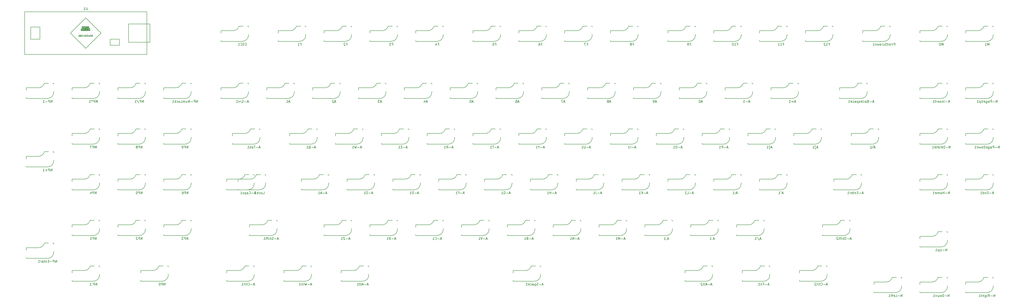
<source format=gbr>
G04 #@! TF.GenerationSoftware,KiCad,Pcbnew,5.1.5+dfsg1-2build2*
G04 #@! TF.CreationDate,2021-04-25T01:13:52+03:00*
G04 #@! TF.ProjectId,mk-ltk-02-pcb,6d6b2d6c-746b-42d3-9032-2d7063622e6b,rev?*
G04 #@! TF.SameCoordinates,Original*
G04 #@! TF.FileFunction,Legend,Bot*
G04 #@! TF.FilePolarity,Positive*
%FSLAX46Y46*%
G04 Gerber Fmt 4.6, Leading zero omitted, Abs format (unit mm)*
G04 Created by KiCad (PCBNEW 5.1.5+dfsg1-2build2) date 2021-04-25 01:13:52*
%MOMM*%
%LPD*%
G04 APERTURE LIST*
%ADD10C,0.100000*%
%ADD11C,0.150000*%
G04 APERTURE END LIST*
D10*
G36*
X88098385Y-92789454D02*
G01*
X84288385Y-92789454D01*
X84415385Y-93043454D01*
X88098385Y-93043454D01*
X88098385Y-92789454D01*
G37*
X88098385Y-92789454D02*
X84288385Y-92789454D01*
X84415385Y-93043454D01*
X88098385Y-93043454D01*
X88098385Y-92789454D01*
G36*
X85685385Y-91646454D02*
G01*
X85050385Y-91646454D01*
X85050385Y-91900454D01*
X85431385Y-91900454D01*
X85431385Y-92027454D01*
X85050385Y-92027454D01*
X85050385Y-92281454D01*
X85431385Y-92281454D01*
X85431385Y-92408454D01*
X85050385Y-92408454D01*
X85050385Y-92662454D01*
X85685385Y-92662454D01*
X85685385Y-91646454D01*
G37*
X85685385Y-91646454D02*
X85050385Y-91646454D01*
X85050385Y-91900454D01*
X85431385Y-91900454D01*
X85431385Y-92027454D01*
X85050385Y-92027454D01*
X85050385Y-92281454D01*
X85431385Y-92281454D01*
X85431385Y-92408454D01*
X85050385Y-92408454D01*
X85050385Y-92662454D01*
X85685385Y-92662454D01*
X85685385Y-91646454D01*
G36*
X84923385Y-91646454D02*
G01*
X84923385Y-92662454D01*
X84288385Y-92662454D01*
X84161385Y-92408454D01*
X84669385Y-92408454D01*
X84669385Y-91646454D01*
X84923385Y-91646454D01*
G37*
X84923385Y-91646454D02*
X84923385Y-92662454D01*
X84288385Y-92662454D01*
X84161385Y-92408454D01*
X84669385Y-92408454D01*
X84669385Y-91646454D01*
X84923385Y-91646454D01*
G36*
X84669385Y-91519454D02*
G01*
X86955385Y-91519454D01*
X86955385Y-92662454D01*
X87209385Y-92662454D01*
X87209385Y-91519454D01*
X87717385Y-91519454D01*
X87590385Y-91265454D01*
X84669385Y-91265454D01*
X84669385Y-91519454D01*
G37*
X84669385Y-91519454D02*
X86955385Y-91519454D01*
X86955385Y-92662454D01*
X87209385Y-92662454D01*
X87209385Y-91519454D01*
X87717385Y-91519454D01*
X87590385Y-91265454D01*
X84669385Y-91265454D01*
X84669385Y-91519454D01*
G36*
X85812385Y-92662454D02*
G01*
X85812385Y-91646454D01*
X86828385Y-91646454D01*
X86828385Y-92662454D01*
X86574385Y-92662454D01*
X86574385Y-91900454D01*
X86447385Y-91900454D01*
X86447385Y-92662454D01*
X86193385Y-92662454D01*
X86193385Y-91900454D01*
X86066385Y-91900454D01*
X86066385Y-92662454D01*
X85812385Y-92662454D01*
G37*
X85812385Y-92662454D02*
X85812385Y-91646454D01*
X86828385Y-91646454D01*
X86828385Y-92662454D01*
X86574385Y-92662454D01*
X86574385Y-91900454D01*
X86447385Y-91900454D01*
X86447385Y-92662454D01*
X86193385Y-92662454D01*
X86193385Y-91900454D01*
X86066385Y-91900454D01*
X86066385Y-92662454D01*
X85812385Y-92662454D01*
G36*
X87336385Y-92662454D02*
G01*
X87336385Y-91646454D01*
X87717385Y-91646454D01*
X88098385Y-92662454D01*
X87844385Y-92662454D01*
X87590385Y-91900454D01*
X87590385Y-92662454D01*
X87336385Y-92662454D01*
G37*
X87336385Y-92662454D02*
X87336385Y-91646454D01*
X87717385Y-91646454D01*
X88098385Y-92662454D01*
X87844385Y-92662454D01*
X87590385Y-91900454D01*
X87590385Y-92662454D01*
X87336385Y-92662454D01*
D11*
X111720385Y-102949454D02*
X111720385Y-85169454D01*
X60920385Y-102949454D02*
X111720385Y-102949454D01*
X60920385Y-85169454D02*
X60920385Y-102949454D01*
X111720385Y-85169454D02*
X60920385Y-85169454D01*
X79970385Y-94059454D02*
X86320385Y-100409454D01*
X86320385Y-87709454D02*
X79970385Y-94059454D01*
X92670385Y-94059454D02*
X86320385Y-87709454D01*
X86320385Y-100409454D02*
X92670385Y-94059454D01*
X63460385Y-91519454D02*
X63460385Y-96599454D01*
X67270385Y-91519454D02*
X63460385Y-91519454D01*
X67270385Y-96599454D02*
X67270385Y-91519454D01*
X63460385Y-96599454D02*
X67270385Y-96599454D01*
X100290385Y-96599454D02*
X100290385Y-99139454D01*
X96480385Y-96599454D02*
X100290385Y-96599454D01*
X96480385Y-97869454D02*
X96480385Y-96599454D01*
X96480385Y-99139454D02*
X96480385Y-97869454D01*
X100290385Y-99139454D02*
X96480385Y-99139454D01*
X104100385Y-97869454D02*
X112990385Y-97869454D01*
X104100385Y-90249454D02*
X112990385Y-90249454D01*
X112990385Y-90249454D02*
X112990385Y-97869454D01*
X104100385Y-97869454D02*
X104100385Y-90249454D01*
X61595000Y-121285000D02*
X70485000Y-121285000D01*
X61595000Y-120904000D02*
X61595000Y-121285000D01*
X61595000Y-116840000D02*
X61595000Y-117856000D01*
X66675000Y-116840000D02*
X61595000Y-116840000D01*
X70866000Y-114935000D02*
X69215000Y-114935000D01*
X73025000Y-114935000D02*
X72644000Y-114935000D01*
X73025000Y-115316000D02*
X73025000Y-114935000D01*
X73025000Y-118745000D02*
X73025000Y-118364000D01*
X69139162Y-114916040D02*
G75*
G02X66675000Y-116840000I-2464162J616040D01*
G01*
X73025000Y-118745000D02*
G75*
G02X70485000Y-121285000I-2540000J0D01*
G01*
X61595000Y-149860000D02*
X70485000Y-149860000D01*
X61595000Y-149479000D02*
X61595000Y-149860000D01*
X61595000Y-145415000D02*
X61595000Y-146431000D01*
X66675000Y-145415000D02*
X61595000Y-145415000D01*
X70866000Y-143510000D02*
X69215000Y-143510000D01*
X73025000Y-143510000D02*
X72644000Y-143510000D01*
X73025000Y-143891000D02*
X73025000Y-143510000D01*
X73025000Y-147320000D02*
X73025000Y-146939000D01*
X69139162Y-143491040D02*
G75*
G02X66675000Y-145415000I-2464162J616040D01*
G01*
X73025000Y-147320000D02*
G75*
G02X70485000Y-149860000I-2540000J0D01*
G01*
X73025000Y-185420000D02*
G75*
G02X70485000Y-187960000I-2540000J0D01*
G01*
X69139162Y-181591040D02*
G75*
G02X66675000Y-183515000I-2464162J616040D01*
G01*
X73025000Y-185420000D02*
X73025000Y-185039000D01*
X73025000Y-181991000D02*
X73025000Y-181610000D01*
X73025000Y-181610000D02*
X72644000Y-181610000D01*
X70866000Y-181610000D02*
X69215000Y-181610000D01*
X66675000Y-183515000D02*
X61595000Y-183515000D01*
X61595000Y-183515000D02*
X61595000Y-184531000D01*
X61595000Y-187579000D02*
X61595000Y-187960000D01*
X61595000Y-187960000D02*
X70485000Y-187960000D01*
X92075000Y-118745000D02*
G75*
G02X89535000Y-121285000I-2540000J0D01*
G01*
X88189162Y-114916040D02*
G75*
G02X85725000Y-116840000I-2464162J616040D01*
G01*
X92075000Y-118745000D02*
X92075000Y-118364000D01*
X92075000Y-115316000D02*
X92075000Y-114935000D01*
X92075000Y-114935000D02*
X91694000Y-114935000D01*
X89916000Y-114935000D02*
X88265000Y-114935000D01*
X85725000Y-116840000D02*
X80645000Y-116840000D01*
X80645000Y-116840000D02*
X80645000Y-117856000D01*
X80645000Y-120904000D02*
X80645000Y-121285000D01*
X80645000Y-121285000D02*
X89535000Y-121285000D01*
X80645000Y-140335000D02*
X89535000Y-140335000D01*
X80645000Y-139954000D02*
X80645000Y-140335000D01*
X80645000Y-135890000D02*
X80645000Y-136906000D01*
X85725000Y-135890000D02*
X80645000Y-135890000D01*
X89916000Y-133985000D02*
X88265000Y-133985000D01*
X92075000Y-133985000D02*
X91694000Y-133985000D01*
X92075000Y-134366000D02*
X92075000Y-133985000D01*
X92075000Y-137795000D02*
X92075000Y-137414000D01*
X88189162Y-133966040D02*
G75*
G02X85725000Y-135890000I-2464162J616040D01*
G01*
X92075000Y-137795000D02*
G75*
G02X89535000Y-140335000I-2540000J0D01*
G01*
X80645000Y-159385000D02*
X89535000Y-159385000D01*
X80645000Y-159004000D02*
X80645000Y-159385000D01*
X80645000Y-154940000D02*
X80645000Y-155956000D01*
X85725000Y-154940000D02*
X80645000Y-154940000D01*
X89916000Y-153035000D02*
X88265000Y-153035000D01*
X92075000Y-153035000D02*
X91694000Y-153035000D01*
X92075000Y-153416000D02*
X92075000Y-153035000D01*
X92075000Y-156845000D02*
X92075000Y-156464000D01*
X88189162Y-153016040D02*
G75*
G02X85725000Y-154940000I-2464162J616040D01*
G01*
X92075000Y-156845000D02*
G75*
G02X89535000Y-159385000I-2540000J0D01*
G01*
X92075000Y-175895000D02*
G75*
G02X89535000Y-178435000I-2540000J0D01*
G01*
X88189162Y-172066040D02*
G75*
G02X85725000Y-173990000I-2464162J616040D01*
G01*
X92075000Y-175895000D02*
X92075000Y-175514000D01*
X92075000Y-172466000D02*
X92075000Y-172085000D01*
X92075000Y-172085000D02*
X91694000Y-172085000D01*
X89916000Y-172085000D02*
X88265000Y-172085000D01*
X85725000Y-173990000D02*
X80645000Y-173990000D01*
X80645000Y-173990000D02*
X80645000Y-175006000D01*
X80645000Y-178054000D02*
X80645000Y-178435000D01*
X80645000Y-178435000D02*
X89535000Y-178435000D01*
X92075000Y-194945000D02*
G75*
G02X89535000Y-197485000I-2540000J0D01*
G01*
X88189162Y-191116040D02*
G75*
G02X85725000Y-193040000I-2464162J616040D01*
G01*
X92075000Y-194945000D02*
X92075000Y-194564000D01*
X92075000Y-191516000D02*
X92075000Y-191135000D01*
X92075000Y-191135000D02*
X91694000Y-191135000D01*
X89916000Y-191135000D02*
X88265000Y-191135000D01*
X85725000Y-193040000D02*
X80645000Y-193040000D01*
X80645000Y-193040000D02*
X80645000Y-194056000D01*
X80645000Y-197104000D02*
X80645000Y-197485000D01*
X80645000Y-197485000D02*
X89535000Y-197485000D01*
X111125000Y-118745000D02*
G75*
G02X108585000Y-121285000I-2540000J0D01*
G01*
X107239162Y-114916040D02*
G75*
G02X104775000Y-116840000I-2464162J616040D01*
G01*
X111125000Y-118745000D02*
X111125000Y-118364000D01*
X111125000Y-115316000D02*
X111125000Y-114935000D01*
X111125000Y-114935000D02*
X110744000Y-114935000D01*
X108966000Y-114935000D02*
X107315000Y-114935000D01*
X104775000Y-116840000D02*
X99695000Y-116840000D01*
X99695000Y-116840000D02*
X99695000Y-117856000D01*
X99695000Y-120904000D02*
X99695000Y-121285000D01*
X99695000Y-121285000D02*
X108585000Y-121285000D01*
X99695000Y-140335000D02*
X108585000Y-140335000D01*
X99695000Y-139954000D02*
X99695000Y-140335000D01*
X99695000Y-135890000D02*
X99695000Y-136906000D01*
X104775000Y-135890000D02*
X99695000Y-135890000D01*
X108966000Y-133985000D02*
X107315000Y-133985000D01*
X111125000Y-133985000D02*
X110744000Y-133985000D01*
X111125000Y-134366000D02*
X111125000Y-133985000D01*
X111125000Y-137795000D02*
X111125000Y-137414000D01*
X107239162Y-133966040D02*
G75*
G02X104775000Y-135890000I-2464162J616040D01*
G01*
X111125000Y-137795000D02*
G75*
G02X108585000Y-140335000I-2540000J0D01*
G01*
X99695000Y-159385000D02*
X108585000Y-159385000D01*
X99695000Y-159004000D02*
X99695000Y-159385000D01*
X99695000Y-154940000D02*
X99695000Y-155956000D01*
X104775000Y-154940000D02*
X99695000Y-154940000D01*
X108966000Y-153035000D02*
X107315000Y-153035000D01*
X111125000Y-153035000D02*
X110744000Y-153035000D01*
X111125000Y-153416000D02*
X111125000Y-153035000D01*
X111125000Y-156845000D02*
X111125000Y-156464000D01*
X107239162Y-153016040D02*
G75*
G02X104775000Y-154940000I-2464162J616040D01*
G01*
X111125000Y-156845000D02*
G75*
G02X108585000Y-159385000I-2540000J0D01*
G01*
X111125000Y-175895000D02*
G75*
G02X108585000Y-178435000I-2540000J0D01*
G01*
X107239162Y-172066040D02*
G75*
G02X104775000Y-173990000I-2464162J616040D01*
G01*
X111125000Y-175895000D02*
X111125000Y-175514000D01*
X111125000Y-172466000D02*
X111125000Y-172085000D01*
X111125000Y-172085000D02*
X110744000Y-172085000D01*
X108966000Y-172085000D02*
X107315000Y-172085000D01*
X104775000Y-173990000D02*
X99695000Y-173990000D01*
X99695000Y-173990000D02*
X99695000Y-175006000D01*
X99695000Y-178054000D02*
X99695000Y-178435000D01*
X99695000Y-178435000D02*
X108585000Y-178435000D01*
X120650000Y-194945000D02*
G75*
G02X118110000Y-197485000I-2540000J0D01*
G01*
X116764162Y-191116040D02*
G75*
G02X114300000Y-193040000I-2464162J616040D01*
G01*
X120650000Y-194945000D02*
X120650000Y-194564000D01*
X120650000Y-191516000D02*
X120650000Y-191135000D01*
X120650000Y-191135000D02*
X120269000Y-191135000D01*
X118491000Y-191135000D02*
X116840000Y-191135000D01*
X114300000Y-193040000D02*
X109220000Y-193040000D01*
X109220000Y-193040000D02*
X109220000Y-194056000D01*
X109220000Y-197104000D02*
X109220000Y-197485000D01*
X109220000Y-197485000D02*
X118110000Y-197485000D01*
X118745000Y-121285000D02*
X127635000Y-121285000D01*
X118745000Y-120904000D02*
X118745000Y-121285000D01*
X118745000Y-116840000D02*
X118745000Y-117856000D01*
X123825000Y-116840000D02*
X118745000Y-116840000D01*
X128016000Y-114935000D02*
X126365000Y-114935000D01*
X130175000Y-114935000D02*
X129794000Y-114935000D01*
X130175000Y-115316000D02*
X130175000Y-114935000D01*
X130175000Y-118745000D02*
X130175000Y-118364000D01*
X126289162Y-114916040D02*
G75*
G02X123825000Y-116840000I-2464162J616040D01*
G01*
X130175000Y-118745000D02*
G75*
G02X127635000Y-121285000I-2540000J0D01*
G01*
X118745000Y-140335000D02*
X127635000Y-140335000D01*
X118745000Y-139954000D02*
X118745000Y-140335000D01*
X118745000Y-135890000D02*
X118745000Y-136906000D01*
X123825000Y-135890000D02*
X118745000Y-135890000D01*
X128016000Y-133985000D02*
X126365000Y-133985000D01*
X130175000Y-133985000D02*
X129794000Y-133985000D01*
X130175000Y-134366000D02*
X130175000Y-133985000D01*
X130175000Y-137795000D02*
X130175000Y-137414000D01*
X126289162Y-133966040D02*
G75*
G02X123825000Y-135890000I-2464162J616040D01*
G01*
X130175000Y-137795000D02*
G75*
G02X127635000Y-140335000I-2540000J0D01*
G01*
X118745000Y-159385000D02*
X127635000Y-159385000D01*
X118745000Y-159004000D02*
X118745000Y-159385000D01*
X118745000Y-154940000D02*
X118745000Y-155956000D01*
X123825000Y-154940000D02*
X118745000Y-154940000D01*
X128016000Y-153035000D02*
X126365000Y-153035000D01*
X130175000Y-153035000D02*
X129794000Y-153035000D01*
X130175000Y-153416000D02*
X130175000Y-153035000D01*
X130175000Y-156845000D02*
X130175000Y-156464000D01*
X126289162Y-153016040D02*
G75*
G02X123825000Y-154940000I-2464162J616040D01*
G01*
X130175000Y-156845000D02*
G75*
G02X127635000Y-159385000I-2540000J0D01*
G01*
X118745000Y-178435000D02*
X127635000Y-178435000D01*
X118745000Y-178054000D02*
X118745000Y-178435000D01*
X118745000Y-173990000D02*
X118745000Y-175006000D01*
X123825000Y-173990000D02*
X118745000Y-173990000D01*
X128016000Y-172085000D02*
X126365000Y-172085000D01*
X130175000Y-172085000D02*
X129794000Y-172085000D01*
X130175000Y-172466000D02*
X130175000Y-172085000D01*
X130175000Y-175895000D02*
X130175000Y-175514000D01*
X126289162Y-172066040D02*
G75*
G02X123825000Y-173990000I-2464162J616040D01*
G01*
X130175000Y-175895000D02*
G75*
G02X127635000Y-178435000I-2540000J0D01*
G01*
X142557500Y-97472500D02*
X151447500Y-97472500D01*
X142557500Y-97091500D02*
X142557500Y-97472500D01*
X142557500Y-93027500D02*
X142557500Y-94043500D01*
X147637500Y-93027500D02*
X142557500Y-93027500D01*
X151828500Y-91122500D02*
X150177500Y-91122500D01*
X153987500Y-91122500D02*
X153606500Y-91122500D01*
X153987500Y-91503500D02*
X153987500Y-91122500D01*
X153987500Y-94932500D02*
X153987500Y-94551500D01*
X150101662Y-91103540D02*
G75*
G02X147637500Y-93027500I-2464162J616040D01*
G01*
X153987500Y-94932500D02*
G75*
G02X151447500Y-97472500I-2540000J0D01*
G01*
X142557500Y-121285000D02*
X151447500Y-121285000D01*
X142557500Y-120904000D02*
X142557500Y-121285000D01*
X142557500Y-116840000D02*
X142557500Y-117856000D01*
X147637500Y-116840000D02*
X142557500Y-116840000D01*
X151828500Y-114935000D02*
X150177500Y-114935000D01*
X153987500Y-114935000D02*
X153606500Y-114935000D01*
X153987500Y-115316000D02*
X153987500Y-114935000D01*
X153987500Y-118745000D02*
X153987500Y-118364000D01*
X150101662Y-114916040D02*
G75*
G02X147637500Y-116840000I-2464162J616040D01*
G01*
X153987500Y-118745000D02*
G75*
G02X151447500Y-121285000I-2540000J0D01*
G01*
X149701250Y-159385000D02*
X158591250Y-159385000D01*
X149701250Y-159004000D02*
X149701250Y-159385000D01*
X149701250Y-154940000D02*
X149701250Y-155956000D01*
X154781250Y-154940000D02*
X149701250Y-154940000D01*
X158972250Y-153035000D02*
X157321250Y-153035000D01*
X161131250Y-153035000D02*
X160750250Y-153035000D01*
X161131250Y-153416000D02*
X161131250Y-153035000D01*
X161131250Y-156845000D02*
X161131250Y-156464000D01*
X157245412Y-153016040D02*
G75*
G02X154781250Y-154940000I-2464162J616040D01*
G01*
X161131250Y-156845000D02*
G75*
G02X158591250Y-159385000I-2540000J0D01*
G01*
X144938750Y-197485000D02*
X153828750Y-197485000D01*
X144938750Y-197104000D02*
X144938750Y-197485000D01*
X144938750Y-193040000D02*
X144938750Y-194056000D01*
X150018750Y-193040000D02*
X144938750Y-193040000D01*
X154209750Y-191135000D02*
X152558750Y-191135000D01*
X156368750Y-191135000D02*
X155987750Y-191135000D01*
X156368750Y-191516000D02*
X156368750Y-191135000D01*
X156368750Y-194945000D02*
X156368750Y-194564000D01*
X152482912Y-191116040D02*
G75*
G02X150018750Y-193040000I-2464162J616040D01*
G01*
X156368750Y-194945000D02*
G75*
G02X153828750Y-197485000I-2540000J0D01*
G01*
X147320000Y-140335000D02*
X156210000Y-140335000D01*
X147320000Y-139954000D02*
X147320000Y-140335000D01*
X147320000Y-135890000D02*
X147320000Y-136906000D01*
X152400000Y-135890000D02*
X147320000Y-135890000D01*
X156591000Y-133985000D02*
X154940000Y-133985000D01*
X158750000Y-133985000D02*
X158369000Y-133985000D01*
X158750000Y-134366000D02*
X158750000Y-133985000D01*
X158750000Y-137795000D02*
X158750000Y-137414000D01*
X154864162Y-133966040D02*
G75*
G02X152400000Y-135890000I-2464162J616040D01*
G01*
X158750000Y-137795000D02*
G75*
G02X156210000Y-140335000I-2540000J0D01*
G01*
X154463750Y-178435000D02*
X163353750Y-178435000D01*
X154463750Y-178054000D02*
X154463750Y-178435000D01*
X154463750Y-173990000D02*
X154463750Y-175006000D01*
X159543750Y-173990000D02*
X154463750Y-173990000D01*
X163734750Y-172085000D02*
X162083750Y-172085000D01*
X165893750Y-172085000D02*
X165512750Y-172085000D01*
X165893750Y-172466000D02*
X165893750Y-172085000D01*
X165893750Y-175895000D02*
X165893750Y-175514000D01*
X162007912Y-172066040D02*
G75*
G02X159543750Y-173990000I-2464162J616040D01*
G01*
X165893750Y-175895000D02*
G75*
G02X163353750Y-178435000I-2540000J0D01*
G01*
X156368750Y-156845000D02*
G75*
G02X153828750Y-159385000I-2540000J0D01*
G01*
X152482912Y-153016040D02*
G75*
G02X150018750Y-154940000I-2464162J616040D01*
G01*
X156368750Y-156845000D02*
X156368750Y-156464000D01*
X156368750Y-153416000D02*
X156368750Y-153035000D01*
X156368750Y-153035000D02*
X155987750Y-153035000D01*
X154209750Y-153035000D02*
X152558750Y-153035000D01*
X150018750Y-154940000D02*
X144938750Y-154940000D01*
X144938750Y-154940000D02*
X144938750Y-155956000D01*
X144938750Y-159004000D02*
X144938750Y-159385000D01*
X144938750Y-159385000D02*
X153828750Y-159385000D01*
X161607500Y-121285000D02*
X170497500Y-121285000D01*
X161607500Y-120904000D02*
X161607500Y-121285000D01*
X161607500Y-116840000D02*
X161607500Y-117856000D01*
X166687500Y-116840000D02*
X161607500Y-116840000D01*
X170878500Y-114935000D02*
X169227500Y-114935000D01*
X173037500Y-114935000D02*
X172656500Y-114935000D01*
X173037500Y-115316000D02*
X173037500Y-114935000D01*
X173037500Y-118745000D02*
X173037500Y-118364000D01*
X169151662Y-114916040D02*
G75*
G02X166687500Y-116840000I-2464162J616040D01*
G01*
X173037500Y-118745000D02*
G75*
G02X170497500Y-121285000I-2540000J0D01*
G01*
X166370000Y-97472500D02*
X175260000Y-97472500D01*
X166370000Y-97091500D02*
X166370000Y-97472500D01*
X166370000Y-93027500D02*
X166370000Y-94043500D01*
X171450000Y-93027500D02*
X166370000Y-93027500D01*
X175641000Y-91122500D02*
X173990000Y-91122500D01*
X177800000Y-91122500D02*
X177419000Y-91122500D01*
X177800000Y-91503500D02*
X177800000Y-91122500D01*
X177800000Y-94932500D02*
X177800000Y-94551500D01*
X173914162Y-91103540D02*
G75*
G02X171450000Y-93027500I-2464162J616040D01*
G01*
X177800000Y-94932500D02*
G75*
G02X175260000Y-97472500I-2540000J0D01*
G01*
X180181250Y-194945000D02*
G75*
G02X177641250Y-197485000I-2540000J0D01*
G01*
X176295412Y-191116040D02*
G75*
G02X173831250Y-193040000I-2464162J616040D01*
G01*
X180181250Y-194945000D02*
X180181250Y-194564000D01*
X180181250Y-191516000D02*
X180181250Y-191135000D01*
X180181250Y-191135000D02*
X179800250Y-191135000D01*
X178022250Y-191135000D02*
X176371250Y-191135000D01*
X173831250Y-193040000D02*
X168751250Y-193040000D01*
X168751250Y-193040000D02*
X168751250Y-194056000D01*
X168751250Y-197104000D02*
X168751250Y-197485000D01*
X168751250Y-197485000D02*
X177641250Y-197485000D01*
X171132500Y-140335000D02*
X180022500Y-140335000D01*
X171132500Y-139954000D02*
X171132500Y-140335000D01*
X171132500Y-135890000D02*
X171132500Y-136906000D01*
X176212500Y-135890000D02*
X171132500Y-135890000D01*
X180403500Y-133985000D02*
X178752500Y-133985000D01*
X182562500Y-133985000D02*
X182181500Y-133985000D01*
X182562500Y-134366000D02*
X182562500Y-133985000D01*
X182562500Y-137795000D02*
X182562500Y-137414000D01*
X178676662Y-133966040D02*
G75*
G02X176212500Y-135890000I-2464162J616040D01*
G01*
X182562500Y-137795000D02*
G75*
G02X180022500Y-140335000I-2540000J0D01*
G01*
X175895000Y-159385000D02*
X184785000Y-159385000D01*
X175895000Y-159004000D02*
X175895000Y-159385000D01*
X175895000Y-154940000D02*
X175895000Y-155956000D01*
X180975000Y-154940000D02*
X175895000Y-154940000D01*
X185166000Y-153035000D02*
X183515000Y-153035000D01*
X187325000Y-153035000D02*
X186944000Y-153035000D01*
X187325000Y-153416000D02*
X187325000Y-153035000D01*
X187325000Y-156845000D02*
X187325000Y-156464000D01*
X183439162Y-153016040D02*
G75*
G02X180975000Y-154940000I-2464162J616040D01*
G01*
X187325000Y-156845000D02*
G75*
G02X184785000Y-159385000I-2540000J0D01*
G01*
X180657500Y-121285000D02*
X189547500Y-121285000D01*
X180657500Y-120904000D02*
X180657500Y-121285000D01*
X180657500Y-116840000D02*
X180657500Y-117856000D01*
X185737500Y-116840000D02*
X180657500Y-116840000D01*
X189928500Y-114935000D02*
X188277500Y-114935000D01*
X192087500Y-114935000D02*
X191706500Y-114935000D01*
X192087500Y-115316000D02*
X192087500Y-114935000D01*
X192087500Y-118745000D02*
X192087500Y-118364000D01*
X188201662Y-114916040D02*
G75*
G02X185737500Y-116840000I-2464162J616040D01*
G01*
X192087500Y-118745000D02*
G75*
G02X189547500Y-121285000I-2540000J0D01*
G01*
X196850000Y-94932500D02*
G75*
G02X194310000Y-97472500I-2540000J0D01*
G01*
X192964162Y-91103540D02*
G75*
G02X190500000Y-93027500I-2464162J616040D01*
G01*
X196850000Y-94932500D02*
X196850000Y-94551500D01*
X196850000Y-91503500D02*
X196850000Y-91122500D01*
X196850000Y-91122500D02*
X196469000Y-91122500D01*
X194691000Y-91122500D02*
X193040000Y-91122500D01*
X190500000Y-93027500D02*
X185420000Y-93027500D01*
X185420000Y-93027500D02*
X185420000Y-94043500D01*
X185420000Y-97091500D02*
X185420000Y-97472500D01*
X185420000Y-97472500D02*
X194310000Y-97472500D01*
X196850000Y-175895000D02*
G75*
G02X194310000Y-178435000I-2540000J0D01*
G01*
X192964162Y-172066040D02*
G75*
G02X190500000Y-173990000I-2464162J616040D01*
G01*
X196850000Y-175895000D02*
X196850000Y-175514000D01*
X196850000Y-172466000D02*
X196850000Y-172085000D01*
X196850000Y-172085000D02*
X196469000Y-172085000D01*
X194691000Y-172085000D02*
X193040000Y-172085000D01*
X190500000Y-173990000D02*
X185420000Y-173990000D01*
X185420000Y-173990000D02*
X185420000Y-175006000D01*
X185420000Y-178054000D02*
X185420000Y-178435000D01*
X185420000Y-178435000D02*
X194310000Y-178435000D01*
X201612500Y-137795000D02*
G75*
G02X199072500Y-140335000I-2540000J0D01*
G01*
X197726662Y-133966040D02*
G75*
G02X195262500Y-135890000I-2464162J616040D01*
G01*
X201612500Y-137795000D02*
X201612500Y-137414000D01*
X201612500Y-134366000D02*
X201612500Y-133985000D01*
X201612500Y-133985000D02*
X201231500Y-133985000D01*
X199453500Y-133985000D02*
X197802500Y-133985000D01*
X195262500Y-135890000D02*
X190182500Y-135890000D01*
X190182500Y-135890000D02*
X190182500Y-136906000D01*
X190182500Y-139954000D02*
X190182500Y-140335000D01*
X190182500Y-140335000D02*
X199072500Y-140335000D01*
X192563750Y-197485000D02*
X201453750Y-197485000D01*
X192563750Y-197104000D02*
X192563750Y-197485000D01*
X192563750Y-193040000D02*
X192563750Y-194056000D01*
X197643750Y-193040000D02*
X192563750Y-193040000D01*
X201834750Y-191135000D02*
X200183750Y-191135000D01*
X203993750Y-191135000D02*
X203612750Y-191135000D01*
X203993750Y-191516000D02*
X203993750Y-191135000D01*
X203993750Y-194945000D02*
X203993750Y-194564000D01*
X200107912Y-191116040D02*
G75*
G02X197643750Y-193040000I-2464162J616040D01*
G01*
X203993750Y-194945000D02*
G75*
G02X201453750Y-197485000I-2540000J0D01*
G01*
X206375000Y-156845000D02*
G75*
G02X203835000Y-159385000I-2540000J0D01*
G01*
X202489162Y-153016040D02*
G75*
G02X200025000Y-154940000I-2464162J616040D01*
G01*
X206375000Y-156845000D02*
X206375000Y-156464000D01*
X206375000Y-153416000D02*
X206375000Y-153035000D01*
X206375000Y-153035000D02*
X205994000Y-153035000D01*
X204216000Y-153035000D02*
X202565000Y-153035000D01*
X200025000Y-154940000D02*
X194945000Y-154940000D01*
X194945000Y-154940000D02*
X194945000Y-155956000D01*
X194945000Y-159004000D02*
X194945000Y-159385000D01*
X194945000Y-159385000D02*
X203835000Y-159385000D01*
X199707500Y-121285000D02*
X208597500Y-121285000D01*
X199707500Y-120904000D02*
X199707500Y-121285000D01*
X199707500Y-116840000D02*
X199707500Y-117856000D01*
X204787500Y-116840000D02*
X199707500Y-116840000D01*
X208978500Y-114935000D02*
X207327500Y-114935000D01*
X211137500Y-114935000D02*
X210756500Y-114935000D01*
X211137500Y-115316000D02*
X211137500Y-114935000D01*
X211137500Y-118745000D02*
X211137500Y-118364000D01*
X207251662Y-114916040D02*
G75*
G02X204787500Y-116840000I-2464162J616040D01*
G01*
X211137500Y-118745000D02*
G75*
G02X208597500Y-121285000I-2540000J0D01*
G01*
X204470000Y-97472500D02*
X213360000Y-97472500D01*
X204470000Y-97091500D02*
X204470000Y-97472500D01*
X204470000Y-93027500D02*
X204470000Y-94043500D01*
X209550000Y-93027500D02*
X204470000Y-93027500D01*
X213741000Y-91122500D02*
X212090000Y-91122500D01*
X215900000Y-91122500D02*
X215519000Y-91122500D01*
X215900000Y-91503500D02*
X215900000Y-91122500D01*
X215900000Y-94932500D02*
X215900000Y-94551500D01*
X212014162Y-91103540D02*
G75*
G02X209550000Y-93027500I-2464162J616040D01*
G01*
X215900000Y-94932500D02*
G75*
G02X213360000Y-97472500I-2540000J0D01*
G01*
X215900000Y-175895000D02*
G75*
G02X213360000Y-178435000I-2540000J0D01*
G01*
X212014162Y-172066040D02*
G75*
G02X209550000Y-173990000I-2464162J616040D01*
G01*
X215900000Y-175895000D02*
X215900000Y-175514000D01*
X215900000Y-172466000D02*
X215900000Y-172085000D01*
X215900000Y-172085000D02*
X215519000Y-172085000D01*
X213741000Y-172085000D02*
X212090000Y-172085000D01*
X209550000Y-173990000D02*
X204470000Y-173990000D01*
X204470000Y-173990000D02*
X204470000Y-175006000D01*
X204470000Y-178054000D02*
X204470000Y-178435000D01*
X204470000Y-178435000D02*
X213360000Y-178435000D01*
X220662500Y-137795000D02*
G75*
G02X218122500Y-140335000I-2540000J0D01*
G01*
X216776662Y-133966040D02*
G75*
G02X214312500Y-135890000I-2464162J616040D01*
G01*
X220662500Y-137795000D02*
X220662500Y-137414000D01*
X220662500Y-134366000D02*
X220662500Y-133985000D01*
X220662500Y-133985000D02*
X220281500Y-133985000D01*
X218503500Y-133985000D02*
X216852500Y-133985000D01*
X214312500Y-135890000D02*
X209232500Y-135890000D01*
X209232500Y-135890000D02*
X209232500Y-136906000D01*
X209232500Y-139954000D02*
X209232500Y-140335000D01*
X209232500Y-140335000D02*
X218122500Y-140335000D01*
X225425000Y-156845000D02*
G75*
G02X222885000Y-159385000I-2540000J0D01*
G01*
X221539162Y-153016040D02*
G75*
G02X219075000Y-154940000I-2464162J616040D01*
G01*
X225425000Y-156845000D02*
X225425000Y-156464000D01*
X225425000Y-153416000D02*
X225425000Y-153035000D01*
X225425000Y-153035000D02*
X225044000Y-153035000D01*
X223266000Y-153035000D02*
X221615000Y-153035000D01*
X219075000Y-154940000D02*
X213995000Y-154940000D01*
X213995000Y-154940000D02*
X213995000Y-155956000D01*
X213995000Y-159004000D02*
X213995000Y-159385000D01*
X213995000Y-159385000D02*
X222885000Y-159385000D01*
X218757500Y-121285000D02*
X227647500Y-121285000D01*
X218757500Y-120904000D02*
X218757500Y-121285000D01*
X218757500Y-116840000D02*
X218757500Y-117856000D01*
X223837500Y-116840000D02*
X218757500Y-116840000D01*
X228028500Y-114935000D02*
X226377500Y-114935000D01*
X230187500Y-114935000D02*
X229806500Y-114935000D01*
X230187500Y-115316000D02*
X230187500Y-114935000D01*
X230187500Y-118745000D02*
X230187500Y-118364000D01*
X226301662Y-114916040D02*
G75*
G02X223837500Y-116840000I-2464162J616040D01*
G01*
X230187500Y-118745000D02*
G75*
G02X227647500Y-121285000I-2540000J0D01*
G01*
X223520000Y-97472500D02*
X232410000Y-97472500D01*
X223520000Y-97091500D02*
X223520000Y-97472500D01*
X223520000Y-93027500D02*
X223520000Y-94043500D01*
X228600000Y-93027500D02*
X223520000Y-93027500D01*
X232791000Y-91122500D02*
X231140000Y-91122500D01*
X234950000Y-91122500D02*
X234569000Y-91122500D01*
X234950000Y-91503500D02*
X234950000Y-91122500D01*
X234950000Y-94932500D02*
X234950000Y-94551500D01*
X231064162Y-91103540D02*
G75*
G02X228600000Y-93027500I-2464162J616040D01*
G01*
X234950000Y-94932500D02*
G75*
G02X232410000Y-97472500I-2540000J0D01*
G01*
X223520000Y-178435000D02*
X232410000Y-178435000D01*
X223520000Y-178054000D02*
X223520000Y-178435000D01*
X223520000Y-173990000D02*
X223520000Y-175006000D01*
X228600000Y-173990000D02*
X223520000Y-173990000D01*
X232791000Y-172085000D02*
X231140000Y-172085000D01*
X234950000Y-172085000D02*
X234569000Y-172085000D01*
X234950000Y-172466000D02*
X234950000Y-172085000D01*
X234950000Y-175895000D02*
X234950000Y-175514000D01*
X231064162Y-172066040D02*
G75*
G02X228600000Y-173990000I-2464162J616040D01*
G01*
X234950000Y-175895000D02*
G75*
G02X232410000Y-178435000I-2540000J0D01*
G01*
X228282500Y-140335000D02*
X237172500Y-140335000D01*
X228282500Y-139954000D02*
X228282500Y-140335000D01*
X228282500Y-135890000D02*
X228282500Y-136906000D01*
X233362500Y-135890000D02*
X228282500Y-135890000D01*
X237553500Y-133985000D02*
X235902500Y-133985000D01*
X239712500Y-133985000D02*
X239331500Y-133985000D01*
X239712500Y-134366000D02*
X239712500Y-133985000D01*
X239712500Y-137795000D02*
X239712500Y-137414000D01*
X235826662Y-133966040D02*
G75*
G02X233362500Y-135890000I-2464162J616040D01*
G01*
X239712500Y-137795000D02*
G75*
G02X237172500Y-140335000I-2540000J0D01*
G01*
X244475000Y-156845000D02*
G75*
G02X241935000Y-159385000I-2540000J0D01*
G01*
X240589162Y-153016040D02*
G75*
G02X238125000Y-154940000I-2464162J616040D01*
G01*
X244475000Y-156845000D02*
X244475000Y-156464000D01*
X244475000Y-153416000D02*
X244475000Y-153035000D01*
X244475000Y-153035000D02*
X244094000Y-153035000D01*
X242316000Y-153035000D02*
X240665000Y-153035000D01*
X238125000Y-154940000D02*
X233045000Y-154940000D01*
X233045000Y-154940000D02*
X233045000Y-155956000D01*
X233045000Y-159004000D02*
X233045000Y-159385000D01*
X233045000Y-159385000D02*
X241935000Y-159385000D01*
X249237500Y-118745000D02*
G75*
G02X246697500Y-121285000I-2540000J0D01*
G01*
X245351662Y-114916040D02*
G75*
G02X242887500Y-116840000I-2464162J616040D01*
G01*
X249237500Y-118745000D02*
X249237500Y-118364000D01*
X249237500Y-115316000D02*
X249237500Y-114935000D01*
X249237500Y-114935000D02*
X248856500Y-114935000D01*
X247078500Y-114935000D02*
X245427500Y-114935000D01*
X242887500Y-116840000D02*
X237807500Y-116840000D01*
X237807500Y-116840000D02*
X237807500Y-117856000D01*
X237807500Y-120904000D02*
X237807500Y-121285000D01*
X237807500Y-121285000D02*
X246697500Y-121285000D01*
X254000000Y-175895000D02*
G75*
G02X251460000Y-178435000I-2540000J0D01*
G01*
X250114162Y-172066040D02*
G75*
G02X247650000Y-173990000I-2464162J616040D01*
G01*
X254000000Y-175895000D02*
X254000000Y-175514000D01*
X254000000Y-172466000D02*
X254000000Y-172085000D01*
X254000000Y-172085000D02*
X253619000Y-172085000D01*
X251841000Y-172085000D02*
X250190000Y-172085000D01*
X247650000Y-173990000D02*
X242570000Y-173990000D01*
X242570000Y-173990000D02*
X242570000Y-175006000D01*
X242570000Y-178054000D02*
X242570000Y-178435000D01*
X242570000Y-178435000D02*
X251460000Y-178435000D01*
X258762500Y-94932500D02*
G75*
G02X256222500Y-97472500I-2540000J0D01*
G01*
X254876662Y-91103540D02*
G75*
G02X252412500Y-93027500I-2464162J616040D01*
G01*
X258762500Y-94932500D02*
X258762500Y-94551500D01*
X258762500Y-91503500D02*
X258762500Y-91122500D01*
X258762500Y-91122500D02*
X258381500Y-91122500D01*
X256603500Y-91122500D02*
X254952500Y-91122500D01*
X252412500Y-93027500D02*
X247332500Y-93027500D01*
X247332500Y-93027500D02*
X247332500Y-94043500D01*
X247332500Y-97091500D02*
X247332500Y-97472500D01*
X247332500Y-97472500D02*
X256222500Y-97472500D01*
X258762500Y-137795000D02*
G75*
G02X256222500Y-140335000I-2540000J0D01*
G01*
X254876662Y-133966040D02*
G75*
G02X252412500Y-135890000I-2464162J616040D01*
G01*
X258762500Y-137795000D02*
X258762500Y-137414000D01*
X258762500Y-134366000D02*
X258762500Y-133985000D01*
X258762500Y-133985000D02*
X258381500Y-133985000D01*
X256603500Y-133985000D02*
X254952500Y-133985000D01*
X252412500Y-135890000D02*
X247332500Y-135890000D01*
X247332500Y-135890000D02*
X247332500Y-136906000D01*
X247332500Y-139954000D02*
X247332500Y-140335000D01*
X247332500Y-140335000D02*
X256222500Y-140335000D01*
X252095000Y-159385000D02*
X260985000Y-159385000D01*
X252095000Y-159004000D02*
X252095000Y-159385000D01*
X252095000Y-154940000D02*
X252095000Y-155956000D01*
X257175000Y-154940000D02*
X252095000Y-154940000D01*
X261366000Y-153035000D02*
X259715000Y-153035000D01*
X263525000Y-153035000D02*
X263144000Y-153035000D01*
X263525000Y-153416000D02*
X263525000Y-153035000D01*
X263525000Y-156845000D02*
X263525000Y-156464000D01*
X259639162Y-153016040D02*
G75*
G02X257175000Y-154940000I-2464162J616040D01*
G01*
X263525000Y-156845000D02*
G75*
G02X260985000Y-159385000I-2540000J0D01*
G01*
X268287500Y-118745000D02*
G75*
G02X265747500Y-121285000I-2540000J0D01*
G01*
X264401662Y-114916040D02*
G75*
G02X261937500Y-116840000I-2464162J616040D01*
G01*
X268287500Y-118745000D02*
X268287500Y-118364000D01*
X268287500Y-115316000D02*
X268287500Y-114935000D01*
X268287500Y-114935000D02*
X267906500Y-114935000D01*
X266128500Y-114935000D02*
X264477500Y-114935000D01*
X261937500Y-116840000D02*
X256857500Y-116840000D01*
X256857500Y-116840000D02*
X256857500Y-117856000D01*
X256857500Y-120904000D02*
X256857500Y-121285000D01*
X256857500Y-121285000D02*
X265747500Y-121285000D01*
X261620000Y-178435000D02*
X270510000Y-178435000D01*
X261620000Y-178054000D02*
X261620000Y-178435000D01*
X261620000Y-173990000D02*
X261620000Y-175006000D01*
X266700000Y-173990000D02*
X261620000Y-173990000D01*
X270891000Y-172085000D02*
X269240000Y-172085000D01*
X273050000Y-172085000D02*
X272669000Y-172085000D01*
X273050000Y-172466000D02*
X273050000Y-172085000D01*
X273050000Y-175895000D02*
X273050000Y-175514000D01*
X269164162Y-172066040D02*
G75*
G02X266700000Y-173990000I-2464162J616040D01*
G01*
X273050000Y-175895000D02*
G75*
G02X270510000Y-178435000I-2540000J0D01*
G01*
X264001250Y-197485000D02*
X272891250Y-197485000D01*
X264001250Y-197104000D02*
X264001250Y-197485000D01*
X264001250Y-193040000D02*
X264001250Y-194056000D01*
X269081250Y-193040000D02*
X264001250Y-193040000D01*
X273272250Y-191135000D02*
X271621250Y-191135000D01*
X275431250Y-191135000D02*
X275050250Y-191135000D01*
X275431250Y-191516000D02*
X275431250Y-191135000D01*
X275431250Y-194945000D02*
X275431250Y-194564000D01*
X271545412Y-191116040D02*
G75*
G02X269081250Y-193040000I-2464162J616040D01*
G01*
X275431250Y-194945000D02*
G75*
G02X272891250Y-197485000I-2540000J0D01*
G01*
X266382500Y-97472500D02*
X275272500Y-97472500D01*
X266382500Y-97091500D02*
X266382500Y-97472500D01*
X266382500Y-93027500D02*
X266382500Y-94043500D01*
X271462500Y-93027500D02*
X266382500Y-93027500D01*
X275653500Y-91122500D02*
X274002500Y-91122500D01*
X277812500Y-91122500D02*
X277431500Y-91122500D01*
X277812500Y-91503500D02*
X277812500Y-91122500D01*
X277812500Y-94932500D02*
X277812500Y-94551500D01*
X273926662Y-91103540D02*
G75*
G02X271462500Y-93027500I-2464162J616040D01*
G01*
X277812500Y-94932500D02*
G75*
G02X275272500Y-97472500I-2540000J0D01*
G01*
X277812500Y-137795000D02*
G75*
G02X275272500Y-140335000I-2540000J0D01*
G01*
X273926662Y-133966040D02*
G75*
G02X271462500Y-135890000I-2464162J616040D01*
G01*
X277812500Y-137795000D02*
X277812500Y-137414000D01*
X277812500Y-134366000D02*
X277812500Y-133985000D01*
X277812500Y-133985000D02*
X277431500Y-133985000D01*
X275653500Y-133985000D02*
X274002500Y-133985000D01*
X271462500Y-135890000D02*
X266382500Y-135890000D01*
X266382500Y-135890000D02*
X266382500Y-136906000D01*
X266382500Y-139954000D02*
X266382500Y-140335000D01*
X266382500Y-140335000D02*
X275272500Y-140335000D01*
X282575000Y-156845000D02*
G75*
G02X280035000Y-159385000I-2540000J0D01*
G01*
X278689162Y-153016040D02*
G75*
G02X276225000Y-154940000I-2464162J616040D01*
G01*
X282575000Y-156845000D02*
X282575000Y-156464000D01*
X282575000Y-153416000D02*
X282575000Y-153035000D01*
X282575000Y-153035000D02*
X282194000Y-153035000D01*
X280416000Y-153035000D02*
X278765000Y-153035000D01*
X276225000Y-154940000D02*
X271145000Y-154940000D01*
X271145000Y-154940000D02*
X271145000Y-155956000D01*
X271145000Y-159004000D02*
X271145000Y-159385000D01*
X271145000Y-159385000D02*
X280035000Y-159385000D01*
X287337500Y-118745000D02*
G75*
G02X284797500Y-121285000I-2540000J0D01*
G01*
X283451662Y-114916040D02*
G75*
G02X280987500Y-116840000I-2464162J616040D01*
G01*
X287337500Y-118745000D02*
X287337500Y-118364000D01*
X287337500Y-115316000D02*
X287337500Y-114935000D01*
X287337500Y-114935000D02*
X286956500Y-114935000D01*
X285178500Y-114935000D02*
X283527500Y-114935000D01*
X280987500Y-116840000D02*
X275907500Y-116840000D01*
X275907500Y-116840000D02*
X275907500Y-117856000D01*
X275907500Y-120904000D02*
X275907500Y-121285000D01*
X275907500Y-121285000D02*
X284797500Y-121285000D01*
X292100000Y-175895000D02*
G75*
G02X289560000Y-178435000I-2540000J0D01*
G01*
X288214162Y-172066040D02*
G75*
G02X285750000Y-173990000I-2464162J616040D01*
G01*
X292100000Y-175895000D02*
X292100000Y-175514000D01*
X292100000Y-172466000D02*
X292100000Y-172085000D01*
X292100000Y-172085000D02*
X291719000Y-172085000D01*
X289941000Y-172085000D02*
X288290000Y-172085000D01*
X285750000Y-173990000D02*
X280670000Y-173990000D01*
X280670000Y-173990000D02*
X280670000Y-175006000D01*
X280670000Y-178054000D02*
X280670000Y-178435000D01*
X280670000Y-178435000D02*
X289560000Y-178435000D01*
X296862500Y-94932500D02*
G75*
G02X294322500Y-97472500I-2540000J0D01*
G01*
X292976662Y-91103540D02*
G75*
G02X290512500Y-93027500I-2464162J616040D01*
G01*
X296862500Y-94932500D02*
X296862500Y-94551500D01*
X296862500Y-91503500D02*
X296862500Y-91122500D01*
X296862500Y-91122500D02*
X296481500Y-91122500D01*
X294703500Y-91122500D02*
X293052500Y-91122500D01*
X290512500Y-93027500D02*
X285432500Y-93027500D01*
X285432500Y-93027500D02*
X285432500Y-94043500D01*
X285432500Y-97091500D02*
X285432500Y-97472500D01*
X285432500Y-97472500D02*
X294322500Y-97472500D01*
X285432500Y-140335000D02*
X294322500Y-140335000D01*
X285432500Y-139954000D02*
X285432500Y-140335000D01*
X285432500Y-135890000D02*
X285432500Y-136906000D01*
X290512500Y-135890000D02*
X285432500Y-135890000D01*
X294703500Y-133985000D02*
X293052500Y-133985000D01*
X296862500Y-133985000D02*
X296481500Y-133985000D01*
X296862500Y-134366000D02*
X296862500Y-133985000D01*
X296862500Y-137795000D02*
X296862500Y-137414000D01*
X292976662Y-133966040D02*
G75*
G02X290512500Y-135890000I-2464162J616040D01*
G01*
X296862500Y-137795000D02*
G75*
G02X294322500Y-140335000I-2540000J0D01*
G01*
X290195000Y-159385000D02*
X299085000Y-159385000D01*
X290195000Y-159004000D02*
X290195000Y-159385000D01*
X290195000Y-154940000D02*
X290195000Y-155956000D01*
X295275000Y-154940000D02*
X290195000Y-154940000D01*
X299466000Y-153035000D02*
X297815000Y-153035000D01*
X301625000Y-153035000D02*
X301244000Y-153035000D01*
X301625000Y-153416000D02*
X301625000Y-153035000D01*
X301625000Y-156845000D02*
X301625000Y-156464000D01*
X297739162Y-153016040D02*
G75*
G02X295275000Y-154940000I-2464162J616040D01*
G01*
X301625000Y-156845000D02*
G75*
G02X299085000Y-159385000I-2540000J0D01*
G01*
X294957500Y-121285000D02*
X303847500Y-121285000D01*
X294957500Y-120904000D02*
X294957500Y-121285000D01*
X294957500Y-116840000D02*
X294957500Y-117856000D01*
X300037500Y-116840000D02*
X294957500Y-116840000D01*
X304228500Y-114935000D02*
X302577500Y-114935000D01*
X306387500Y-114935000D02*
X306006500Y-114935000D01*
X306387500Y-115316000D02*
X306387500Y-114935000D01*
X306387500Y-118745000D02*
X306387500Y-118364000D01*
X302501662Y-114916040D02*
G75*
G02X300037500Y-116840000I-2464162J616040D01*
G01*
X306387500Y-118745000D02*
G75*
G02X303847500Y-121285000I-2540000J0D01*
G01*
X299720000Y-178435000D02*
X308610000Y-178435000D01*
X299720000Y-178054000D02*
X299720000Y-178435000D01*
X299720000Y-173990000D02*
X299720000Y-175006000D01*
X304800000Y-173990000D02*
X299720000Y-173990000D01*
X308991000Y-172085000D02*
X307340000Y-172085000D01*
X311150000Y-172085000D02*
X310769000Y-172085000D01*
X311150000Y-172466000D02*
X311150000Y-172085000D01*
X311150000Y-175895000D02*
X311150000Y-175514000D01*
X307264162Y-172066040D02*
G75*
G02X304800000Y-173990000I-2464162J616040D01*
G01*
X311150000Y-175895000D02*
G75*
G02X308610000Y-178435000I-2540000J0D01*
G01*
X304482500Y-97472500D02*
X313372500Y-97472500D01*
X304482500Y-97091500D02*
X304482500Y-97472500D01*
X304482500Y-93027500D02*
X304482500Y-94043500D01*
X309562500Y-93027500D02*
X304482500Y-93027500D01*
X313753500Y-91122500D02*
X312102500Y-91122500D01*
X315912500Y-91122500D02*
X315531500Y-91122500D01*
X315912500Y-91503500D02*
X315912500Y-91122500D01*
X315912500Y-94932500D02*
X315912500Y-94551500D01*
X312026662Y-91103540D02*
G75*
G02X309562500Y-93027500I-2464162J616040D01*
G01*
X315912500Y-94932500D02*
G75*
G02X313372500Y-97472500I-2540000J0D01*
G01*
X315912500Y-137795000D02*
G75*
G02X313372500Y-140335000I-2540000J0D01*
G01*
X312026662Y-133966040D02*
G75*
G02X309562500Y-135890000I-2464162J616040D01*
G01*
X315912500Y-137795000D02*
X315912500Y-137414000D01*
X315912500Y-134366000D02*
X315912500Y-133985000D01*
X315912500Y-133985000D02*
X315531500Y-133985000D01*
X313753500Y-133985000D02*
X312102500Y-133985000D01*
X309562500Y-135890000D02*
X304482500Y-135890000D01*
X304482500Y-135890000D02*
X304482500Y-136906000D01*
X304482500Y-139954000D02*
X304482500Y-140335000D01*
X304482500Y-140335000D02*
X313372500Y-140335000D01*
X320675000Y-156845000D02*
G75*
G02X318135000Y-159385000I-2540000J0D01*
G01*
X316789162Y-153016040D02*
G75*
G02X314325000Y-154940000I-2464162J616040D01*
G01*
X320675000Y-156845000D02*
X320675000Y-156464000D01*
X320675000Y-153416000D02*
X320675000Y-153035000D01*
X320675000Y-153035000D02*
X320294000Y-153035000D01*
X318516000Y-153035000D02*
X316865000Y-153035000D01*
X314325000Y-154940000D02*
X309245000Y-154940000D01*
X309245000Y-154940000D02*
X309245000Y-155956000D01*
X309245000Y-159004000D02*
X309245000Y-159385000D01*
X309245000Y-159385000D02*
X318135000Y-159385000D01*
X325437500Y-118745000D02*
G75*
G02X322897500Y-121285000I-2540000J0D01*
G01*
X321551662Y-114916040D02*
G75*
G02X319087500Y-116840000I-2464162J616040D01*
G01*
X325437500Y-118745000D02*
X325437500Y-118364000D01*
X325437500Y-115316000D02*
X325437500Y-114935000D01*
X325437500Y-114935000D02*
X325056500Y-114935000D01*
X323278500Y-114935000D02*
X321627500Y-114935000D01*
X319087500Y-116840000D02*
X314007500Y-116840000D01*
X314007500Y-116840000D02*
X314007500Y-117856000D01*
X314007500Y-120904000D02*
X314007500Y-121285000D01*
X314007500Y-121285000D02*
X322897500Y-121285000D01*
X330200000Y-175895000D02*
G75*
G02X327660000Y-178435000I-2540000J0D01*
G01*
X326314162Y-172066040D02*
G75*
G02X323850000Y-173990000I-2464162J616040D01*
G01*
X330200000Y-175895000D02*
X330200000Y-175514000D01*
X330200000Y-172466000D02*
X330200000Y-172085000D01*
X330200000Y-172085000D02*
X329819000Y-172085000D01*
X328041000Y-172085000D02*
X326390000Y-172085000D01*
X323850000Y-173990000D02*
X318770000Y-173990000D01*
X318770000Y-173990000D02*
X318770000Y-175006000D01*
X318770000Y-178054000D02*
X318770000Y-178435000D01*
X318770000Y-178435000D02*
X327660000Y-178435000D01*
X323532500Y-140335000D02*
X332422500Y-140335000D01*
X323532500Y-139954000D02*
X323532500Y-140335000D01*
X323532500Y-135890000D02*
X323532500Y-136906000D01*
X328612500Y-135890000D02*
X323532500Y-135890000D01*
X332803500Y-133985000D02*
X331152500Y-133985000D01*
X334962500Y-133985000D02*
X334581500Y-133985000D01*
X334962500Y-134366000D02*
X334962500Y-133985000D01*
X334962500Y-137795000D02*
X334962500Y-137414000D01*
X331076662Y-133966040D02*
G75*
G02X328612500Y-135890000I-2464162J616040D01*
G01*
X334962500Y-137795000D02*
G75*
G02X332422500Y-140335000I-2540000J0D01*
G01*
X339725000Y-94932500D02*
G75*
G02X337185000Y-97472500I-2540000J0D01*
G01*
X335839162Y-91103540D02*
G75*
G02X333375000Y-93027500I-2464162J616040D01*
G01*
X339725000Y-94932500D02*
X339725000Y-94551500D01*
X339725000Y-91503500D02*
X339725000Y-91122500D01*
X339725000Y-91122500D02*
X339344000Y-91122500D01*
X337566000Y-91122500D02*
X335915000Y-91122500D01*
X333375000Y-93027500D02*
X328295000Y-93027500D01*
X328295000Y-93027500D02*
X328295000Y-94043500D01*
X328295000Y-97091500D02*
X328295000Y-97472500D01*
X328295000Y-97472500D02*
X337185000Y-97472500D01*
X328295000Y-159385000D02*
X337185000Y-159385000D01*
X328295000Y-159004000D02*
X328295000Y-159385000D01*
X328295000Y-154940000D02*
X328295000Y-155956000D01*
X333375000Y-154940000D02*
X328295000Y-154940000D01*
X337566000Y-153035000D02*
X335915000Y-153035000D01*
X339725000Y-153035000D02*
X339344000Y-153035000D01*
X339725000Y-153416000D02*
X339725000Y-153035000D01*
X339725000Y-156845000D02*
X339725000Y-156464000D01*
X335839162Y-153016040D02*
G75*
G02X333375000Y-154940000I-2464162J616040D01*
G01*
X339725000Y-156845000D02*
G75*
G02X337185000Y-159385000I-2540000J0D01*
G01*
X344487500Y-118745000D02*
G75*
G02X341947500Y-121285000I-2540000J0D01*
G01*
X340601662Y-114916040D02*
G75*
G02X338137500Y-116840000I-2464162J616040D01*
G01*
X344487500Y-118745000D02*
X344487500Y-118364000D01*
X344487500Y-115316000D02*
X344487500Y-114935000D01*
X344487500Y-114935000D02*
X344106500Y-114935000D01*
X342328500Y-114935000D02*
X340677500Y-114935000D01*
X338137500Y-116840000D02*
X333057500Y-116840000D01*
X333057500Y-116840000D02*
X333057500Y-117856000D01*
X333057500Y-120904000D02*
X333057500Y-121285000D01*
X333057500Y-121285000D02*
X341947500Y-121285000D01*
X346868750Y-194945000D02*
G75*
G02X344328750Y-197485000I-2540000J0D01*
G01*
X342982912Y-191116040D02*
G75*
G02X340518750Y-193040000I-2464162J616040D01*
G01*
X346868750Y-194945000D02*
X346868750Y-194564000D01*
X346868750Y-191516000D02*
X346868750Y-191135000D01*
X346868750Y-191135000D02*
X346487750Y-191135000D01*
X344709750Y-191135000D02*
X343058750Y-191135000D01*
X340518750Y-193040000D02*
X335438750Y-193040000D01*
X335438750Y-193040000D02*
X335438750Y-194056000D01*
X335438750Y-197104000D02*
X335438750Y-197485000D01*
X335438750Y-197485000D02*
X344328750Y-197485000D01*
X337820000Y-178435000D02*
X346710000Y-178435000D01*
X337820000Y-178054000D02*
X337820000Y-178435000D01*
X337820000Y-173990000D02*
X337820000Y-175006000D01*
X342900000Y-173990000D02*
X337820000Y-173990000D01*
X347091000Y-172085000D02*
X345440000Y-172085000D01*
X349250000Y-172085000D02*
X348869000Y-172085000D01*
X349250000Y-172466000D02*
X349250000Y-172085000D01*
X349250000Y-175895000D02*
X349250000Y-175514000D01*
X345364162Y-172066040D02*
G75*
G02X342900000Y-173990000I-2464162J616040D01*
G01*
X349250000Y-175895000D02*
G75*
G02X346710000Y-178435000I-2540000J0D01*
G01*
X354012500Y-137795000D02*
G75*
G02X351472500Y-140335000I-2540000J0D01*
G01*
X350126662Y-133966040D02*
G75*
G02X347662500Y-135890000I-2464162J616040D01*
G01*
X354012500Y-137795000D02*
X354012500Y-137414000D01*
X354012500Y-134366000D02*
X354012500Y-133985000D01*
X354012500Y-133985000D02*
X353631500Y-133985000D01*
X351853500Y-133985000D02*
X350202500Y-133985000D01*
X347662500Y-135890000D02*
X342582500Y-135890000D01*
X342582500Y-135890000D02*
X342582500Y-136906000D01*
X342582500Y-139954000D02*
X342582500Y-140335000D01*
X342582500Y-140335000D02*
X351472500Y-140335000D01*
X347345000Y-97472500D02*
X356235000Y-97472500D01*
X347345000Y-97091500D02*
X347345000Y-97472500D01*
X347345000Y-93027500D02*
X347345000Y-94043500D01*
X352425000Y-93027500D02*
X347345000Y-93027500D01*
X356616000Y-91122500D02*
X354965000Y-91122500D01*
X358775000Y-91122500D02*
X358394000Y-91122500D01*
X358775000Y-91503500D02*
X358775000Y-91122500D01*
X358775000Y-94932500D02*
X358775000Y-94551500D01*
X354889162Y-91103540D02*
G75*
G02X352425000Y-93027500I-2464162J616040D01*
G01*
X358775000Y-94932500D02*
G75*
G02X356235000Y-97472500I-2540000J0D01*
G01*
X358775000Y-156845000D02*
G75*
G02X356235000Y-159385000I-2540000J0D01*
G01*
X354889162Y-153016040D02*
G75*
G02X352425000Y-154940000I-2464162J616040D01*
G01*
X358775000Y-156845000D02*
X358775000Y-156464000D01*
X358775000Y-153416000D02*
X358775000Y-153035000D01*
X358775000Y-153035000D02*
X358394000Y-153035000D01*
X356616000Y-153035000D02*
X354965000Y-153035000D01*
X352425000Y-154940000D02*
X347345000Y-154940000D01*
X347345000Y-154940000D02*
X347345000Y-155956000D01*
X347345000Y-159004000D02*
X347345000Y-159385000D01*
X347345000Y-159385000D02*
X356235000Y-159385000D01*
X363537500Y-118745000D02*
G75*
G02X360997500Y-121285000I-2540000J0D01*
G01*
X359651662Y-114916040D02*
G75*
G02X357187500Y-116840000I-2464162J616040D01*
G01*
X363537500Y-118745000D02*
X363537500Y-118364000D01*
X363537500Y-115316000D02*
X363537500Y-114935000D01*
X363537500Y-114935000D02*
X363156500Y-114935000D01*
X361378500Y-114935000D02*
X359727500Y-114935000D01*
X357187500Y-116840000D02*
X352107500Y-116840000D01*
X352107500Y-116840000D02*
X352107500Y-117856000D01*
X352107500Y-120904000D02*
X352107500Y-121285000D01*
X352107500Y-121285000D02*
X360997500Y-121285000D01*
X368300000Y-175895000D02*
G75*
G02X365760000Y-178435000I-2540000J0D01*
G01*
X364414162Y-172066040D02*
G75*
G02X361950000Y-173990000I-2464162J616040D01*
G01*
X368300000Y-175895000D02*
X368300000Y-175514000D01*
X368300000Y-172466000D02*
X368300000Y-172085000D01*
X368300000Y-172085000D02*
X367919000Y-172085000D01*
X366141000Y-172085000D02*
X364490000Y-172085000D01*
X361950000Y-173990000D02*
X356870000Y-173990000D01*
X356870000Y-173990000D02*
X356870000Y-175006000D01*
X356870000Y-178054000D02*
X356870000Y-178435000D01*
X356870000Y-178435000D02*
X365760000Y-178435000D01*
X359251250Y-197485000D02*
X368141250Y-197485000D01*
X359251250Y-197104000D02*
X359251250Y-197485000D01*
X359251250Y-193040000D02*
X359251250Y-194056000D01*
X364331250Y-193040000D02*
X359251250Y-193040000D01*
X368522250Y-191135000D02*
X366871250Y-191135000D01*
X370681250Y-191135000D02*
X370300250Y-191135000D01*
X370681250Y-191516000D02*
X370681250Y-191135000D01*
X370681250Y-194945000D02*
X370681250Y-194564000D01*
X366795412Y-191116040D02*
G75*
G02X364331250Y-193040000I-2464162J616040D01*
G01*
X370681250Y-194945000D02*
G75*
G02X368141250Y-197485000I-2540000J0D01*
G01*
X361632500Y-140335000D02*
X370522500Y-140335000D01*
X361632500Y-139954000D02*
X361632500Y-140335000D01*
X361632500Y-135890000D02*
X361632500Y-136906000D01*
X366712500Y-135890000D02*
X361632500Y-135890000D01*
X370903500Y-133985000D02*
X369252500Y-133985000D01*
X373062500Y-133985000D02*
X372681500Y-133985000D01*
X373062500Y-134366000D02*
X373062500Y-133985000D01*
X373062500Y-137795000D02*
X373062500Y-137414000D01*
X369176662Y-133966040D02*
G75*
G02X366712500Y-135890000I-2464162J616040D01*
G01*
X373062500Y-137795000D02*
G75*
G02X370522500Y-140335000I-2540000J0D01*
G01*
X377825000Y-94932500D02*
G75*
G02X375285000Y-97472500I-2540000J0D01*
G01*
X373939162Y-91103540D02*
G75*
G02X371475000Y-93027500I-2464162J616040D01*
G01*
X377825000Y-94932500D02*
X377825000Y-94551500D01*
X377825000Y-91503500D02*
X377825000Y-91122500D01*
X377825000Y-91122500D02*
X377444000Y-91122500D01*
X375666000Y-91122500D02*
X374015000Y-91122500D01*
X371475000Y-93027500D02*
X366395000Y-93027500D01*
X366395000Y-93027500D02*
X366395000Y-94043500D01*
X366395000Y-97091500D02*
X366395000Y-97472500D01*
X366395000Y-97472500D02*
X375285000Y-97472500D01*
X366395000Y-159385000D02*
X375285000Y-159385000D01*
X366395000Y-159004000D02*
X366395000Y-159385000D01*
X366395000Y-154940000D02*
X366395000Y-155956000D01*
X371475000Y-154940000D02*
X366395000Y-154940000D01*
X375666000Y-153035000D02*
X374015000Y-153035000D01*
X377825000Y-153035000D02*
X377444000Y-153035000D01*
X377825000Y-153416000D02*
X377825000Y-153035000D01*
X377825000Y-156845000D02*
X377825000Y-156464000D01*
X373939162Y-153016040D02*
G75*
G02X371475000Y-154940000I-2464162J616040D01*
G01*
X377825000Y-156845000D02*
G75*
G02X375285000Y-159385000I-2540000J0D01*
G01*
X371157500Y-121285000D02*
X380047500Y-121285000D01*
X371157500Y-120904000D02*
X371157500Y-121285000D01*
X371157500Y-116840000D02*
X371157500Y-117856000D01*
X376237500Y-116840000D02*
X371157500Y-116840000D01*
X380428500Y-114935000D02*
X378777500Y-114935000D01*
X382587500Y-114935000D02*
X382206500Y-114935000D01*
X382587500Y-115316000D02*
X382587500Y-114935000D01*
X382587500Y-118745000D02*
X382587500Y-118364000D01*
X378701662Y-114916040D02*
G75*
G02X376237500Y-116840000I-2464162J616040D01*
G01*
X382587500Y-118745000D02*
G75*
G02X380047500Y-121285000I-2540000J0D01*
G01*
X392112500Y-137795000D02*
G75*
G02X389572500Y-140335000I-2540000J0D01*
G01*
X388226662Y-133966040D02*
G75*
G02X385762500Y-135890000I-2464162J616040D01*
G01*
X392112500Y-137795000D02*
X392112500Y-137414000D01*
X392112500Y-134366000D02*
X392112500Y-133985000D01*
X392112500Y-133985000D02*
X391731500Y-133985000D01*
X389953500Y-133985000D02*
X388302500Y-133985000D01*
X385762500Y-135890000D02*
X380682500Y-135890000D01*
X380682500Y-135890000D02*
X380682500Y-136906000D01*
X380682500Y-139954000D02*
X380682500Y-140335000D01*
X380682500Y-140335000D02*
X389572500Y-140335000D01*
X394493750Y-194945000D02*
G75*
G02X391953750Y-197485000I-2540000J0D01*
G01*
X390607912Y-191116040D02*
G75*
G02X388143750Y-193040000I-2464162J616040D01*
G01*
X394493750Y-194945000D02*
X394493750Y-194564000D01*
X394493750Y-191516000D02*
X394493750Y-191135000D01*
X394493750Y-191135000D02*
X394112750Y-191135000D01*
X392334750Y-191135000D02*
X390683750Y-191135000D01*
X388143750Y-193040000D02*
X383063750Y-193040000D01*
X383063750Y-193040000D02*
X383063750Y-194056000D01*
X383063750Y-197104000D02*
X383063750Y-197485000D01*
X383063750Y-197485000D02*
X391953750Y-197485000D01*
X385445000Y-97472500D02*
X394335000Y-97472500D01*
X385445000Y-97091500D02*
X385445000Y-97472500D01*
X385445000Y-93027500D02*
X385445000Y-94043500D01*
X390525000Y-93027500D02*
X385445000Y-93027500D01*
X394716000Y-91122500D02*
X393065000Y-91122500D01*
X396875000Y-91122500D02*
X396494000Y-91122500D01*
X396875000Y-91503500D02*
X396875000Y-91122500D01*
X396875000Y-94932500D02*
X396875000Y-94551500D01*
X392989162Y-91103540D02*
G75*
G02X390525000Y-93027500I-2464162J616040D01*
G01*
X396875000Y-94932500D02*
G75*
G02X394335000Y-97472500I-2540000J0D01*
G01*
X404018750Y-175895000D02*
G75*
G02X401478750Y-178435000I-2540000J0D01*
G01*
X400132912Y-172066040D02*
G75*
G02X397668750Y-173990000I-2464162J616040D01*
G01*
X404018750Y-175895000D02*
X404018750Y-175514000D01*
X404018750Y-172466000D02*
X404018750Y-172085000D01*
X404018750Y-172085000D02*
X403637750Y-172085000D01*
X401859750Y-172085000D02*
X400208750Y-172085000D01*
X397668750Y-173990000D02*
X392588750Y-173990000D01*
X392588750Y-173990000D02*
X392588750Y-175006000D01*
X392588750Y-178054000D02*
X392588750Y-178435000D01*
X392588750Y-178435000D02*
X401478750Y-178435000D01*
X397351250Y-159385000D02*
X406241250Y-159385000D01*
X397351250Y-159004000D02*
X397351250Y-159385000D01*
X397351250Y-154940000D02*
X397351250Y-155956000D01*
X402431250Y-154940000D02*
X397351250Y-154940000D01*
X406622250Y-153035000D02*
X404971250Y-153035000D01*
X408781250Y-153035000D02*
X408400250Y-153035000D01*
X408781250Y-153416000D02*
X408781250Y-153035000D01*
X408781250Y-156845000D02*
X408781250Y-156464000D01*
X404895412Y-153016040D02*
G75*
G02X402431250Y-154940000I-2464162J616040D01*
G01*
X408781250Y-156845000D02*
G75*
G02X406241250Y-159385000I-2540000J0D01*
G01*
X411162500Y-118745000D02*
G75*
G02X408622500Y-121285000I-2540000J0D01*
G01*
X407276662Y-114916040D02*
G75*
G02X404812500Y-116840000I-2464162J616040D01*
G01*
X411162500Y-118745000D02*
X411162500Y-118364000D01*
X411162500Y-115316000D02*
X411162500Y-114935000D01*
X411162500Y-114935000D02*
X410781500Y-114935000D01*
X409003500Y-114935000D02*
X407352500Y-114935000D01*
X404812500Y-116840000D02*
X399732500Y-116840000D01*
X399732500Y-116840000D02*
X399732500Y-117856000D01*
X399732500Y-120904000D02*
X399732500Y-121285000D01*
X399732500Y-121285000D02*
X408622500Y-121285000D01*
X404495000Y-140335000D02*
X413385000Y-140335000D01*
X404495000Y-139954000D02*
X404495000Y-140335000D01*
X404495000Y-135890000D02*
X404495000Y-136906000D01*
X409575000Y-135890000D02*
X404495000Y-135890000D01*
X413766000Y-133985000D02*
X412115000Y-133985000D01*
X415925000Y-133985000D02*
X415544000Y-133985000D01*
X415925000Y-134366000D02*
X415925000Y-133985000D01*
X415925000Y-137795000D02*
X415925000Y-137414000D01*
X412039162Y-133966040D02*
G75*
G02X409575000Y-135890000I-2464162J616040D01*
G01*
X415925000Y-137795000D02*
G75*
G02X413385000Y-140335000I-2540000J0D01*
G01*
X420687500Y-94932500D02*
G75*
G02X418147500Y-97472500I-2540000J0D01*
G01*
X416801662Y-91103540D02*
G75*
G02X414337500Y-93027500I-2464162J616040D01*
G01*
X420687500Y-94932500D02*
X420687500Y-94551500D01*
X420687500Y-91503500D02*
X420687500Y-91122500D01*
X420687500Y-91122500D02*
X420306500Y-91122500D01*
X418528500Y-91122500D02*
X416877500Y-91122500D01*
X414337500Y-93027500D02*
X409257500Y-93027500D01*
X409257500Y-93027500D02*
X409257500Y-94043500D01*
X409257500Y-97091500D02*
X409257500Y-97472500D01*
X409257500Y-97472500D02*
X418147500Y-97472500D01*
X425450000Y-199707500D02*
G75*
G02X422910000Y-202247500I-2540000J0D01*
G01*
X421564162Y-195878540D02*
G75*
G02X419100000Y-197802500I-2464162J616040D01*
G01*
X425450000Y-199707500D02*
X425450000Y-199326500D01*
X425450000Y-196278500D02*
X425450000Y-195897500D01*
X425450000Y-195897500D02*
X425069000Y-195897500D01*
X423291000Y-195897500D02*
X421640000Y-195897500D01*
X419100000Y-197802500D02*
X414020000Y-197802500D01*
X414020000Y-197802500D02*
X414020000Y-198818500D01*
X414020000Y-201866500D02*
X414020000Y-202247500D01*
X414020000Y-202247500D02*
X422910000Y-202247500D01*
X433070000Y-97472500D02*
X441960000Y-97472500D01*
X433070000Y-97091500D02*
X433070000Y-97472500D01*
X433070000Y-93027500D02*
X433070000Y-94043500D01*
X438150000Y-93027500D02*
X433070000Y-93027500D01*
X442341000Y-91122500D02*
X440690000Y-91122500D01*
X444500000Y-91122500D02*
X444119000Y-91122500D01*
X444500000Y-91503500D02*
X444500000Y-91122500D01*
X444500000Y-94932500D02*
X444500000Y-94551500D01*
X440614162Y-91103540D02*
G75*
G02X438150000Y-93027500I-2464162J616040D01*
G01*
X444500000Y-94932500D02*
G75*
G02X441960000Y-97472500I-2540000J0D01*
G01*
X444500000Y-118745000D02*
G75*
G02X441960000Y-121285000I-2540000J0D01*
G01*
X440614162Y-114916040D02*
G75*
G02X438150000Y-116840000I-2464162J616040D01*
G01*
X444500000Y-118745000D02*
X444500000Y-118364000D01*
X444500000Y-115316000D02*
X444500000Y-114935000D01*
X444500000Y-114935000D02*
X444119000Y-114935000D01*
X442341000Y-114935000D02*
X440690000Y-114935000D01*
X438150000Y-116840000D02*
X433070000Y-116840000D01*
X433070000Y-116840000D02*
X433070000Y-117856000D01*
X433070000Y-120904000D02*
X433070000Y-121285000D01*
X433070000Y-121285000D02*
X441960000Y-121285000D01*
X444500000Y-137795000D02*
G75*
G02X441960000Y-140335000I-2540000J0D01*
G01*
X440614162Y-133966040D02*
G75*
G02X438150000Y-135890000I-2464162J616040D01*
G01*
X444500000Y-137795000D02*
X444500000Y-137414000D01*
X444500000Y-134366000D02*
X444500000Y-133985000D01*
X444500000Y-133985000D02*
X444119000Y-133985000D01*
X442341000Y-133985000D02*
X440690000Y-133985000D01*
X438150000Y-135890000D02*
X433070000Y-135890000D01*
X433070000Y-135890000D02*
X433070000Y-136906000D01*
X433070000Y-139954000D02*
X433070000Y-140335000D01*
X433070000Y-140335000D02*
X441960000Y-140335000D01*
X444500000Y-156845000D02*
G75*
G02X441960000Y-159385000I-2540000J0D01*
G01*
X440614162Y-153016040D02*
G75*
G02X438150000Y-154940000I-2464162J616040D01*
G01*
X444500000Y-156845000D02*
X444500000Y-156464000D01*
X444500000Y-153416000D02*
X444500000Y-153035000D01*
X444500000Y-153035000D02*
X444119000Y-153035000D01*
X442341000Y-153035000D02*
X440690000Y-153035000D01*
X438150000Y-154940000D02*
X433070000Y-154940000D01*
X433070000Y-154940000D02*
X433070000Y-155956000D01*
X433070000Y-159004000D02*
X433070000Y-159385000D01*
X433070000Y-159385000D02*
X441960000Y-159385000D01*
X444500000Y-180657500D02*
G75*
G02X441960000Y-183197500I-2540000J0D01*
G01*
X440614162Y-176828540D02*
G75*
G02X438150000Y-178752500I-2464162J616040D01*
G01*
X444500000Y-180657500D02*
X444500000Y-180276500D01*
X444500000Y-177228500D02*
X444500000Y-176847500D01*
X444500000Y-176847500D02*
X444119000Y-176847500D01*
X442341000Y-176847500D02*
X440690000Y-176847500D01*
X438150000Y-178752500D02*
X433070000Y-178752500D01*
X433070000Y-178752500D02*
X433070000Y-179768500D01*
X433070000Y-182816500D02*
X433070000Y-183197500D01*
X433070000Y-183197500D02*
X441960000Y-183197500D01*
X433070000Y-202247500D02*
X441960000Y-202247500D01*
X433070000Y-201866500D02*
X433070000Y-202247500D01*
X433070000Y-197802500D02*
X433070000Y-198818500D01*
X438150000Y-197802500D02*
X433070000Y-197802500D01*
X442341000Y-195897500D02*
X440690000Y-195897500D01*
X444500000Y-195897500D02*
X444119000Y-195897500D01*
X444500000Y-196278500D02*
X444500000Y-195897500D01*
X444500000Y-199707500D02*
X444500000Y-199326500D01*
X440614162Y-195878540D02*
G75*
G02X438150000Y-197802500I-2464162J616040D01*
G01*
X444500000Y-199707500D02*
G75*
G02X441960000Y-202247500I-2540000J0D01*
G01*
X463550000Y-94932500D02*
G75*
G02X461010000Y-97472500I-2540000J0D01*
G01*
X459664162Y-91103540D02*
G75*
G02X457200000Y-93027500I-2464162J616040D01*
G01*
X463550000Y-94932500D02*
X463550000Y-94551500D01*
X463550000Y-91503500D02*
X463550000Y-91122500D01*
X463550000Y-91122500D02*
X463169000Y-91122500D01*
X461391000Y-91122500D02*
X459740000Y-91122500D01*
X457200000Y-93027500D02*
X452120000Y-93027500D01*
X452120000Y-93027500D02*
X452120000Y-94043500D01*
X452120000Y-97091500D02*
X452120000Y-97472500D01*
X452120000Y-97472500D02*
X461010000Y-97472500D01*
X463550000Y-118745000D02*
G75*
G02X461010000Y-121285000I-2540000J0D01*
G01*
X459664162Y-114916040D02*
G75*
G02X457200000Y-116840000I-2464162J616040D01*
G01*
X463550000Y-118745000D02*
X463550000Y-118364000D01*
X463550000Y-115316000D02*
X463550000Y-114935000D01*
X463550000Y-114935000D02*
X463169000Y-114935000D01*
X461391000Y-114935000D02*
X459740000Y-114935000D01*
X457200000Y-116840000D02*
X452120000Y-116840000D01*
X452120000Y-116840000D02*
X452120000Y-117856000D01*
X452120000Y-120904000D02*
X452120000Y-121285000D01*
X452120000Y-121285000D02*
X461010000Y-121285000D01*
X452120000Y-140335000D02*
X461010000Y-140335000D01*
X452120000Y-139954000D02*
X452120000Y-140335000D01*
X452120000Y-135890000D02*
X452120000Y-136906000D01*
X457200000Y-135890000D02*
X452120000Y-135890000D01*
X461391000Y-133985000D02*
X459740000Y-133985000D01*
X463550000Y-133985000D02*
X463169000Y-133985000D01*
X463550000Y-134366000D02*
X463550000Y-133985000D01*
X463550000Y-137795000D02*
X463550000Y-137414000D01*
X459664162Y-133966040D02*
G75*
G02X457200000Y-135890000I-2464162J616040D01*
G01*
X463550000Y-137795000D02*
G75*
G02X461010000Y-140335000I-2540000J0D01*
G01*
X452120000Y-159385000D02*
X461010000Y-159385000D01*
X452120000Y-159004000D02*
X452120000Y-159385000D01*
X452120000Y-154940000D02*
X452120000Y-155956000D01*
X457200000Y-154940000D02*
X452120000Y-154940000D01*
X461391000Y-153035000D02*
X459740000Y-153035000D01*
X463550000Y-153035000D02*
X463169000Y-153035000D01*
X463550000Y-153416000D02*
X463550000Y-153035000D01*
X463550000Y-156845000D02*
X463550000Y-156464000D01*
X459664162Y-153016040D02*
G75*
G02X457200000Y-154940000I-2464162J616040D01*
G01*
X463550000Y-156845000D02*
G75*
G02X461010000Y-159385000I-2540000J0D01*
G01*
X463550000Y-199707500D02*
G75*
G02X461010000Y-202247500I-2540000J0D01*
G01*
X459664162Y-195878540D02*
G75*
G02X457200000Y-197802500I-2464162J616040D01*
G01*
X463550000Y-199707500D02*
X463550000Y-199326500D01*
X463550000Y-196278500D02*
X463550000Y-195897500D01*
X463550000Y-195897500D02*
X463169000Y-195897500D01*
X461391000Y-195897500D02*
X459740000Y-195897500D01*
X457200000Y-197802500D02*
X452120000Y-197802500D01*
X452120000Y-197802500D02*
X452120000Y-198818500D01*
X452120000Y-201866500D02*
X452120000Y-202247500D01*
X452120000Y-202247500D02*
X461010000Y-202247500D01*
X87082289Y-83351834D02*
X87082289Y-84161358D01*
X87034670Y-84256596D01*
X86987051Y-84304215D01*
X86891813Y-84351834D01*
X86701337Y-84351834D01*
X86606099Y-84304215D01*
X86558480Y-84256596D01*
X86510861Y-84161358D01*
X86510861Y-83351834D01*
X85510861Y-84351834D02*
X86082289Y-84351834D01*
X85796575Y-84351834D02*
X85796575Y-83351834D01*
X85891813Y-83494692D01*
X85987051Y-83589930D01*
X86082289Y-83637549D01*
X89170385Y-95519120D02*
X89037051Y-95519120D01*
X88970385Y-95485787D01*
X88937051Y-95452454D01*
X88870385Y-95352454D01*
X88837051Y-95219120D01*
X88837051Y-94952454D01*
X88870385Y-94885787D01*
X88903718Y-94852454D01*
X88970385Y-94819120D01*
X89103718Y-94819120D01*
X89170385Y-94852454D01*
X89203718Y-94885787D01*
X89237051Y-94952454D01*
X89237051Y-95119120D01*
X89203718Y-95185787D01*
X89170385Y-95219120D01*
X89103718Y-95252454D01*
X88970385Y-95252454D01*
X88903718Y-95219120D01*
X88870385Y-95185787D01*
X88837051Y-95119120D01*
X88403718Y-94819120D02*
X88337051Y-94819120D01*
X88270385Y-94852454D01*
X88237051Y-94885787D01*
X88203718Y-94952454D01*
X88170385Y-95085787D01*
X88170385Y-95252454D01*
X88203718Y-95385787D01*
X88237051Y-95452454D01*
X88270385Y-95485787D01*
X88337051Y-95519120D01*
X88403718Y-95519120D01*
X88470385Y-95485787D01*
X88503718Y-95452454D01*
X88537051Y-95385787D01*
X88570385Y-95252454D01*
X88570385Y-95085787D01*
X88537051Y-94952454D01*
X88503718Y-94885787D01*
X88470385Y-94852454D01*
X88403718Y-94819120D01*
X87870385Y-94819120D02*
X87870385Y-95385787D01*
X87837051Y-95452454D01*
X87803718Y-95485787D01*
X87737051Y-95519120D01*
X87603718Y-95519120D01*
X87537051Y-95485787D01*
X87503718Y-95452454D01*
X87470385Y-95385787D01*
X87470385Y-94819120D01*
X87170385Y-95485787D02*
X87070385Y-95519120D01*
X86903718Y-95519120D01*
X86837051Y-95485787D01*
X86803718Y-95452454D01*
X86770385Y-95385787D01*
X86770385Y-95319120D01*
X86803718Y-95252454D01*
X86837051Y-95219120D01*
X86903718Y-95185787D01*
X87037051Y-95152454D01*
X87103718Y-95119120D01*
X87137051Y-95085787D01*
X87170385Y-95019120D01*
X87170385Y-94952454D01*
X87137051Y-94885787D01*
X87103718Y-94852454D01*
X87037051Y-94819120D01*
X86870385Y-94819120D01*
X86770385Y-94852454D01*
X86237051Y-95152454D02*
X86137051Y-95185787D01*
X86103718Y-95219120D01*
X86070385Y-95285787D01*
X86070385Y-95385787D01*
X86103718Y-95452454D01*
X86137051Y-95485787D01*
X86203718Y-95519120D01*
X86470385Y-95519120D01*
X86470385Y-94819120D01*
X86237051Y-94819120D01*
X86170385Y-94852454D01*
X86137051Y-94885787D01*
X86103718Y-94952454D01*
X86103718Y-95019120D01*
X86137051Y-95085787D01*
X86170385Y-95119120D01*
X86237051Y-95152454D01*
X86470385Y-95152454D01*
X85403718Y-95519120D02*
X85803718Y-95519120D01*
X85603718Y-95519120D02*
X85603718Y-94819120D01*
X85670385Y-94919120D01*
X85737051Y-94985787D01*
X85803718Y-95019120D01*
X85137051Y-94885787D02*
X85103718Y-94852454D01*
X85037051Y-94819120D01*
X84870385Y-94819120D01*
X84803718Y-94852454D01*
X84770385Y-94885787D01*
X84737051Y-94952454D01*
X84737051Y-95019120D01*
X84770385Y-95119120D01*
X85170385Y-95519120D01*
X84737051Y-95519120D01*
X84337051Y-95119120D02*
X84403718Y-95085787D01*
X84437051Y-95052454D01*
X84470385Y-94985787D01*
X84470385Y-94952454D01*
X84437051Y-94885787D01*
X84403718Y-94852454D01*
X84337051Y-94819120D01*
X84203718Y-94819120D01*
X84137051Y-94852454D01*
X84103718Y-94885787D01*
X84070385Y-94952454D01*
X84070385Y-94985787D01*
X84103718Y-95052454D01*
X84137051Y-95085787D01*
X84203718Y-95119120D01*
X84337051Y-95119120D01*
X84403718Y-95152454D01*
X84437051Y-95185787D01*
X84470385Y-95252454D01*
X84470385Y-95385787D01*
X84437051Y-95452454D01*
X84403718Y-95485787D01*
X84337051Y-95519120D01*
X84203718Y-95519120D01*
X84137051Y-95485787D01*
X84103718Y-95452454D01*
X84070385Y-95385787D01*
X84070385Y-95252454D01*
X84103718Y-95185787D01*
X84137051Y-95152454D01*
X84203718Y-95119120D01*
X83470385Y-94819120D02*
X83603718Y-94819120D01*
X83670385Y-94852454D01*
X83703718Y-94885787D01*
X83770385Y-94985787D01*
X83803718Y-95119120D01*
X83803718Y-95385787D01*
X83770385Y-95452454D01*
X83737051Y-95485787D01*
X83670385Y-95519120D01*
X83537051Y-95519120D01*
X83470385Y-95485787D01*
X83437051Y-95452454D01*
X83403718Y-95385787D01*
X83403718Y-95219120D01*
X83437051Y-95152454D01*
X83470385Y-95119120D01*
X83537051Y-95085787D01*
X83670385Y-95085787D01*
X83737051Y-95119120D01*
X83770385Y-95152454D01*
X83803718Y-95219120D01*
X72365952Y-123007380D02*
X72365952Y-122007380D01*
X71794523Y-123007380D01*
X71794523Y-122007380D01*
X71318333Y-123007380D02*
X71318333Y-122007380D01*
X70937380Y-122007380D01*
X70842142Y-122055000D01*
X70794523Y-122102619D01*
X70746904Y-122197857D01*
X70746904Y-122340714D01*
X70794523Y-122435952D01*
X70842142Y-122483571D01*
X70937380Y-122531190D01*
X71318333Y-122531190D01*
X70318333Y-122626428D02*
X69556428Y-122626428D01*
X68556428Y-123007380D02*
X69127857Y-123007380D01*
X68842142Y-123007380D02*
X68842142Y-122007380D01*
X68937380Y-122150238D01*
X69032619Y-122245476D01*
X69127857Y-122293095D01*
X72365952Y-151582380D02*
X72365952Y-150582380D01*
X71794523Y-151582380D01*
X71794523Y-150582380D01*
X71318333Y-151582380D02*
X71318333Y-150582380D01*
X70937380Y-150582380D01*
X70842142Y-150630000D01*
X70794523Y-150677619D01*
X70746904Y-150772857D01*
X70746904Y-150915714D01*
X70794523Y-151010952D01*
X70842142Y-151058571D01*
X70937380Y-151106190D01*
X71318333Y-151106190D01*
X70318333Y-151201428D02*
X69556428Y-151201428D01*
X69937380Y-151582380D02*
X69937380Y-150820476D01*
X68556428Y-151582380D02*
X69127857Y-151582380D01*
X68842142Y-151582380D02*
X68842142Y-150582380D01*
X68937380Y-150725238D01*
X69032619Y-150820476D01*
X69127857Y-150868095D01*
X74294523Y-189682380D02*
X74294523Y-188682380D01*
X73723095Y-189682380D01*
X73723095Y-188682380D01*
X73246904Y-189682380D02*
X73246904Y-188682380D01*
X72865952Y-188682380D01*
X72770714Y-188730000D01*
X72723095Y-188777619D01*
X72675476Y-188872857D01*
X72675476Y-189015714D01*
X72723095Y-189110952D01*
X72770714Y-189158571D01*
X72865952Y-189206190D01*
X73246904Y-189206190D01*
X72246904Y-189301428D02*
X71485000Y-189301428D01*
X71008809Y-189158571D02*
X70675476Y-189158571D01*
X70532619Y-189682380D02*
X71008809Y-189682380D01*
X71008809Y-188682380D01*
X70532619Y-188682380D01*
X70104047Y-189015714D02*
X70104047Y-189682380D01*
X70104047Y-189110952D02*
X70056428Y-189063333D01*
X69961190Y-189015714D01*
X69818333Y-189015714D01*
X69723095Y-189063333D01*
X69675476Y-189158571D01*
X69675476Y-189682380D01*
X69342142Y-189015714D02*
X68961190Y-189015714D01*
X69199285Y-188682380D02*
X69199285Y-189539523D01*
X69151666Y-189634761D01*
X69056428Y-189682380D01*
X68961190Y-189682380D01*
X68246904Y-189634761D02*
X68342142Y-189682380D01*
X68532619Y-189682380D01*
X68627857Y-189634761D01*
X68675476Y-189539523D01*
X68675476Y-189158571D01*
X68627857Y-189063333D01*
X68532619Y-189015714D01*
X68342142Y-189015714D01*
X68246904Y-189063333D01*
X68199285Y-189158571D01*
X68199285Y-189253809D01*
X68675476Y-189349047D01*
X67770714Y-189682380D02*
X67770714Y-189015714D01*
X67770714Y-189206190D02*
X67723095Y-189110952D01*
X67675476Y-189063333D01*
X67580238Y-189015714D01*
X67485000Y-189015714D01*
X66627857Y-189682380D02*
X67199285Y-189682380D01*
X66913571Y-189682380D02*
X66913571Y-188682380D01*
X67008809Y-188825238D01*
X67104047Y-188920476D01*
X67199285Y-188968095D01*
X91225476Y-123007380D02*
X91225476Y-122007380D01*
X90892142Y-122721666D01*
X90558809Y-122007380D01*
X90558809Y-123007380D01*
X90082619Y-123007380D02*
X90082619Y-122007380D01*
X89701666Y-122007380D01*
X89606428Y-122055000D01*
X89558809Y-122102619D01*
X89511190Y-122197857D01*
X89511190Y-122340714D01*
X89558809Y-122435952D01*
X89606428Y-122483571D01*
X89701666Y-122531190D01*
X90082619Y-122531190D01*
X88939761Y-122007380D02*
X88939761Y-122245476D01*
X89177857Y-122150238D02*
X88939761Y-122245476D01*
X88701666Y-122150238D01*
X89082619Y-122435952D02*
X88939761Y-122245476D01*
X88796904Y-122435952D01*
X87796904Y-123007380D02*
X88368333Y-123007380D01*
X88082619Y-123007380D02*
X88082619Y-122007380D01*
X88177857Y-122150238D01*
X88273095Y-122245476D01*
X88368333Y-122293095D01*
X90844523Y-142057380D02*
X90844523Y-141057380D01*
X90511190Y-141771666D01*
X90177857Y-141057380D01*
X90177857Y-142057380D01*
X89701666Y-142057380D02*
X89701666Y-141057380D01*
X89320714Y-141057380D01*
X89225476Y-141105000D01*
X89177857Y-141152619D01*
X89130238Y-141247857D01*
X89130238Y-141390714D01*
X89177857Y-141485952D01*
X89225476Y-141533571D01*
X89320714Y-141581190D01*
X89701666Y-141581190D01*
X88796904Y-141057380D02*
X88130238Y-141057380D01*
X88558809Y-142057380D01*
X90796904Y-161107380D02*
X90796904Y-160107380D01*
X90225476Y-161107380D01*
X90225476Y-160107380D01*
X89749285Y-161107380D02*
X89749285Y-160107380D01*
X89368333Y-160107380D01*
X89273095Y-160155000D01*
X89225476Y-160202619D01*
X89177857Y-160297857D01*
X89177857Y-160440714D01*
X89225476Y-160535952D01*
X89273095Y-160583571D01*
X89368333Y-160631190D01*
X89749285Y-160631190D01*
X88320714Y-160440714D02*
X88320714Y-161107380D01*
X88558809Y-160059761D02*
X88796904Y-160774047D01*
X88177857Y-160774047D01*
X90796904Y-180157380D02*
X90796904Y-179157380D01*
X90225476Y-180157380D01*
X90225476Y-179157380D01*
X89749285Y-180157380D02*
X89749285Y-179157380D01*
X89368333Y-179157380D01*
X89273095Y-179205000D01*
X89225476Y-179252619D01*
X89177857Y-179347857D01*
X89177857Y-179490714D01*
X89225476Y-179585952D01*
X89273095Y-179633571D01*
X89368333Y-179681190D01*
X89749285Y-179681190D01*
X88225476Y-180157380D02*
X88796904Y-180157380D01*
X88511190Y-180157380D02*
X88511190Y-179157380D01*
X88606428Y-179300238D01*
X88701666Y-179395476D01*
X88796904Y-179443095D01*
X91035000Y-199207380D02*
X91035000Y-198207380D01*
X90463571Y-199207380D01*
X90463571Y-198207380D01*
X89987380Y-199207380D02*
X89987380Y-198207380D01*
X89606428Y-198207380D01*
X89511190Y-198255000D01*
X89463571Y-198302619D01*
X89415952Y-198397857D01*
X89415952Y-198540714D01*
X89463571Y-198635952D01*
X89511190Y-198683571D01*
X89606428Y-198731190D01*
X89987380Y-198731190D01*
X88987380Y-199112142D02*
X88939761Y-199159761D01*
X88987380Y-199207380D01*
X89035000Y-199159761D01*
X88987380Y-199112142D01*
X88987380Y-199207380D01*
X87987380Y-199207380D02*
X88558809Y-199207380D01*
X88273095Y-199207380D02*
X88273095Y-198207380D01*
X88368333Y-198350238D01*
X88463571Y-198445476D01*
X88558809Y-198493095D01*
X110370714Y-123007380D02*
X110370714Y-122007380D01*
X109799285Y-123007380D01*
X109799285Y-122007380D01*
X109323095Y-123007380D02*
X109323095Y-122007380D01*
X108942142Y-122007380D01*
X108846904Y-122055000D01*
X108799285Y-122102619D01*
X108751666Y-122197857D01*
X108751666Y-122340714D01*
X108799285Y-122435952D01*
X108846904Y-122483571D01*
X108942142Y-122531190D01*
X109323095Y-122531190D01*
X107608809Y-121959761D02*
X108465952Y-123245476D01*
X106751666Y-123007380D02*
X107323095Y-123007380D01*
X107037380Y-123007380D02*
X107037380Y-122007380D01*
X107132619Y-122150238D01*
X107227857Y-122245476D01*
X107323095Y-122293095D01*
X109846904Y-142057380D02*
X109846904Y-141057380D01*
X109275476Y-142057380D01*
X109275476Y-141057380D01*
X108799285Y-142057380D02*
X108799285Y-141057380D01*
X108418333Y-141057380D01*
X108323095Y-141105000D01*
X108275476Y-141152619D01*
X108227857Y-141247857D01*
X108227857Y-141390714D01*
X108275476Y-141485952D01*
X108323095Y-141533571D01*
X108418333Y-141581190D01*
X108799285Y-141581190D01*
X107656428Y-141485952D02*
X107751666Y-141438333D01*
X107799285Y-141390714D01*
X107846904Y-141295476D01*
X107846904Y-141247857D01*
X107799285Y-141152619D01*
X107751666Y-141105000D01*
X107656428Y-141057380D01*
X107465952Y-141057380D01*
X107370714Y-141105000D01*
X107323095Y-141152619D01*
X107275476Y-141247857D01*
X107275476Y-141295476D01*
X107323095Y-141390714D01*
X107370714Y-141438333D01*
X107465952Y-141485952D01*
X107656428Y-141485952D01*
X107751666Y-141533571D01*
X107799285Y-141581190D01*
X107846904Y-141676428D01*
X107846904Y-141866904D01*
X107799285Y-141962142D01*
X107751666Y-142009761D01*
X107656428Y-142057380D01*
X107465952Y-142057380D01*
X107370714Y-142009761D01*
X107323095Y-141962142D01*
X107275476Y-141866904D01*
X107275476Y-141676428D01*
X107323095Y-141581190D01*
X107370714Y-141533571D01*
X107465952Y-141485952D01*
X109846904Y-161107380D02*
X109846904Y-160107380D01*
X109275476Y-161107380D01*
X109275476Y-160107380D01*
X108799285Y-161107380D02*
X108799285Y-160107380D01*
X108418333Y-160107380D01*
X108323095Y-160155000D01*
X108275476Y-160202619D01*
X108227857Y-160297857D01*
X108227857Y-160440714D01*
X108275476Y-160535952D01*
X108323095Y-160583571D01*
X108418333Y-160631190D01*
X108799285Y-160631190D01*
X107323095Y-160107380D02*
X107799285Y-160107380D01*
X107846904Y-160583571D01*
X107799285Y-160535952D01*
X107704047Y-160488333D01*
X107465952Y-160488333D01*
X107370714Y-160535952D01*
X107323095Y-160583571D01*
X107275476Y-160678809D01*
X107275476Y-160916904D01*
X107323095Y-161012142D01*
X107370714Y-161059761D01*
X107465952Y-161107380D01*
X107704047Y-161107380D01*
X107799285Y-161059761D01*
X107846904Y-161012142D01*
X109846904Y-180157380D02*
X109846904Y-179157380D01*
X109275476Y-180157380D01*
X109275476Y-179157380D01*
X108799285Y-180157380D02*
X108799285Y-179157380D01*
X108418333Y-179157380D01*
X108323095Y-179205000D01*
X108275476Y-179252619D01*
X108227857Y-179347857D01*
X108227857Y-179490714D01*
X108275476Y-179585952D01*
X108323095Y-179633571D01*
X108418333Y-179681190D01*
X108799285Y-179681190D01*
X107846904Y-179252619D02*
X107799285Y-179205000D01*
X107704047Y-179157380D01*
X107465952Y-179157380D01*
X107370714Y-179205000D01*
X107323095Y-179252619D01*
X107275476Y-179347857D01*
X107275476Y-179443095D01*
X107323095Y-179585952D01*
X107894523Y-180157380D01*
X107275476Y-180157380D01*
X119371904Y-199207380D02*
X119371904Y-198207380D01*
X118800476Y-199207380D01*
X118800476Y-198207380D01*
X118324285Y-199207380D02*
X118324285Y-198207380D01*
X117943333Y-198207380D01*
X117848095Y-198255000D01*
X117800476Y-198302619D01*
X117752857Y-198397857D01*
X117752857Y-198540714D01*
X117800476Y-198635952D01*
X117848095Y-198683571D01*
X117943333Y-198731190D01*
X118324285Y-198731190D01*
X117133809Y-198207380D02*
X117038571Y-198207380D01*
X116943333Y-198255000D01*
X116895714Y-198302619D01*
X116848095Y-198397857D01*
X116800476Y-198588333D01*
X116800476Y-198826428D01*
X116848095Y-199016904D01*
X116895714Y-199112142D01*
X116943333Y-199159761D01*
X117038571Y-199207380D01*
X117133809Y-199207380D01*
X117229047Y-199159761D01*
X117276666Y-199112142D01*
X117324285Y-199016904D01*
X117371904Y-198826428D01*
X117371904Y-198588333D01*
X117324285Y-198397857D01*
X117276666Y-198302619D01*
X117229047Y-198255000D01*
X117133809Y-198207380D01*
X132849285Y-123007380D02*
X132849285Y-122007380D01*
X132277857Y-123007380D01*
X132277857Y-122007380D01*
X131801666Y-123007380D02*
X131801666Y-122007380D01*
X131420714Y-122007380D01*
X131325476Y-122055000D01*
X131277857Y-122102619D01*
X131230238Y-122197857D01*
X131230238Y-122340714D01*
X131277857Y-122435952D01*
X131325476Y-122483571D01*
X131420714Y-122531190D01*
X131801666Y-122531190D01*
X130801666Y-122626428D02*
X130039761Y-122626428D01*
X129563571Y-123007380D02*
X129563571Y-122007380D01*
X128992142Y-123007380D01*
X128992142Y-122007380D01*
X128087380Y-122340714D02*
X128087380Y-123007380D01*
X128515952Y-122340714D02*
X128515952Y-122864523D01*
X128468333Y-122959761D01*
X128373095Y-123007380D01*
X128230238Y-123007380D01*
X128135000Y-122959761D01*
X128087380Y-122912142D01*
X127611190Y-123007380D02*
X127611190Y-122340714D01*
X127611190Y-122435952D02*
X127563571Y-122388333D01*
X127468333Y-122340714D01*
X127325476Y-122340714D01*
X127230238Y-122388333D01*
X127182619Y-122483571D01*
X127182619Y-123007380D01*
X127182619Y-122483571D02*
X127135000Y-122388333D01*
X127039761Y-122340714D01*
X126896904Y-122340714D01*
X126801666Y-122388333D01*
X126754047Y-122483571D01*
X126754047Y-123007380D01*
X125801666Y-123007380D02*
X126277857Y-123007380D01*
X126277857Y-122007380D01*
X125325476Y-123007380D02*
X125420714Y-122959761D01*
X125468333Y-122912142D01*
X125515952Y-122816904D01*
X125515952Y-122531190D01*
X125468333Y-122435952D01*
X125420714Y-122388333D01*
X125325476Y-122340714D01*
X125182619Y-122340714D01*
X125087380Y-122388333D01*
X125039761Y-122435952D01*
X124992142Y-122531190D01*
X124992142Y-122816904D01*
X125039761Y-122912142D01*
X125087380Y-122959761D01*
X125182619Y-123007380D01*
X125325476Y-123007380D01*
X124135000Y-122959761D02*
X124230238Y-123007380D01*
X124420714Y-123007380D01*
X124515952Y-122959761D01*
X124563571Y-122912142D01*
X124611190Y-122816904D01*
X124611190Y-122531190D01*
X124563571Y-122435952D01*
X124515952Y-122388333D01*
X124420714Y-122340714D01*
X124230238Y-122340714D01*
X124135000Y-122388333D01*
X123706428Y-123007380D02*
X123706428Y-122007380D01*
X123611190Y-122626428D02*
X123325476Y-123007380D01*
X123325476Y-122340714D02*
X123706428Y-122721666D01*
X122373095Y-123007380D02*
X122944523Y-123007380D01*
X122658809Y-123007380D02*
X122658809Y-122007380D01*
X122754047Y-122150238D01*
X122849285Y-122245476D01*
X122944523Y-122293095D01*
X128896904Y-142057380D02*
X128896904Y-141057380D01*
X128325476Y-142057380D01*
X128325476Y-141057380D01*
X127849285Y-142057380D02*
X127849285Y-141057380D01*
X127468333Y-141057380D01*
X127373095Y-141105000D01*
X127325476Y-141152619D01*
X127277857Y-141247857D01*
X127277857Y-141390714D01*
X127325476Y-141485952D01*
X127373095Y-141533571D01*
X127468333Y-141581190D01*
X127849285Y-141581190D01*
X126801666Y-142057380D02*
X126611190Y-142057380D01*
X126515952Y-142009761D01*
X126468333Y-141962142D01*
X126373095Y-141819285D01*
X126325476Y-141628809D01*
X126325476Y-141247857D01*
X126373095Y-141152619D01*
X126420714Y-141105000D01*
X126515952Y-141057380D01*
X126706428Y-141057380D01*
X126801666Y-141105000D01*
X126849285Y-141152619D01*
X126896904Y-141247857D01*
X126896904Y-141485952D01*
X126849285Y-141581190D01*
X126801666Y-141628809D01*
X126706428Y-141676428D01*
X126515952Y-141676428D01*
X126420714Y-141628809D01*
X126373095Y-141581190D01*
X126325476Y-141485952D01*
X128896904Y-161107380D02*
X128896904Y-160107380D01*
X128325476Y-161107380D01*
X128325476Y-160107380D01*
X127849285Y-161107380D02*
X127849285Y-160107380D01*
X127468333Y-160107380D01*
X127373095Y-160155000D01*
X127325476Y-160202619D01*
X127277857Y-160297857D01*
X127277857Y-160440714D01*
X127325476Y-160535952D01*
X127373095Y-160583571D01*
X127468333Y-160631190D01*
X127849285Y-160631190D01*
X126420714Y-160107380D02*
X126611190Y-160107380D01*
X126706428Y-160155000D01*
X126754047Y-160202619D01*
X126849285Y-160345476D01*
X126896904Y-160535952D01*
X126896904Y-160916904D01*
X126849285Y-161012142D01*
X126801666Y-161059761D01*
X126706428Y-161107380D01*
X126515952Y-161107380D01*
X126420714Y-161059761D01*
X126373095Y-161012142D01*
X126325476Y-160916904D01*
X126325476Y-160678809D01*
X126373095Y-160583571D01*
X126420714Y-160535952D01*
X126515952Y-160488333D01*
X126706428Y-160488333D01*
X126801666Y-160535952D01*
X126849285Y-160583571D01*
X126896904Y-160678809D01*
X128896904Y-180157380D02*
X128896904Y-179157380D01*
X128325476Y-180157380D01*
X128325476Y-179157380D01*
X127849285Y-180157380D02*
X127849285Y-179157380D01*
X127468333Y-179157380D01*
X127373095Y-179205000D01*
X127325476Y-179252619D01*
X127277857Y-179347857D01*
X127277857Y-179490714D01*
X127325476Y-179585952D01*
X127373095Y-179633571D01*
X127468333Y-179681190D01*
X127849285Y-179681190D01*
X126944523Y-179157380D02*
X126325476Y-179157380D01*
X126658809Y-179538333D01*
X126515952Y-179538333D01*
X126420714Y-179585952D01*
X126373095Y-179633571D01*
X126325476Y-179728809D01*
X126325476Y-179966904D01*
X126373095Y-180062142D01*
X126420714Y-180109761D01*
X126515952Y-180157380D01*
X126801666Y-180157380D01*
X126896904Y-180109761D01*
X126944523Y-180062142D01*
X153114166Y-98671071D02*
X152780833Y-98671071D01*
X152637976Y-99194880D02*
X153114166Y-99194880D01*
X153114166Y-98194880D01*
X152637976Y-98194880D01*
X152257023Y-99147261D02*
X152114166Y-99194880D01*
X151876071Y-99194880D01*
X151780833Y-99147261D01*
X151733214Y-99099642D01*
X151685595Y-99004404D01*
X151685595Y-98909166D01*
X151733214Y-98813928D01*
X151780833Y-98766309D01*
X151876071Y-98718690D01*
X152066547Y-98671071D01*
X152161785Y-98623452D01*
X152209404Y-98575833D01*
X152257023Y-98480595D01*
X152257023Y-98385357D01*
X152209404Y-98290119D01*
X152161785Y-98242500D01*
X152066547Y-98194880D01*
X151828452Y-98194880D01*
X151685595Y-98242500D01*
X150685595Y-99099642D02*
X150733214Y-99147261D01*
X150876071Y-99194880D01*
X150971309Y-99194880D01*
X151114166Y-99147261D01*
X151209404Y-99052023D01*
X151257023Y-98956785D01*
X151304642Y-98766309D01*
X151304642Y-98623452D01*
X151257023Y-98432976D01*
X151209404Y-98337738D01*
X151114166Y-98242500D01*
X150971309Y-98194880D01*
X150876071Y-98194880D01*
X150733214Y-98242500D01*
X150685595Y-98290119D01*
X149733214Y-99194880D02*
X150304642Y-99194880D01*
X150018928Y-99194880D02*
X150018928Y-98194880D01*
X150114166Y-98337738D01*
X150209404Y-98432976D01*
X150304642Y-98480595D01*
X153971309Y-122721666D02*
X153495119Y-122721666D01*
X154066547Y-123007380D02*
X153733214Y-122007380D01*
X153399880Y-123007380D01*
X153066547Y-122626428D02*
X152304642Y-122626428D01*
X151304642Y-122055000D02*
X151399880Y-122007380D01*
X151542738Y-122007380D01*
X151685595Y-122055000D01*
X151780833Y-122150238D01*
X151828452Y-122245476D01*
X151876071Y-122435952D01*
X151876071Y-122578809D01*
X151828452Y-122769285D01*
X151780833Y-122864523D01*
X151685595Y-122959761D01*
X151542738Y-123007380D01*
X151447500Y-123007380D01*
X151304642Y-122959761D01*
X151257023Y-122912142D01*
X151257023Y-122578809D01*
X151447500Y-122578809D01*
X150828452Y-123007380D02*
X150828452Y-122340714D01*
X150828452Y-122531190D02*
X150780833Y-122435952D01*
X150733214Y-122388333D01*
X150637976Y-122340714D01*
X150542738Y-122340714D01*
X150304642Y-122340714D02*
X150066547Y-123007380D01*
X149828452Y-122340714D01*
X148923690Y-123007380D02*
X149495119Y-123007380D01*
X149209404Y-123007380D02*
X149209404Y-122007380D01*
X149304642Y-122150238D01*
X149399880Y-122245476D01*
X149495119Y-122293095D01*
X160043630Y-161107380D02*
X160519821Y-161107380D01*
X160519821Y-160107380D01*
X159567440Y-161107380D02*
X159662678Y-161059761D01*
X159710297Y-161012142D01*
X159757916Y-160916904D01*
X159757916Y-160631190D01*
X159710297Y-160535952D01*
X159662678Y-160488333D01*
X159567440Y-160440714D01*
X159424583Y-160440714D01*
X159329345Y-160488333D01*
X159281726Y-160535952D01*
X159234107Y-160631190D01*
X159234107Y-160916904D01*
X159281726Y-161012142D01*
X159329345Y-161059761D01*
X159424583Y-161107380D01*
X159567440Y-161107380D01*
X158376964Y-161059761D02*
X158472202Y-161107380D01*
X158662678Y-161107380D01*
X158757916Y-161059761D01*
X158805535Y-161012142D01*
X158853154Y-160916904D01*
X158853154Y-160631190D01*
X158805535Y-160535952D01*
X158757916Y-160488333D01*
X158662678Y-160440714D01*
X158472202Y-160440714D01*
X158376964Y-160488333D01*
X157948392Y-161107380D02*
X157948392Y-160107380D01*
X157853154Y-160726428D02*
X157567440Y-161107380D01*
X157567440Y-160440714D02*
X157948392Y-160821666D01*
X156615059Y-161107380D02*
X157186488Y-161107380D01*
X156900773Y-161107380D02*
X156900773Y-160107380D01*
X156996011Y-160250238D01*
X157091250Y-160345476D01*
X157186488Y-160393095D01*
X156519226Y-198921666D02*
X156043035Y-198921666D01*
X156614464Y-199207380D02*
X156281130Y-198207380D01*
X155947797Y-199207380D01*
X155614464Y-198826428D02*
X154852559Y-198826428D01*
X153804940Y-199112142D02*
X153852559Y-199159761D01*
X153995416Y-199207380D01*
X154090654Y-199207380D01*
X154233511Y-199159761D01*
X154328750Y-199064523D01*
X154376369Y-198969285D01*
X154423988Y-198778809D01*
X154423988Y-198635952D01*
X154376369Y-198445476D01*
X154328750Y-198350238D01*
X154233511Y-198255000D01*
X154090654Y-198207380D01*
X153995416Y-198207380D01*
X153852559Y-198255000D01*
X153804940Y-198302619D01*
X153519226Y-198540714D02*
X153138273Y-198540714D01*
X153376369Y-198207380D02*
X153376369Y-199064523D01*
X153328750Y-199159761D01*
X153233511Y-199207380D01*
X153138273Y-199207380D01*
X152804940Y-199207380D02*
X152804940Y-198540714D01*
X152804940Y-198731190D02*
X152757321Y-198635952D01*
X152709702Y-198588333D01*
X152614464Y-198540714D01*
X152519226Y-198540714D01*
X152043035Y-199207380D02*
X152138273Y-199159761D01*
X152185892Y-199064523D01*
X152185892Y-198207380D01*
X151138273Y-199207380D02*
X151709702Y-199207380D01*
X151423988Y-199207380D02*
X151423988Y-198207380D01*
X151519226Y-198350238D01*
X151614464Y-198445476D01*
X151709702Y-198493095D01*
X158829047Y-141771666D02*
X158352857Y-141771666D01*
X158924285Y-142057380D02*
X158590952Y-141057380D01*
X158257619Y-142057380D01*
X157924285Y-141676428D02*
X157162380Y-141676428D01*
X156829047Y-141057380D02*
X156257619Y-141057380D01*
X156543333Y-142057380D02*
X156543333Y-141057380D01*
X155495714Y-142057380D02*
X155495714Y-141533571D01*
X155543333Y-141438333D01*
X155638571Y-141390714D01*
X155829047Y-141390714D01*
X155924285Y-141438333D01*
X155495714Y-142009761D02*
X155590952Y-142057380D01*
X155829047Y-142057380D01*
X155924285Y-142009761D01*
X155971904Y-141914523D01*
X155971904Y-141819285D01*
X155924285Y-141724047D01*
X155829047Y-141676428D01*
X155590952Y-141676428D01*
X155495714Y-141628809D01*
X155019523Y-142057380D02*
X155019523Y-141057380D01*
X155019523Y-141438333D02*
X154924285Y-141390714D01*
X154733809Y-141390714D01*
X154638571Y-141438333D01*
X154590952Y-141485952D01*
X154543333Y-141581190D01*
X154543333Y-141866904D01*
X154590952Y-141962142D01*
X154638571Y-142009761D01*
X154733809Y-142057380D01*
X154924285Y-142057380D01*
X155019523Y-142009761D01*
X153590952Y-142057380D02*
X154162380Y-142057380D01*
X153876666Y-142057380D02*
X153876666Y-141057380D01*
X153971904Y-141200238D01*
X154067142Y-141295476D01*
X154162380Y-141343095D01*
X166425178Y-179871666D02*
X165948988Y-179871666D01*
X166520416Y-180157380D02*
X166187083Y-179157380D01*
X165853749Y-180157380D01*
X165520416Y-179776428D02*
X164758511Y-179776428D01*
X164329940Y-180109761D02*
X164187083Y-180157380D01*
X163948988Y-180157380D01*
X163853749Y-180109761D01*
X163806130Y-180062142D01*
X163758511Y-179966904D01*
X163758511Y-179871666D01*
X163806130Y-179776428D01*
X163853749Y-179728809D01*
X163948988Y-179681190D01*
X164139464Y-179633571D01*
X164234702Y-179585952D01*
X164282321Y-179538333D01*
X164329940Y-179443095D01*
X164329940Y-179347857D01*
X164282321Y-179252619D01*
X164234702Y-179205000D01*
X164139464Y-179157380D01*
X163901369Y-179157380D01*
X163758511Y-179205000D01*
X163329940Y-180157380D02*
X163329940Y-179157380D01*
X162901369Y-180157380D02*
X162901369Y-179633571D01*
X162948988Y-179538333D01*
X163044226Y-179490714D01*
X163187083Y-179490714D01*
X163282321Y-179538333D01*
X163329940Y-179585952D01*
X162425178Y-180157380D02*
X162425178Y-179490714D01*
X162425178Y-179157380D02*
X162472797Y-179205000D01*
X162425178Y-179252619D01*
X162377559Y-179205000D01*
X162425178Y-179157380D01*
X162425178Y-179252619D01*
X162091845Y-179490714D02*
X161710892Y-179490714D01*
X161948988Y-180157380D02*
X161948988Y-179300238D01*
X161901369Y-179205000D01*
X161806130Y-179157380D01*
X161710892Y-179157380D01*
X161520416Y-179490714D02*
X161139464Y-179490714D01*
X161377559Y-179157380D02*
X161377559Y-180014523D01*
X161329940Y-180109761D01*
X161234702Y-180157380D01*
X161139464Y-180157380D01*
X160282321Y-180157380D02*
X160853749Y-180157380D01*
X160568035Y-180157380D02*
X160568035Y-179157380D01*
X160663273Y-179300238D01*
X160758511Y-179395476D01*
X160853749Y-179443095D01*
X156971607Y-160821666D02*
X156495416Y-160821666D01*
X157066845Y-161107380D02*
X156733511Y-160107380D01*
X156400178Y-161107380D01*
X156066845Y-160726428D02*
X155304940Y-160726428D01*
X154257321Y-161012142D02*
X154304940Y-161059761D01*
X154447797Y-161107380D01*
X154543035Y-161107380D01*
X154685892Y-161059761D01*
X154781130Y-160964523D01*
X154828750Y-160869285D01*
X154876369Y-160678809D01*
X154876369Y-160535952D01*
X154828750Y-160345476D01*
X154781130Y-160250238D01*
X154685892Y-160155000D01*
X154543035Y-160107380D01*
X154447797Y-160107380D01*
X154304940Y-160155000D01*
X154257321Y-160202619D01*
X153400178Y-161107380D02*
X153400178Y-160583571D01*
X153447797Y-160488333D01*
X153543035Y-160440714D01*
X153733511Y-160440714D01*
X153828750Y-160488333D01*
X153400178Y-161059761D02*
X153495416Y-161107380D01*
X153733511Y-161107380D01*
X153828750Y-161059761D01*
X153876369Y-160964523D01*
X153876369Y-160869285D01*
X153828750Y-160774047D01*
X153733511Y-160726428D01*
X153495416Y-160726428D01*
X153400178Y-160678809D01*
X152923988Y-160440714D02*
X152923988Y-161440714D01*
X152923988Y-160488333D02*
X152828750Y-160440714D01*
X152638273Y-160440714D01*
X152543035Y-160488333D01*
X152495416Y-160535952D01*
X152447797Y-160631190D01*
X152447797Y-160916904D01*
X152495416Y-161012142D01*
X152543035Y-161059761D01*
X152638273Y-161107380D01*
X152828750Y-161107380D01*
X152923988Y-161059761D01*
X152066845Y-161059761D02*
X151971607Y-161107380D01*
X151781130Y-161107380D01*
X151685892Y-161059761D01*
X151638273Y-160964523D01*
X151638273Y-160916904D01*
X151685892Y-160821666D01*
X151781130Y-160774047D01*
X151923988Y-160774047D01*
X152019226Y-160726428D01*
X152066845Y-160631190D01*
X152066845Y-160583571D01*
X152019226Y-160488333D01*
X151923988Y-160440714D01*
X151781130Y-160440714D01*
X151685892Y-160488333D01*
X150685892Y-161107380D02*
X151257321Y-161107380D01*
X150971607Y-161107380D02*
X150971607Y-160107380D01*
X151066845Y-160250238D01*
X151162083Y-160345476D01*
X151257321Y-160393095D01*
X171211785Y-122721666D02*
X170735595Y-122721666D01*
X171307023Y-123007380D02*
X170973690Y-122007380D01*
X170640357Y-123007380D01*
X169783214Y-123007380D02*
X170354642Y-123007380D01*
X170068928Y-123007380D02*
X170068928Y-122007380D01*
X170164166Y-122150238D01*
X170259404Y-122245476D01*
X170354642Y-122293095D01*
X175593333Y-98671071D02*
X175926666Y-98671071D01*
X175926666Y-99194880D02*
X175926666Y-98194880D01*
X175450476Y-98194880D01*
X174545714Y-99194880D02*
X175117142Y-99194880D01*
X174831428Y-99194880D02*
X174831428Y-98194880D01*
X174926666Y-98337738D01*
X175021904Y-98432976D01*
X175117142Y-98480595D01*
X180236488Y-198921666D02*
X179760297Y-198921666D01*
X180331726Y-199207380D02*
X179998392Y-198207380D01*
X179665059Y-199207380D01*
X179331726Y-198826428D02*
X178569821Y-198826428D01*
X178188869Y-198207380D02*
X177950773Y-199207380D01*
X177760297Y-198493095D01*
X177569821Y-199207380D01*
X177331726Y-198207380D01*
X176950773Y-199207380D02*
X176950773Y-198540714D01*
X176950773Y-198207380D02*
X176998392Y-198255000D01*
X176950773Y-198302619D01*
X176903154Y-198255000D01*
X176950773Y-198207380D01*
X176950773Y-198302619D01*
X176474583Y-198540714D02*
X176474583Y-199207380D01*
X176474583Y-198635952D02*
X176426964Y-198588333D01*
X176331726Y-198540714D01*
X176188869Y-198540714D01*
X176093630Y-198588333D01*
X176046011Y-198683571D01*
X176046011Y-199207380D01*
X175046011Y-199207380D02*
X175617440Y-199207380D01*
X175331726Y-199207380D02*
X175331726Y-198207380D01*
X175426964Y-198350238D01*
X175522202Y-198445476D01*
X175617440Y-198493095D01*
X181879642Y-141771666D02*
X181403452Y-141771666D01*
X181974880Y-142057380D02*
X181641547Y-141057380D01*
X181308214Y-142057380D01*
X180974880Y-141676428D02*
X180212976Y-141676428D01*
X179070119Y-142152619D02*
X179165357Y-142105000D01*
X179260595Y-142009761D01*
X179403452Y-141866904D01*
X179498690Y-141819285D01*
X179593928Y-141819285D01*
X179546309Y-142057380D02*
X179641547Y-142009761D01*
X179736785Y-141914523D01*
X179784404Y-141724047D01*
X179784404Y-141390714D01*
X179736785Y-141200238D01*
X179641547Y-141105000D01*
X179546309Y-141057380D01*
X179355833Y-141057380D01*
X179260595Y-141105000D01*
X179165357Y-141200238D01*
X179117738Y-141390714D01*
X179117738Y-141724047D01*
X179165357Y-141914523D01*
X179260595Y-142009761D01*
X179355833Y-142057380D01*
X179546309Y-142057380D01*
X178165357Y-142057380D02*
X178736785Y-142057380D01*
X178451071Y-142057380D02*
X178451071Y-141057380D01*
X178546309Y-141200238D01*
X178641547Y-141295476D01*
X178736785Y-141343095D01*
X186546904Y-160821666D02*
X186070714Y-160821666D01*
X186642142Y-161107380D02*
X186308809Y-160107380D01*
X185975476Y-161107380D01*
X185642142Y-160726428D02*
X184880238Y-160726428D01*
X184451666Y-160821666D02*
X183975476Y-160821666D01*
X184546904Y-161107380D02*
X184213571Y-160107380D01*
X183880238Y-161107380D01*
X183023095Y-161107380D02*
X183594523Y-161107380D01*
X183308809Y-161107380D02*
X183308809Y-160107380D01*
X183404047Y-160250238D01*
X183499285Y-160345476D01*
X183594523Y-160393095D01*
X190261785Y-122721666D02*
X189785595Y-122721666D01*
X190357023Y-123007380D02*
X190023690Y-122007380D01*
X189690357Y-123007380D01*
X189404642Y-122102619D02*
X189357023Y-122055000D01*
X189261785Y-122007380D01*
X189023690Y-122007380D01*
X188928452Y-122055000D01*
X188880833Y-122102619D01*
X188833214Y-122197857D01*
X188833214Y-122293095D01*
X188880833Y-122435952D01*
X189452261Y-123007380D01*
X188833214Y-123007380D01*
X194643333Y-98671071D02*
X194976666Y-98671071D01*
X194976666Y-99194880D02*
X194976666Y-98194880D01*
X194500476Y-98194880D01*
X194167142Y-98290119D02*
X194119523Y-98242500D01*
X194024285Y-98194880D01*
X193786190Y-98194880D01*
X193690952Y-98242500D01*
X193643333Y-98290119D01*
X193595714Y-98385357D01*
X193595714Y-98480595D01*
X193643333Y-98623452D01*
X194214761Y-99194880D01*
X193595714Y-99194880D01*
X196119523Y-179871666D02*
X195643333Y-179871666D01*
X196214761Y-180157380D02*
X195881428Y-179157380D01*
X195548095Y-180157380D01*
X195214761Y-179776428D02*
X194452857Y-179776428D01*
X194071904Y-179157380D02*
X193405238Y-179157380D01*
X194071904Y-180157380D01*
X193405238Y-180157380D01*
X192500476Y-180157380D02*
X193071904Y-180157380D01*
X192786190Y-180157380D02*
X192786190Y-179157380D01*
X192881428Y-179300238D01*
X192976666Y-179395476D01*
X193071904Y-179443095D01*
X200977261Y-141771666D02*
X200501071Y-141771666D01*
X201072500Y-142057380D02*
X200739166Y-141057380D01*
X200405833Y-142057380D01*
X200072500Y-141676428D02*
X199310595Y-141676428D01*
X198929642Y-141057380D02*
X198691547Y-142057380D01*
X198501071Y-141343095D01*
X198310595Y-142057380D01*
X198072500Y-141057380D01*
X197167738Y-142057380D02*
X197739166Y-142057380D01*
X197453452Y-142057380D02*
X197453452Y-141057380D01*
X197548690Y-141200238D01*
X197643928Y-141295476D01*
X197739166Y-141343095D01*
X203763273Y-198921666D02*
X203287083Y-198921666D01*
X203858511Y-199207380D02*
X203525178Y-198207380D01*
X203191845Y-199207380D01*
X202858511Y-198826428D02*
X202096607Y-198826428D01*
X201668035Y-198921666D02*
X201191845Y-198921666D01*
X201763273Y-199207380D02*
X201429940Y-198207380D01*
X201096607Y-199207380D01*
X200620416Y-199207380D02*
X200715654Y-199159761D01*
X200763273Y-199064523D01*
X200763273Y-198207380D01*
X200382321Y-198540714D02*
X200001369Y-198540714D01*
X200239464Y-198207380D02*
X200239464Y-199064523D01*
X200191845Y-199159761D01*
X200096607Y-199207380D01*
X200001369Y-199207380D01*
X199144226Y-199207380D02*
X199715654Y-199207380D01*
X199429940Y-199207380D02*
X199429940Y-198207380D01*
X199525178Y-198350238D01*
X199620416Y-198445476D01*
X199715654Y-198493095D01*
X205644523Y-160821666D02*
X205168333Y-160821666D01*
X205739761Y-161107380D02*
X205406428Y-160107380D01*
X205073095Y-161107380D01*
X204739761Y-160726428D02*
X203977857Y-160726428D01*
X203549285Y-161059761D02*
X203406428Y-161107380D01*
X203168333Y-161107380D01*
X203073095Y-161059761D01*
X203025476Y-161012142D01*
X202977857Y-160916904D01*
X202977857Y-160821666D01*
X203025476Y-160726428D01*
X203073095Y-160678809D01*
X203168333Y-160631190D01*
X203358809Y-160583571D01*
X203454047Y-160535952D01*
X203501666Y-160488333D01*
X203549285Y-160393095D01*
X203549285Y-160297857D01*
X203501666Y-160202619D01*
X203454047Y-160155000D01*
X203358809Y-160107380D01*
X203120714Y-160107380D01*
X202977857Y-160155000D01*
X202025476Y-161107380D02*
X202596904Y-161107380D01*
X202311190Y-161107380D02*
X202311190Y-160107380D01*
X202406428Y-160250238D01*
X202501666Y-160345476D01*
X202596904Y-160393095D01*
X209311785Y-122721666D02*
X208835595Y-122721666D01*
X209407023Y-123007380D02*
X209073690Y-122007380D01*
X208740357Y-123007380D01*
X208502261Y-122007380D02*
X207883214Y-122007380D01*
X208216547Y-122388333D01*
X208073690Y-122388333D01*
X207978452Y-122435952D01*
X207930833Y-122483571D01*
X207883214Y-122578809D01*
X207883214Y-122816904D01*
X207930833Y-122912142D01*
X207978452Y-122959761D01*
X208073690Y-123007380D01*
X208359404Y-123007380D01*
X208454642Y-122959761D01*
X208502261Y-122912142D01*
X213693333Y-98671071D02*
X214026666Y-98671071D01*
X214026666Y-99194880D02*
X214026666Y-98194880D01*
X213550476Y-98194880D01*
X213264761Y-98194880D02*
X212645714Y-98194880D01*
X212979047Y-98575833D01*
X212836190Y-98575833D01*
X212740952Y-98623452D01*
X212693333Y-98671071D01*
X212645714Y-98766309D01*
X212645714Y-99004404D01*
X212693333Y-99099642D01*
X212740952Y-99147261D01*
X212836190Y-99194880D01*
X213121904Y-99194880D01*
X213217142Y-99147261D01*
X213264761Y-99099642D01*
X215169523Y-179871666D02*
X214693333Y-179871666D01*
X215264761Y-180157380D02*
X214931428Y-179157380D01*
X214598095Y-180157380D01*
X214264761Y-179776428D02*
X213502857Y-179776428D01*
X213121904Y-179157380D02*
X212455238Y-180157380D01*
X212455238Y-179157380D02*
X213121904Y-180157380D01*
X211550476Y-180157380D02*
X212121904Y-180157380D01*
X211836190Y-180157380D02*
X211836190Y-179157380D01*
X211931428Y-179300238D01*
X212026666Y-179395476D01*
X212121904Y-179443095D01*
X219908214Y-141771666D02*
X219432023Y-141771666D01*
X220003452Y-142057380D02*
X219670119Y-141057380D01*
X219336785Y-142057380D01*
X219003452Y-141676428D02*
X218241547Y-141676428D01*
X217765357Y-141533571D02*
X217432023Y-141533571D01*
X217289166Y-142057380D02*
X217765357Y-142057380D01*
X217765357Y-141057380D01*
X217289166Y-141057380D01*
X216336785Y-142057380D02*
X216908214Y-142057380D01*
X216622500Y-142057380D02*
X216622500Y-141057380D01*
X216717738Y-141200238D01*
X216812976Y-141295476D01*
X216908214Y-141343095D01*
X224718333Y-160821666D02*
X224242142Y-160821666D01*
X224813571Y-161107380D02*
X224480238Y-160107380D01*
X224146904Y-161107380D01*
X223813571Y-160726428D02*
X223051666Y-160726428D01*
X222575476Y-161107380D02*
X222575476Y-160107380D01*
X222337380Y-160107380D01*
X222194523Y-160155000D01*
X222099285Y-160250238D01*
X222051666Y-160345476D01*
X222004047Y-160535952D01*
X222004047Y-160678809D01*
X222051666Y-160869285D01*
X222099285Y-160964523D01*
X222194523Y-161059761D01*
X222337380Y-161107380D01*
X222575476Y-161107380D01*
X221051666Y-161107380D02*
X221623095Y-161107380D01*
X221337380Y-161107380D02*
X221337380Y-160107380D01*
X221432619Y-160250238D01*
X221527857Y-160345476D01*
X221623095Y-160393095D01*
X228361785Y-122721666D02*
X227885595Y-122721666D01*
X228457023Y-123007380D02*
X228123690Y-122007380D01*
X227790357Y-123007380D01*
X227028452Y-122340714D02*
X227028452Y-123007380D01*
X227266547Y-121959761D02*
X227504642Y-122674047D01*
X226885595Y-122674047D01*
X232743333Y-98671071D02*
X233076666Y-98671071D01*
X233076666Y-99194880D02*
X233076666Y-98194880D01*
X232600476Y-98194880D01*
X231790952Y-98528214D02*
X231790952Y-99194880D01*
X232029047Y-98147261D02*
X232267142Y-98861547D01*
X231648095Y-98861547D01*
X234243333Y-179871666D02*
X233767142Y-179871666D01*
X234338571Y-180157380D02*
X234005238Y-179157380D01*
X233671904Y-180157380D01*
X233338571Y-179776428D02*
X232576666Y-179776428D01*
X231529047Y-180062142D02*
X231576666Y-180109761D01*
X231719523Y-180157380D01*
X231814761Y-180157380D01*
X231957619Y-180109761D01*
X232052857Y-180014523D01*
X232100476Y-179919285D01*
X232148095Y-179728809D01*
X232148095Y-179585952D01*
X232100476Y-179395476D01*
X232052857Y-179300238D01*
X231957619Y-179205000D01*
X231814761Y-179157380D01*
X231719523Y-179157380D01*
X231576666Y-179205000D01*
X231529047Y-179252619D01*
X230576666Y-180157380D02*
X231148095Y-180157380D01*
X230862380Y-180157380D02*
X230862380Y-179157380D01*
X230957619Y-179300238D01*
X231052857Y-179395476D01*
X231148095Y-179443095D01*
X239005833Y-141771666D02*
X238529642Y-141771666D01*
X239101071Y-142057380D02*
X238767738Y-141057380D01*
X238434404Y-142057380D01*
X238101071Y-141676428D02*
X237339166Y-141676428D01*
X236291547Y-142057380D02*
X236624880Y-141581190D01*
X236862976Y-142057380D02*
X236862976Y-141057380D01*
X236482023Y-141057380D01*
X236386785Y-141105000D01*
X236339166Y-141152619D01*
X236291547Y-141247857D01*
X236291547Y-141390714D01*
X236339166Y-141485952D01*
X236386785Y-141533571D01*
X236482023Y-141581190D01*
X236862976Y-141581190D01*
X235339166Y-142057380D02*
X235910595Y-142057380D01*
X235624880Y-142057380D02*
X235624880Y-141057380D01*
X235720119Y-141200238D01*
X235815357Y-141295476D01*
X235910595Y-141343095D01*
X243696904Y-160821666D02*
X243220714Y-160821666D01*
X243792142Y-161107380D02*
X243458809Y-160107380D01*
X243125476Y-161107380D01*
X242792142Y-160726428D02*
X242030238Y-160726428D01*
X241220714Y-160583571D02*
X241554047Y-160583571D01*
X241554047Y-161107380D02*
X241554047Y-160107380D01*
X241077857Y-160107380D01*
X240173095Y-161107380D02*
X240744523Y-161107380D01*
X240458809Y-161107380D02*
X240458809Y-160107380D01*
X240554047Y-160250238D01*
X240649285Y-160345476D01*
X240744523Y-160393095D01*
X247411785Y-122721666D02*
X246935595Y-122721666D01*
X247507023Y-123007380D02*
X247173690Y-122007380D01*
X246840357Y-123007380D01*
X246030833Y-122007380D02*
X246507023Y-122007380D01*
X246554642Y-122483571D01*
X246507023Y-122435952D01*
X246411785Y-122388333D01*
X246173690Y-122388333D01*
X246078452Y-122435952D01*
X246030833Y-122483571D01*
X245983214Y-122578809D01*
X245983214Y-122816904D01*
X246030833Y-122912142D01*
X246078452Y-122959761D01*
X246173690Y-123007380D01*
X246411785Y-123007380D01*
X246507023Y-122959761D01*
X246554642Y-122912142D01*
X253221904Y-179871666D02*
X252745714Y-179871666D01*
X253317142Y-180157380D02*
X252983809Y-179157380D01*
X252650476Y-180157380D01*
X252317142Y-179776428D02*
X251555238Y-179776428D01*
X251221904Y-179157380D02*
X250888571Y-180157380D01*
X250555238Y-179157380D01*
X249698095Y-180157380D02*
X250269523Y-180157380D01*
X249983809Y-180157380D02*
X249983809Y-179157380D01*
X250079047Y-179300238D01*
X250174285Y-179395476D01*
X250269523Y-179443095D01*
X256555833Y-98671071D02*
X256889166Y-98671071D01*
X256889166Y-99194880D02*
X256889166Y-98194880D01*
X256412976Y-98194880D01*
X255555833Y-98194880D02*
X256032023Y-98194880D01*
X256079642Y-98671071D01*
X256032023Y-98623452D01*
X255936785Y-98575833D01*
X255698690Y-98575833D01*
X255603452Y-98623452D01*
X255555833Y-98671071D01*
X255508214Y-98766309D01*
X255508214Y-99004404D01*
X255555833Y-99099642D01*
X255603452Y-99147261D01*
X255698690Y-99194880D01*
X255936785Y-99194880D01*
X256032023Y-99147261D01*
X256079642Y-99099642D01*
X257936785Y-141771666D02*
X257460595Y-141771666D01*
X258032023Y-142057380D02*
X257698690Y-141057380D01*
X257365357Y-142057380D01*
X257032023Y-141676428D02*
X256270119Y-141676428D01*
X255936785Y-141057380D02*
X255365357Y-141057380D01*
X255651071Y-142057380D02*
X255651071Y-141057380D01*
X254508214Y-142057380D02*
X255079642Y-142057380D01*
X254793928Y-142057380D02*
X254793928Y-141057380D01*
X254889166Y-141200238D01*
X254984404Y-141295476D01*
X255079642Y-141343095D01*
X262818333Y-160821666D02*
X262342142Y-160821666D01*
X262913571Y-161107380D02*
X262580238Y-160107380D01*
X262246904Y-161107380D01*
X261913571Y-160726428D02*
X261151666Y-160726428D01*
X260151666Y-160155000D02*
X260246904Y-160107380D01*
X260389761Y-160107380D01*
X260532619Y-160155000D01*
X260627857Y-160250238D01*
X260675476Y-160345476D01*
X260723095Y-160535952D01*
X260723095Y-160678809D01*
X260675476Y-160869285D01*
X260627857Y-160964523D01*
X260532619Y-161059761D01*
X260389761Y-161107380D01*
X260294523Y-161107380D01*
X260151666Y-161059761D01*
X260104047Y-161012142D01*
X260104047Y-160678809D01*
X260294523Y-160678809D01*
X259151666Y-161107380D02*
X259723095Y-161107380D01*
X259437380Y-161107380D02*
X259437380Y-160107380D01*
X259532619Y-160250238D01*
X259627857Y-160345476D01*
X259723095Y-160393095D01*
X266461785Y-122721666D02*
X265985595Y-122721666D01*
X266557023Y-123007380D02*
X266223690Y-122007380D01*
X265890357Y-123007380D01*
X265128452Y-122007380D02*
X265318928Y-122007380D01*
X265414166Y-122055000D01*
X265461785Y-122102619D01*
X265557023Y-122245476D01*
X265604642Y-122435952D01*
X265604642Y-122816904D01*
X265557023Y-122912142D01*
X265509404Y-122959761D01*
X265414166Y-123007380D01*
X265223690Y-123007380D01*
X265128452Y-122959761D01*
X265080833Y-122912142D01*
X265033214Y-122816904D01*
X265033214Y-122578809D01*
X265080833Y-122483571D01*
X265128452Y-122435952D01*
X265223690Y-122388333D01*
X265414166Y-122388333D01*
X265509404Y-122435952D01*
X265557023Y-122483571D01*
X265604642Y-122578809D01*
X272343333Y-179871666D02*
X271867142Y-179871666D01*
X272438571Y-180157380D02*
X272105238Y-179157380D01*
X271771904Y-180157380D01*
X271438571Y-179776428D02*
X270676666Y-179776428D01*
X269867142Y-179633571D02*
X269724285Y-179681190D01*
X269676666Y-179728809D01*
X269629047Y-179824047D01*
X269629047Y-179966904D01*
X269676666Y-180062142D01*
X269724285Y-180109761D01*
X269819523Y-180157380D01*
X270200476Y-180157380D01*
X270200476Y-179157380D01*
X269867142Y-179157380D01*
X269771904Y-179205000D01*
X269724285Y-179252619D01*
X269676666Y-179347857D01*
X269676666Y-179443095D01*
X269724285Y-179538333D01*
X269771904Y-179585952D01*
X269867142Y-179633571D01*
X270200476Y-179633571D01*
X268676666Y-180157380D02*
X269248095Y-180157380D01*
X268962380Y-180157380D02*
X268962380Y-179157380D01*
X269057619Y-179300238D01*
X269152857Y-179395476D01*
X269248095Y-179443095D01*
X276462678Y-198921666D02*
X275986488Y-198921666D01*
X276557916Y-199207380D02*
X276224583Y-198207380D01*
X275891250Y-199207380D01*
X275557916Y-198826428D02*
X274796011Y-198826428D01*
X274367440Y-199159761D02*
X274224583Y-199207380D01*
X273986488Y-199207380D01*
X273891250Y-199159761D01*
X273843630Y-199112142D01*
X273796011Y-199016904D01*
X273796011Y-198921666D01*
X273843630Y-198826428D01*
X273891250Y-198778809D01*
X273986488Y-198731190D01*
X274176964Y-198683571D01*
X274272202Y-198635952D01*
X274319821Y-198588333D01*
X274367440Y-198493095D01*
X274367440Y-198397857D01*
X274319821Y-198302619D01*
X274272202Y-198255000D01*
X274176964Y-198207380D01*
X273938869Y-198207380D01*
X273796011Y-198255000D01*
X273367440Y-198540714D02*
X273367440Y-199540714D01*
X273367440Y-198588333D02*
X273272202Y-198540714D01*
X273081726Y-198540714D01*
X272986488Y-198588333D01*
X272938869Y-198635952D01*
X272891250Y-198731190D01*
X272891250Y-199016904D01*
X272938869Y-199112142D01*
X272986488Y-199159761D01*
X273081726Y-199207380D01*
X273272202Y-199207380D01*
X273367440Y-199159761D01*
X272034107Y-199207380D02*
X272034107Y-198683571D01*
X272081726Y-198588333D01*
X272176964Y-198540714D01*
X272367440Y-198540714D01*
X272462678Y-198588333D01*
X272034107Y-199159761D02*
X272129345Y-199207380D01*
X272367440Y-199207380D01*
X272462678Y-199159761D01*
X272510297Y-199064523D01*
X272510297Y-198969285D01*
X272462678Y-198874047D01*
X272367440Y-198826428D01*
X272129345Y-198826428D01*
X272034107Y-198778809D01*
X271129345Y-199159761D02*
X271224583Y-199207380D01*
X271415059Y-199207380D01*
X271510297Y-199159761D01*
X271557916Y-199112142D01*
X271605535Y-199016904D01*
X271605535Y-198731190D01*
X271557916Y-198635952D01*
X271510297Y-198588333D01*
X271415059Y-198540714D01*
X271224583Y-198540714D01*
X271129345Y-198588333D01*
X270319821Y-199159761D02*
X270415059Y-199207380D01*
X270605535Y-199207380D01*
X270700773Y-199159761D01*
X270748392Y-199064523D01*
X270748392Y-198683571D01*
X270700773Y-198588333D01*
X270605535Y-198540714D01*
X270415059Y-198540714D01*
X270319821Y-198588333D01*
X270272202Y-198683571D01*
X270272202Y-198778809D01*
X270748392Y-198874047D01*
X269319821Y-199207380D02*
X269891250Y-199207380D01*
X269605535Y-199207380D02*
X269605535Y-198207380D01*
X269700773Y-198350238D01*
X269796011Y-198445476D01*
X269891250Y-198493095D01*
X275605833Y-98671071D02*
X275939166Y-98671071D01*
X275939166Y-99194880D02*
X275939166Y-98194880D01*
X275462976Y-98194880D01*
X274653452Y-98194880D02*
X274843928Y-98194880D01*
X274939166Y-98242500D01*
X274986785Y-98290119D01*
X275082023Y-98432976D01*
X275129642Y-98623452D01*
X275129642Y-99004404D01*
X275082023Y-99099642D01*
X275034404Y-99147261D01*
X274939166Y-99194880D01*
X274748690Y-99194880D01*
X274653452Y-99147261D01*
X274605833Y-99099642D01*
X274558214Y-99004404D01*
X274558214Y-98766309D01*
X274605833Y-98671071D01*
X274653452Y-98623452D01*
X274748690Y-98575833D01*
X274939166Y-98575833D01*
X275034404Y-98623452D01*
X275082023Y-98671071D01*
X275129642Y-98766309D01*
X277034404Y-141771666D02*
X276558214Y-141771666D01*
X277129642Y-142057380D02*
X276796309Y-141057380D01*
X276462976Y-142057380D01*
X276129642Y-141676428D02*
X275367738Y-141676428D01*
X274701071Y-141581190D02*
X274701071Y-142057380D01*
X275034404Y-141057380D02*
X274701071Y-141581190D01*
X274367738Y-141057380D01*
X273510595Y-142057380D02*
X274082023Y-142057380D01*
X273796309Y-142057380D02*
X273796309Y-141057380D01*
X273891547Y-141200238D01*
X273986785Y-141295476D01*
X274082023Y-141343095D01*
X281892142Y-160821666D02*
X281415952Y-160821666D01*
X281987380Y-161107380D02*
X281654047Y-160107380D01*
X281320714Y-161107380D01*
X280987380Y-160726428D02*
X280225476Y-160726428D01*
X279749285Y-161107380D02*
X279749285Y-160107380D01*
X279749285Y-160583571D02*
X279177857Y-160583571D01*
X279177857Y-161107380D02*
X279177857Y-160107380D01*
X278177857Y-161107380D02*
X278749285Y-161107380D01*
X278463571Y-161107380D02*
X278463571Y-160107380D01*
X278558809Y-160250238D01*
X278654047Y-160345476D01*
X278749285Y-160393095D01*
X285511785Y-122721666D02*
X285035595Y-122721666D01*
X285607023Y-123007380D02*
X285273690Y-122007380D01*
X284940357Y-123007380D01*
X284702261Y-122007380D02*
X284035595Y-122007380D01*
X284464166Y-123007380D01*
X291417142Y-179871666D02*
X290940952Y-179871666D01*
X291512380Y-180157380D02*
X291179047Y-179157380D01*
X290845714Y-180157380D01*
X290512380Y-179776428D02*
X289750476Y-179776428D01*
X289274285Y-180157380D02*
X289274285Y-179157380D01*
X288702857Y-180157380D01*
X288702857Y-179157380D01*
X287702857Y-180157380D02*
X288274285Y-180157380D01*
X287988571Y-180157380D02*
X287988571Y-179157380D01*
X288083809Y-179300238D01*
X288179047Y-179395476D01*
X288274285Y-179443095D01*
X294655833Y-98671071D02*
X294989166Y-98671071D01*
X294989166Y-99194880D02*
X294989166Y-98194880D01*
X294512976Y-98194880D01*
X294227261Y-98194880D02*
X293560595Y-98194880D01*
X293989166Y-99194880D01*
X296179642Y-141771666D02*
X295703452Y-141771666D01*
X296274880Y-142057380D02*
X295941547Y-141057380D01*
X295608214Y-142057380D01*
X295274880Y-141676428D02*
X294512976Y-141676428D01*
X294036785Y-141057380D02*
X294036785Y-141866904D01*
X293989166Y-141962142D01*
X293941547Y-142009761D01*
X293846309Y-142057380D01*
X293655833Y-142057380D01*
X293560595Y-142009761D01*
X293512976Y-141962142D01*
X293465357Y-141866904D01*
X293465357Y-141057380D01*
X292465357Y-142057380D02*
X293036785Y-142057380D01*
X292751071Y-142057380D02*
X292751071Y-141057380D01*
X292846309Y-141200238D01*
X292941547Y-141295476D01*
X293036785Y-141343095D01*
X300799285Y-160821666D02*
X300323095Y-160821666D01*
X300894523Y-161107380D02*
X300561190Y-160107380D01*
X300227857Y-161107380D01*
X299894523Y-160726428D02*
X299132619Y-160726428D01*
X298370714Y-160107380D02*
X298370714Y-160821666D01*
X298418333Y-160964523D01*
X298513571Y-161059761D01*
X298656428Y-161107380D01*
X298751666Y-161107380D01*
X297370714Y-161107380D02*
X297942142Y-161107380D01*
X297656428Y-161107380D02*
X297656428Y-160107380D01*
X297751666Y-160250238D01*
X297846904Y-160345476D01*
X297942142Y-160393095D01*
X304561785Y-122721666D02*
X304085595Y-122721666D01*
X304657023Y-123007380D02*
X304323690Y-122007380D01*
X303990357Y-123007380D01*
X303514166Y-122435952D02*
X303609404Y-122388333D01*
X303657023Y-122340714D01*
X303704642Y-122245476D01*
X303704642Y-122197857D01*
X303657023Y-122102619D01*
X303609404Y-122055000D01*
X303514166Y-122007380D01*
X303323690Y-122007380D01*
X303228452Y-122055000D01*
X303180833Y-122102619D01*
X303133214Y-122197857D01*
X303133214Y-122245476D01*
X303180833Y-122340714D01*
X303228452Y-122388333D01*
X303323690Y-122435952D01*
X303514166Y-122435952D01*
X303609404Y-122483571D01*
X303657023Y-122531190D01*
X303704642Y-122626428D01*
X303704642Y-122816904D01*
X303657023Y-122912142D01*
X303609404Y-122959761D01*
X303514166Y-123007380D01*
X303323690Y-123007380D01*
X303228452Y-122959761D01*
X303180833Y-122912142D01*
X303133214Y-122816904D01*
X303133214Y-122626428D01*
X303180833Y-122531190D01*
X303228452Y-122483571D01*
X303323690Y-122435952D01*
X310514761Y-179871666D02*
X310038571Y-179871666D01*
X310610000Y-180157380D02*
X310276666Y-179157380D01*
X309943333Y-180157380D01*
X309610000Y-179776428D02*
X308848095Y-179776428D01*
X308371904Y-180157380D02*
X308371904Y-179157380D01*
X308038571Y-179871666D01*
X307705238Y-179157380D01*
X307705238Y-180157380D01*
X306705238Y-180157380D02*
X307276666Y-180157380D01*
X306990952Y-180157380D02*
X306990952Y-179157380D01*
X307086190Y-179300238D01*
X307181428Y-179395476D01*
X307276666Y-179443095D01*
X313705833Y-98671071D02*
X314039166Y-98671071D01*
X314039166Y-99194880D02*
X314039166Y-98194880D01*
X313562976Y-98194880D01*
X313039166Y-98623452D02*
X313134404Y-98575833D01*
X313182023Y-98528214D01*
X313229642Y-98432976D01*
X313229642Y-98385357D01*
X313182023Y-98290119D01*
X313134404Y-98242500D01*
X313039166Y-98194880D01*
X312848690Y-98194880D01*
X312753452Y-98242500D01*
X312705833Y-98290119D01*
X312658214Y-98385357D01*
X312658214Y-98432976D01*
X312705833Y-98528214D01*
X312753452Y-98575833D01*
X312848690Y-98623452D01*
X313039166Y-98623452D01*
X313134404Y-98671071D01*
X313182023Y-98718690D01*
X313229642Y-98813928D01*
X313229642Y-99004404D01*
X313182023Y-99099642D01*
X313134404Y-99147261D01*
X313039166Y-99194880D01*
X312848690Y-99194880D01*
X312753452Y-99147261D01*
X312705833Y-99099642D01*
X312658214Y-99004404D01*
X312658214Y-98813928D01*
X312705833Y-98718690D01*
X312753452Y-98671071D01*
X312848690Y-98623452D01*
X314943928Y-141771666D02*
X314467738Y-141771666D01*
X315039166Y-142057380D02*
X314705833Y-141057380D01*
X314372500Y-142057380D01*
X314039166Y-141676428D02*
X313277261Y-141676428D01*
X312801071Y-142057380D02*
X312801071Y-141057380D01*
X311801071Y-142057380D02*
X312372500Y-142057380D01*
X312086785Y-142057380D02*
X312086785Y-141057380D01*
X312182023Y-141200238D01*
X312277261Y-141295476D01*
X312372500Y-141343095D01*
X319968333Y-160821666D02*
X319492142Y-160821666D01*
X320063571Y-161107380D02*
X319730238Y-160107380D01*
X319396904Y-161107380D01*
X319063571Y-160726428D02*
X318301666Y-160726428D01*
X317825476Y-161107380D02*
X317825476Y-160107380D01*
X317254047Y-161107380D02*
X317682619Y-160535952D01*
X317254047Y-160107380D02*
X317825476Y-160678809D01*
X316301666Y-161107380D02*
X316873095Y-161107380D01*
X316587380Y-161107380D02*
X316587380Y-160107380D01*
X316682619Y-160250238D01*
X316777857Y-160345476D01*
X316873095Y-160393095D01*
X323611785Y-122721666D02*
X323135595Y-122721666D01*
X323707023Y-123007380D02*
X323373690Y-122007380D01*
X323040357Y-123007380D01*
X322659404Y-123007380D02*
X322468928Y-123007380D01*
X322373690Y-122959761D01*
X322326071Y-122912142D01*
X322230833Y-122769285D01*
X322183214Y-122578809D01*
X322183214Y-122197857D01*
X322230833Y-122102619D01*
X322278452Y-122055000D01*
X322373690Y-122007380D01*
X322564166Y-122007380D01*
X322659404Y-122055000D01*
X322707023Y-122102619D01*
X322754642Y-122197857D01*
X322754642Y-122435952D01*
X322707023Y-122531190D01*
X322659404Y-122578809D01*
X322564166Y-122626428D01*
X322373690Y-122626428D01*
X322278452Y-122578809D01*
X322230833Y-122531190D01*
X322183214Y-122435952D01*
X328612380Y-179871666D02*
X328136190Y-179871666D01*
X328707619Y-180157380D02*
X328374285Y-179157380D01*
X328040952Y-180157380D01*
X327660000Y-180109761D02*
X327660000Y-180157380D01*
X327707619Y-180252619D01*
X327755238Y-180300238D01*
X326707619Y-180157380D02*
X327279047Y-180157380D01*
X326993333Y-180157380D02*
X326993333Y-179157380D01*
X327088571Y-179300238D01*
X327183809Y-179395476D01*
X327279047Y-179443095D01*
X334279642Y-141771666D02*
X333803452Y-141771666D01*
X334374880Y-142057380D02*
X334041547Y-141057380D01*
X333708214Y-142057380D01*
X333374880Y-141676428D02*
X332612976Y-141676428D01*
X331946309Y-141057380D02*
X331755833Y-141057380D01*
X331660595Y-141105000D01*
X331565357Y-141200238D01*
X331517738Y-141390714D01*
X331517738Y-141724047D01*
X331565357Y-141914523D01*
X331660595Y-142009761D01*
X331755833Y-142057380D01*
X331946309Y-142057380D01*
X332041547Y-142009761D01*
X332136785Y-141914523D01*
X332184404Y-141724047D01*
X332184404Y-141390714D01*
X332136785Y-141200238D01*
X332041547Y-141105000D01*
X331946309Y-141057380D01*
X330565357Y-142057380D02*
X331136785Y-142057380D01*
X330851071Y-142057380D02*
X330851071Y-141057380D01*
X330946309Y-141200238D01*
X331041547Y-141295476D01*
X331136785Y-141343095D01*
X337518333Y-98671071D02*
X337851666Y-98671071D01*
X337851666Y-99194880D02*
X337851666Y-98194880D01*
X337375476Y-98194880D01*
X336946904Y-99194880D02*
X336756428Y-99194880D01*
X336661190Y-99147261D01*
X336613571Y-99099642D01*
X336518333Y-98956785D01*
X336470714Y-98766309D01*
X336470714Y-98385357D01*
X336518333Y-98290119D01*
X336565952Y-98242500D01*
X336661190Y-98194880D01*
X336851666Y-98194880D01*
X336946904Y-98242500D01*
X336994523Y-98290119D01*
X337042142Y-98385357D01*
X337042142Y-98623452D01*
X336994523Y-98718690D01*
X336946904Y-98766309D01*
X336851666Y-98813928D01*
X336661190Y-98813928D01*
X336565952Y-98766309D01*
X336518333Y-98718690D01*
X336470714Y-98623452D01*
X338923095Y-160821666D02*
X338446904Y-160821666D01*
X339018333Y-161107380D02*
X338685000Y-160107380D01*
X338351666Y-161107380D01*
X338018333Y-160726428D02*
X337256428Y-160726428D01*
X336304047Y-161107380D02*
X336780238Y-161107380D01*
X336780238Y-160107380D01*
X335446904Y-161107380D02*
X336018333Y-161107380D01*
X335732619Y-161107380D02*
X335732619Y-160107380D01*
X335827857Y-160250238D01*
X335923095Y-160345476D01*
X336018333Y-160393095D01*
X342661785Y-122721666D02*
X342185595Y-122721666D01*
X342757023Y-123007380D02*
X342423690Y-122007380D01*
X342090357Y-123007380D01*
X341566547Y-122007380D02*
X341471309Y-122007380D01*
X341376071Y-122055000D01*
X341328452Y-122102619D01*
X341280833Y-122197857D01*
X341233214Y-122388333D01*
X341233214Y-122626428D01*
X341280833Y-122816904D01*
X341328452Y-122912142D01*
X341376071Y-122959761D01*
X341471309Y-123007380D01*
X341566547Y-123007380D01*
X341661785Y-122959761D01*
X341709404Y-122912142D01*
X341757023Y-122816904D01*
X341804642Y-122626428D01*
X341804642Y-122388333D01*
X341757023Y-122197857D01*
X341709404Y-122102619D01*
X341661785Y-122055000D01*
X341566547Y-122007380D01*
X346638273Y-198921666D02*
X346162083Y-198921666D01*
X346733511Y-199207380D02*
X346400178Y-198207380D01*
X346066845Y-199207380D01*
X345733511Y-198826428D02*
X344971607Y-198826428D01*
X344543035Y-198921666D02*
X344066845Y-198921666D01*
X344638273Y-199207380D02*
X344304940Y-198207380D01*
X343971607Y-199207380D01*
X343495416Y-199207380D02*
X343590654Y-199159761D01*
X343638273Y-199064523D01*
X343638273Y-198207380D01*
X343257321Y-198540714D02*
X342876369Y-198540714D01*
X343114464Y-198207380D02*
X343114464Y-199064523D01*
X343066845Y-199159761D01*
X342971607Y-199207380D01*
X342876369Y-199207380D01*
X342590654Y-198302619D02*
X342543035Y-198255000D01*
X342447797Y-198207380D01*
X342209702Y-198207380D01*
X342114464Y-198255000D01*
X342066845Y-198302619D01*
X342019226Y-198397857D01*
X342019226Y-198493095D01*
X342066845Y-198635952D01*
X342638273Y-199207380D01*
X342019226Y-199207380D01*
X347662380Y-179871666D02*
X347186190Y-179871666D01*
X347757619Y-180157380D02*
X347424285Y-179157380D01*
X347090952Y-180157380D01*
X346757619Y-180062142D02*
X346710000Y-180109761D01*
X346757619Y-180157380D01*
X346805238Y-180109761D01*
X346757619Y-180062142D01*
X346757619Y-180157380D01*
X345757619Y-180157380D02*
X346329047Y-180157380D01*
X346043333Y-180157380D02*
X346043333Y-179157380D01*
X346138571Y-179300238D01*
X346233809Y-179395476D01*
X346329047Y-179443095D01*
X353305833Y-141771666D02*
X352829642Y-141771666D01*
X353401071Y-142057380D02*
X353067738Y-141057380D01*
X352734404Y-142057380D01*
X352401071Y-141676428D02*
X351639166Y-141676428D01*
X351162976Y-142057380D02*
X351162976Y-141057380D01*
X350782023Y-141057380D01*
X350686785Y-141105000D01*
X350639166Y-141152619D01*
X350591547Y-141247857D01*
X350591547Y-141390714D01*
X350639166Y-141485952D01*
X350686785Y-141533571D01*
X350782023Y-141581190D01*
X351162976Y-141581190D01*
X349639166Y-142057380D02*
X350210595Y-142057380D01*
X349924880Y-142057380D02*
X349924880Y-141057380D01*
X350020119Y-141200238D01*
X350115357Y-141295476D01*
X350210595Y-141343095D01*
X357044523Y-98671071D02*
X357377857Y-98671071D01*
X357377857Y-99194880D02*
X357377857Y-98194880D01*
X356901666Y-98194880D01*
X355996904Y-99194880D02*
X356568333Y-99194880D01*
X356282619Y-99194880D02*
X356282619Y-98194880D01*
X356377857Y-98337738D01*
X356473095Y-98432976D01*
X356568333Y-98480595D01*
X355377857Y-98194880D02*
X355282619Y-98194880D01*
X355187380Y-98242500D01*
X355139761Y-98290119D01*
X355092142Y-98385357D01*
X355044523Y-98575833D01*
X355044523Y-98813928D01*
X355092142Y-99004404D01*
X355139761Y-99099642D01*
X355187380Y-99147261D01*
X355282619Y-99194880D01*
X355377857Y-99194880D01*
X355473095Y-99147261D01*
X355520714Y-99099642D01*
X355568333Y-99004404D01*
X355615952Y-98813928D01*
X355615952Y-98575833D01*
X355568333Y-98385357D01*
X355520714Y-98290119D01*
X355473095Y-98242500D01*
X355377857Y-98194880D01*
X357187380Y-160821666D02*
X356711190Y-160821666D01*
X357282619Y-161107380D02*
X356949285Y-160107380D01*
X356615952Y-161107380D01*
X356282619Y-161012142D02*
X356235000Y-161059761D01*
X356282619Y-161107380D01*
X356330238Y-161059761D01*
X356282619Y-161012142D01*
X356282619Y-161107380D01*
X356282619Y-160488333D02*
X356235000Y-160535952D01*
X356282619Y-160583571D01*
X356330238Y-160535952D01*
X356282619Y-160488333D01*
X356282619Y-160583571D01*
X355282619Y-161107380D02*
X355854047Y-161107380D01*
X355568333Y-161107380D02*
X355568333Y-160107380D01*
X355663571Y-160250238D01*
X355758809Y-160345476D01*
X355854047Y-160393095D01*
X362330833Y-122721666D02*
X361854642Y-122721666D01*
X362426071Y-123007380D02*
X362092738Y-122007380D01*
X361759404Y-123007380D01*
X361426071Y-122626428D02*
X360664166Y-122626428D01*
X359664166Y-123007380D02*
X360235595Y-123007380D01*
X359949880Y-123007380D02*
X359949880Y-122007380D01*
X360045119Y-122150238D01*
X360140357Y-122245476D01*
X360235595Y-122293095D01*
X366998095Y-179871666D02*
X366521904Y-179871666D01*
X367093333Y-180157380D02*
X366760000Y-179157380D01*
X366426666Y-180157380D01*
X365379047Y-179109761D02*
X366236190Y-180395476D01*
X364521904Y-180157380D02*
X365093333Y-180157380D01*
X364807619Y-180157380D02*
X364807619Y-179157380D01*
X364902857Y-179300238D01*
X364998095Y-179395476D01*
X365093333Y-179443095D01*
X370355535Y-198921666D02*
X369879345Y-198921666D01*
X370450773Y-199207380D02*
X370117440Y-198207380D01*
X369784107Y-199207380D01*
X369450773Y-198826428D02*
X368688869Y-198826428D01*
X367879345Y-198683571D02*
X368212678Y-198683571D01*
X368212678Y-199207380D02*
X368212678Y-198207380D01*
X367736488Y-198207380D01*
X367355535Y-198540714D02*
X367355535Y-199207380D01*
X367355535Y-198635952D02*
X367307916Y-198588333D01*
X367212678Y-198540714D01*
X367069821Y-198540714D01*
X366974583Y-198588333D01*
X366926964Y-198683571D01*
X366926964Y-199207380D01*
X365926964Y-199207380D02*
X366498392Y-199207380D01*
X366212678Y-199207380D02*
X366212678Y-198207380D01*
X366307916Y-198350238D01*
X366403154Y-198445476D01*
X366498392Y-198493095D01*
X371570119Y-141771666D02*
X371093928Y-141771666D01*
X371665357Y-142057380D02*
X371332023Y-141057380D01*
X370998690Y-142057380D01*
X370379642Y-142390714D02*
X370617738Y-142390714D01*
X370617738Y-140962142D01*
X370379642Y-140962142D01*
X369474880Y-142057380D02*
X370046309Y-142057380D01*
X369760595Y-142057380D02*
X369760595Y-141057380D01*
X369855833Y-141200238D01*
X369951071Y-141295476D01*
X370046309Y-141343095D01*
X376094523Y-98671071D02*
X376427857Y-98671071D01*
X376427857Y-99194880D02*
X376427857Y-98194880D01*
X375951666Y-98194880D01*
X375046904Y-99194880D02*
X375618333Y-99194880D01*
X375332619Y-99194880D02*
X375332619Y-98194880D01*
X375427857Y-98337738D01*
X375523095Y-98432976D01*
X375618333Y-98480595D01*
X374094523Y-99194880D02*
X374665952Y-99194880D01*
X374380238Y-99194880D02*
X374380238Y-98194880D01*
X374475476Y-98337738D01*
X374570714Y-98432976D01*
X374665952Y-98480595D01*
X376237380Y-160821666D02*
X375761190Y-160821666D01*
X376332619Y-161107380D02*
X375999285Y-160107380D01*
X375665952Y-161107380D01*
X375285000Y-160107380D02*
X375380238Y-160297857D01*
X374332619Y-161107380D02*
X374904047Y-161107380D01*
X374618333Y-161107380D02*
X374618333Y-160107380D01*
X374713571Y-160250238D01*
X374808809Y-160345476D01*
X374904047Y-160393095D01*
X381380833Y-122721666D02*
X380904642Y-122721666D01*
X381476071Y-123007380D02*
X381142738Y-122007380D01*
X380809404Y-123007380D01*
X380476071Y-122483571D02*
X379714166Y-122483571D01*
X379714166Y-122769285D02*
X380476071Y-122769285D01*
X378714166Y-123007380D02*
X379285595Y-123007380D01*
X378999880Y-123007380D02*
X378999880Y-122007380D01*
X379095119Y-122150238D01*
X379190357Y-122245476D01*
X379285595Y-122293095D01*
X390620119Y-141771666D02*
X390143928Y-141771666D01*
X390715357Y-142057380D02*
X390382023Y-141057380D01*
X390048690Y-142057380D01*
X389810595Y-142390714D02*
X389572500Y-142390714D01*
X389572500Y-140962142D01*
X389810595Y-140962142D01*
X388524880Y-142057380D02*
X389096309Y-142057380D01*
X388810595Y-142057380D02*
X388810595Y-141057380D01*
X388905833Y-141200238D01*
X389001071Y-141295476D01*
X389096309Y-141343095D01*
X394644226Y-198921666D02*
X394168035Y-198921666D01*
X394739464Y-199207380D02*
X394406130Y-198207380D01*
X394072797Y-199207380D01*
X393739464Y-198826428D02*
X392977559Y-198826428D01*
X391929940Y-199112142D02*
X391977559Y-199159761D01*
X392120416Y-199207380D01*
X392215654Y-199207380D01*
X392358511Y-199159761D01*
X392453750Y-199064523D01*
X392501369Y-198969285D01*
X392548988Y-198778809D01*
X392548988Y-198635952D01*
X392501369Y-198445476D01*
X392453750Y-198350238D01*
X392358511Y-198255000D01*
X392215654Y-198207380D01*
X392120416Y-198207380D01*
X391977559Y-198255000D01*
X391929940Y-198302619D01*
X391644226Y-198540714D02*
X391263273Y-198540714D01*
X391501369Y-198207380D02*
X391501369Y-199064523D01*
X391453750Y-199159761D01*
X391358511Y-199207380D01*
X391263273Y-199207380D01*
X390929940Y-199207380D02*
X390929940Y-198540714D01*
X390929940Y-198731190D02*
X390882321Y-198635952D01*
X390834702Y-198588333D01*
X390739464Y-198540714D01*
X390644226Y-198540714D01*
X390168035Y-199207380D02*
X390263273Y-199159761D01*
X390310892Y-199064523D01*
X390310892Y-198207380D01*
X389834702Y-198302619D02*
X389787083Y-198255000D01*
X389691845Y-198207380D01*
X389453750Y-198207380D01*
X389358511Y-198255000D01*
X389310892Y-198302619D01*
X389263273Y-198397857D01*
X389263273Y-198493095D01*
X389310892Y-198635952D01*
X389882321Y-199207380D01*
X389263273Y-199207380D01*
X395144523Y-98671071D02*
X395477857Y-98671071D01*
X395477857Y-99194880D02*
X395477857Y-98194880D01*
X395001666Y-98194880D01*
X394096904Y-99194880D02*
X394668333Y-99194880D01*
X394382619Y-99194880D02*
X394382619Y-98194880D01*
X394477857Y-98337738D01*
X394573095Y-98432976D01*
X394668333Y-98480595D01*
X393715952Y-98290119D02*
X393668333Y-98242500D01*
X393573095Y-98194880D01*
X393335000Y-98194880D01*
X393239761Y-98242500D01*
X393192142Y-98290119D01*
X393144523Y-98385357D01*
X393144523Y-98480595D01*
X393192142Y-98623452D01*
X393763571Y-99194880D01*
X393144523Y-99194880D01*
X404550178Y-179871666D02*
X404073988Y-179871666D01*
X404645416Y-180157380D02*
X404312083Y-179157380D01*
X403978750Y-180157380D01*
X403645416Y-179776428D02*
X402883511Y-179776428D01*
X402454940Y-180109761D02*
X402312083Y-180157380D01*
X402073988Y-180157380D01*
X401978750Y-180109761D01*
X401931130Y-180062142D01*
X401883511Y-179966904D01*
X401883511Y-179871666D01*
X401931130Y-179776428D01*
X401978750Y-179728809D01*
X402073988Y-179681190D01*
X402264464Y-179633571D01*
X402359702Y-179585952D01*
X402407321Y-179538333D01*
X402454940Y-179443095D01*
X402454940Y-179347857D01*
X402407321Y-179252619D01*
X402359702Y-179205000D01*
X402264464Y-179157380D01*
X402026369Y-179157380D01*
X401883511Y-179205000D01*
X401454940Y-180157380D02*
X401454940Y-179157380D01*
X401026369Y-180157380D02*
X401026369Y-179633571D01*
X401073988Y-179538333D01*
X401169226Y-179490714D01*
X401312083Y-179490714D01*
X401407321Y-179538333D01*
X401454940Y-179585952D01*
X400550178Y-180157380D02*
X400550178Y-179490714D01*
X400550178Y-179157380D02*
X400597797Y-179205000D01*
X400550178Y-179252619D01*
X400502559Y-179205000D01*
X400550178Y-179157380D01*
X400550178Y-179252619D01*
X400216845Y-179490714D02*
X399835892Y-179490714D01*
X400073988Y-180157380D02*
X400073988Y-179300238D01*
X400026369Y-179205000D01*
X399931130Y-179157380D01*
X399835892Y-179157380D01*
X399645416Y-179490714D02*
X399264464Y-179490714D01*
X399502559Y-179157380D02*
X399502559Y-180014523D01*
X399454940Y-180109761D01*
X399359702Y-180157380D01*
X399264464Y-180157380D01*
X398978750Y-179252619D02*
X398931130Y-179205000D01*
X398835892Y-179157380D01*
X398597797Y-179157380D01*
X398502559Y-179205000D01*
X398454940Y-179252619D01*
X398407321Y-179347857D01*
X398407321Y-179443095D01*
X398454940Y-179585952D01*
X399026369Y-180157380D01*
X398407321Y-180157380D01*
X409503154Y-160821666D02*
X409026964Y-160821666D01*
X409598392Y-161107380D02*
X409265059Y-160107380D01*
X408931726Y-161107380D01*
X408598392Y-160726428D02*
X407836488Y-160726428D01*
X407360297Y-160583571D02*
X407026964Y-160583571D01*
X406884107Y-161107380D02*
X407360297Y-161107380D01*
X407360297Y-160107380D01*
X406884107Y-160107380D01*
X406455535Y-160440714D02*
X406455535Y-161107380D01*
X406455535Y-160535952D02*
X406407916Y-160488333D01*
X406312678Y-160440714D01*
X406169821Y-160440714D01*
X406074583Y-160488333D01*
X406026964Y-160583571D01*
X406026964Y-161107380D01*
X405693630Y-160440714D02*
X405312678Y-160440714D01*
X405550773Y-160107380D02*
X405550773Y-160964523D01*
X405503154Y-161059761D01*
X405407916Y-161107380D01*
X405312678Y-161107380D01*
X404598392Y-161059761D02*
X404693630Y-161107380D01*
X404884107Y-161107380D01*
X404979345Y-161059761D01*
X405026964Y-160964523D01*
X405026964Y-160583571D01*
X404979345Y-160488333D01*
X404884107Y-160440714D01*
X404693630Y-160440714D01*
X404598392Y-160488333D01*
X404550773Y-160583571D01*
X404550773Y-160678809D01*
X405026964Y-160774047D01*
X404122202Y-161107380D02*
X404122202Y-160440714D01*
X404122202Y-160631190D02*
X404074583Y-160535952D01*
X404026964Y-160488333D01*
X403931726Y-160440714D01*
X403836488Y-160440714D01*
X402979345Y-161107380D02*
X403550773Y-161107380D01*
X403265059Y-161107380D02*
X403265059Y-160107380D01*
X403360297Y-160250238D01*
X403455535Y-160345476D01*
X403550773Y-160393095D01*
X413908214Y-122721666D02*
X413432023Y-122721666D01*
X414003452Y-123007380D02*
X413670119Y-122007380D01*
X413336785Y-123007380D01*
X413003452Y-122626428D02*
X412241547Y-122626428D01*
X411432023Y-122483571D02*
X411289166Y-122531190D01*
X411241547Y-122578809D01*
X411193928Y-122674047D01*
X411193928Y-122816904D01*
X411241547Y-122912142D01*
X411289166Y-122959761D01*
X411384404Y-123007380D01*
X411765357Y-123007380D01*
X411765357Y-122007380D01*
X411432023Y-122007380D01*
X411336785Y-122055000D01*
X411289166Y-122102619D01*
X411241547Y-122197857D01*
X411241547Y-122293095D01*
X411289166Y-122388333D01*
X411336785Y-122435952D01*
X411432023Y-122483571D01*
X411765357Y-122483571D01*
X410336785Y-123007380D02*
X410336785Y-122483571D01*
X410384404Y-122388333D01*
X410479642Y-122340714D01*
X410670119Y-122340714D01*
X410765357Y-122388333D01*
X410336785Y-122959761D02*
X410432023Y-123007380D01*
X410670119Y-123007380D01*
X410765357Y-122959761D01*
X410812976Y-122864523D01*
X410812976Y-122769285D01*
X410765357Y-122674047D01*
X410670119Y-122626428D01*
X410432023Y-122626428D01*
X410336785Y-122578809D01*
X409432023Y-122959761D02*
X409527261Y-123007380D01*
X409717738Y-123007380D01*
X409812976Y-122959761D01*
X409860595Y-122912142D01*
X409908214Y-122816904D01*
X409908214Y-122531190D01*
X409860595Y-122435952D01*
X409812976Y-122388333D01*
X409717738Y-122340714D01*
X409527261Y-122340714D01*
X409432023Y-122388333D01*
X409003452Y-123007380D02*
X409003452Y-122007380D01*
X408908214Y-122626428D02*
X408622500Y-123007380D01*
X408622500Y-122340714D02*
X409003452Y-122721666D01*
X408241547Y-122959761D02*
X408146309Y-123007380D01*
X407955833Y-123007380D01*
X407860595Y-122959761D01*
X407812976Y-122864523D01*
X407812976Y-122816904D01*
X407860595Y-122721666D01*
X407955833Y-122674047D01*
X408098690Y-122674047D01*
X408193928Y-122626428D01*
X408241547Y-122531190D01*
X408241547Y-122483571D01*
X408193928Y-122388333D01*
X408098690Y-122340714D01*
X407955833Y-122340714D01*
X407860595Y-122388333D01*
X407384404Y-122340714D02*
X407384404Y-123340714D01*
X407384404Y-122388333D02*
X407289166Y-122340714D01*
X407098690Y-122340714D01*
X407003452Y-122388333D01*
X406955833Y-122435952D01*
X406908214Y-122531190D01*
X406908214Y-122816904D01*
X406955833Y-122912142D01*
X407003452Y-122959761D01*
X407098690Y-123007380D01*
X407289166Y-123007380D01*
X407384404Y-122959761D01*
X406051071Y-123007380D02*
X406051071Y-122483571D01*
X406098690Y-122388333D01*
X406193928Y-122340714D01*
X406384404Y-122340714D01*
X406479642Y-122388333D01*
X406051071Y-122959761D02*
X406146309Y-123007380D01*
X406384404Y-123007380D01*
X406479642Y-122959761D01*
X406527261Y-122864523D01*
X406527261Y-122769285D01*
X406479642Y-122674047D01*
X406384404Y-122626428D01*
X406146309Y-122626428D01*
X406051071Y-122578809D01*
X405146309Y-122959761D02*
X405241547Y-123007380D01*
X405432023Y-123007380D01*
X405527261Y-122959761D01*
X405574880Y-122912142D01*
X405622500Y-122816904D01*
X405622500Y-122531190D01*
X405574880Y-122435952D01*
X405527261Y-122388333D01*
X405432023Y-122340714D01*
X405241547Y-122340714D01*
X405146309Y-122388333D01*
X404336785Y-122959761D02*
X404432023Y-123007380D01*
X404622500Y-123007380D01*
X404717738Y-122959761D01*
X404765357Y-122864523D01*
X404765357Y-122483571D01*
X404717738Y-122388333D01*
X404622500Y-122340714D01*
X404432023Y-122340714D01*
X404336785Y-122388333D01*
X404289166Y-122483571D01*
X404289166Y-122578809D01*
X404765357Y-122674047D01*
X403336785Y-123007380D02*
X403908214Y-123007380D01*
X403622500Y-123007380D02*
X403622500Y-122007380D01*
X403717738Y-122150238D01*
X403812976Y-122245476D01*
X403908214Y-122293095D01*
X414432619Y-141771666D02*
X413956428Y-141771666D01*
X414527857Y-142057380D02*
X414194523Y-141057380D01*
X413861190Y-142057380D01*
X413861190Y-140962142D02*
X413004047Y-142247857D01*
X412337380Y-142057380D02*
X412908809Y-142057380D01*
X412623095Y-142057380D02*
X412623095Y-141057380D01*
X412718333Y-141200238D01*
X412813571Y-141295476D01*
X412908809Y-141343095D01*
X422695119Y-99194880D02*
X422695119Y-98194880D01*
X422314166Y-98194880D01*
X422218928Y-98242500D01*
X422171309Y-98290119D01*
X422123690Y-98385357D01*
X422123690Y-98528214D01*
X422171309Y-98623452D01*
X422218928Y-98671071D01*
X422314166Y-98718690D01*
X422695119Y-98718690D01*
X421695119Y-99194880D02*
X421695119Y-98528214D01*
X421695119Y-98718690D02*
X421647500Y-98623452D01*
X421599880Y-98575833D01*
X421504642Y-98528214D01*
X421409404Y-98528214D01*
X421076071Y-99194880D02*
X421076071Y-98528214D01*
X421076071Y-98194880D02*
X421123690Y-98242500D01*
X421076071Y-98290119D01*
X421028452Y-98242500D01*
X421076071Y-98194880D01*
X421076071Y-98290119D01*
X420599880Y-98528214D02*
X420599880Y-99194880D01*
X420599880Y-98623452D02*
X420552261Y-98575833D01*
X420457023Y-98528214D01*
X420314166Y-98528214D01*
X420218928Y-98575833D01*
X420171309Y-98671071D01*
X420171309Y-99194880D01*
X419837976Y-98528214D02*
X419457023Y-98528214D01*
X419695119Y-98194880D02*
X419695119Y-99052023D01*
X419647500Y-99147261D01*
X419552261Y-99194880D01*
X419457023Y-99194880D01*
X419171309Y-99147261D02*
X419028452Y-99194880D01*
X418790357Y-99194880D01*
X418695119Y-99147261D01*
X418647500Y-99099642D01*
X418599880Y-99004404D01*
X418599880Y-98909166D01*
X418647500Y-98813928D01*
X418695119Y-98766309D01*
X418790357Y-98718690D01*
X418980833Y-98671071D01*
X419076071Y-98623452D01*
X419123690Y-98575833D01*
X419171309Y-98480595D01*
X419171309Y-98385357D01*
X419123690Y-98290119D01*
X419076071Y-98242500D01*
X418980833Y-98194880D01*
X418742738Y-98194880D01*
X418599880Y-98242500D01*
X417742738Y-99147261D02*
X417837976Y-99194880D01*
X418028452Y-99194880D01*
X418123690Y-99147261D01*
X418171309Y-99099642D01*
X418218928Y-99004404D01*
X418218928Y-98718690D01*
X418171309Y-98623452D01*
X418123690Y-98575833D01*
X418028452Y-98528214D01*
X417837976Y-98528214D01*
X417742738Y-98575833D01*
X417314166Y-99194880D02*
X417314166Y-98528214D01*
X417314166Y-98718690D02*
X417266547Y-98623452D01*
X417218928Y-98575833D01*
X417123690Y-98528214D01*
X417028452Y-98528214D01*
X416314166Y-99147261D02*
X416409404Y-99194880D01*
X416599880Y-99194880D01*
X416695119Y-99147261D01*
X416742738Y-99052023D01*
X416742738Y-98671071D01*
X416695119Y-98575833D01*
X416599880Y-98528214D01*
X416409404Y-98528214D01*
X416314166Y-98575833D01*
X416266547Y-98671071D01*
X416266547Y-98766309D01*
X416742738Y-98861547D01*
X415457023Y-99147261D02*
X415552261Y-99194880D01*
X415742738Y-99194880D01*
X415837976Y-99147261D01*
X415885595Y-99052023D01*
X415885595Y-98671071D01*
X415837976Y-98575833D01*
X415742738Y-98528214D01*
X415552261Y-98528214D01*
X415457023Y-98575833D01*
X415409404Y-98671071D01*
X415409404Y-98766309D01*
X415885595Y-98861547D01*
X414980833Y-98528214D02*
X414980833Y-99194880D01*
X414980833Y-98623452D02*
X414933214Y-98575833D01*
X414837976Y-98528214D01*
X414695119Y-98528214D01*
X414599880Y-98575833D01*
X414552261Y-98671071D01*
X414552261Y-99194880D01*
X413552261Y-99194880D02*
X414123690Y-99194880D01*
X413837976Y-99194880D02*
X413837976Y-98194880D01*
X413933214Y-98337738D01*
X414028452Y-98432976D01*
X414123690Y-98480595D01*
X425695714Y-203969880D02*
X425695714Y-202969880D01*
X425124285Y-203969880D01*
X425124285Y-202969880D01*
X424648095Y-203588928D02*
X423886190Y-203588928D01*
X422933809Y-203969880D02*
X423410000Y-203969880D01*
X423410000Y-202969880D01*
X422219523Y-203922261D02*
X422314761Y-203969880D01*
X422505238Y-203969880D01*
X422600476Y-203922261D01*
X422648095Y-203827023D01*
X422648095Y-203446071D01*
X422600476Y-203350833D01*
X422505238Y-203303214D01*
X422314761Y-203303214D01*
X422219523Y-203350833D01*
X422171904Y-203446071D01*
X422171904Y-203541309D01*
X422648095Y-203636547D01*
X421886190Y-203303214D02*
X421505238Y-203303214D01*
X421743333Y-203969880D02*
X421743333Y-203112738D01*
X421695714Y-203017500D01*
X421600476Y-202969880D01*
X421505238Y-202969880D01*
X421314761Y-203303214D02*
X420933809Y-203303214D01*
X421171904Y-202969880D02*
X421171904Y-203827023D01*
X421124285Y-203922261D01*
X421029047Y-203969880D01*
X420933809Y-203969880D01*
X420076666Y-203969880D02*
X420648095Y-203969880D01*
X420362380Y-203969880D02*
X420362380Y-202969880D01*
X420457619Y-203112738D01*
X420552857Y-203207976D01*
X420648095Y-203255595D01*
X442769523Y-99194880D02*
X442769523Y-98194880D01*
X442436190Y-98909166D01*
X442102857Y-98194880D01*
X442102857Y-99194880D01*
X441436190Y-98194880D02*
X441340952Y-98194880D01*
X441245714Y-98242500D01*
X441198095Y-98290119D01*
X441150476Y-98385357D01*
X441102857Y-98575833D01*
X441102857Y-98813928D01*
X441150476Y-99004404D01*
X441198095Y-99099642D01*
X441245714Y-99147261D01*
X441340952Y-99194880D01*
X441436190Y-99194880D01*
X441531428Y-99147261D01*
X441579047Y-99099642D01*
X441626666Y-99004404D01*
X441674285Y-98813928D01*
X441674285Y-98575833D01*
X441626666Y-98385357D01*
X441579047Y-98290119D01*
X441531428Y-98242500D01*
X441436190Y-98194880D01*
X445460000Y-123007380D02*
X445460000Y-122007380D01*
X444888571Y-123007380D01*
X444888571Y-122007380D01*
X444412380Y-122626428D02*
X443650476Y-122626428D01*
X443174285Y-123007380D02*
X443174285Y-122007380D01*
X442698095Y-122340714D02*
X442698095Y-123007380D01*
X442698095Y-122435952D02*
X442650476Y-122388333D01*
X442555238Y-122340714D01*
X442412380Y-122340714D01*
X442317142Y-122388333D01*
X442269523Y-122483571D01*
X442269523Y-123007380D01*
X441840952Y-122959761D02*
X441745714Y-123007380D01*
X441555238Y-123007380D01*
X441460000Y-122959761D01*
X441412380Y-122864523D01*
X441412380Y-122816904D01*
X441460000Y-122721666D01*
X441555238Y-122674047D01*
X441698095Y-122674047D01*
X441793333Y-122626428D01*
X441840952Y-122531190D01*
X441840952Y-122483571D01*
X441793333Y-122388333D01*
X441698095Y-122340714D01*
X441555238Y-122340714D01*
X441460000Y-122388333D01*
X440602857Y-122959761D02*
X440698095Y-123007380D01*
X440888571Y-123007380D01*
X440983809Y-122959761D01*
X441031428Y-122864523D01*
X441031428Y-122483571D01*
X440983809Y-122388333D01*
X440888571Y-122340714D01*
X440698095Y-122340714D01*
X440602857Y-122388333D01*
X440555238Y-122483571D01*
X440555238Y-122578809D01*
X441031428Y-122674047D01*
X440126666Y-123007380D02*
X440126666Y-122340714D01*
X440126666Y-122531190D02*
X440079047Y-122435952D01*
X440031428Y-122388333D01*
X439936190Y-122340714D01*
X439840952Y-122340714D01*
X439650476Y-122340714D02*
X439269523Y-122340714D01*
X439507619Y-122007380D02*
X439507619Y-122864523D01*
X439460000Y-122959761D01*
X439364761Y-123007380D01*
X439269523Y-123007380D01*
X438412380Y-123007380D02*
X438983809Y-123007380D01*
X438698095Y-123007380D02*
X438698095Y-122007380D01*
X438793333Y-122150238D01*
X438888571Y-122245476D01*
X438983809Y-122293095D01*
X445674285Y-142057380D02*
X445674285Y-141057380D01*
X445102857Y-142057380D01*
X445102857Y-141057380D01*
X444626666Y-141676428D02*
X443864761Y-141676428D01*
X443388571Y-142057380D02*
X443388571Y-141057380D01*
X443150476Y-141057380D01*
X443007619Y-141105000D01*
X442912380Y-141200238D01*
X442864761Y-141295476D01*
X442817142Y-141485952D01*
X442817142Y-141628809D01*
X442864761Y-141819285D01*
X442912380Y-141914523D01*
X443007619Y-142009761D01*
X443150476Y-142057380D01*
X443388571Y-142057380D01*
X442007619Y-142009761D02*
X442102857Y-142057380D01*
X442293333Y-142057380D01*
X442388571Y-142009761D01*
X442436190Y-141914523D01*
X442436190Y-141533571D01*
X442388571Y-141438333D01*
X442293333Y-141390714D01*
X442102857Y-141390714D01*
X442007619Y-141438333D01*
X441960000Y-141533571D01*
X441960000Y-141628809D01*
X442436190Y-141724047D01*
X441388571Y-142057380D02*
X441483809Y-142009761D01*
X441531428Y-141914523D01*
X441531428Y-141057380D01*
X440626666Y-142009761D02*
X440721904Y-142057380D01*
X440912380Y-142057380D01*
X441007619Y-142009761D01*
X441055238Y-141914523D01*
X441055238Y-141533571D01*
X441007619Y-141438333D01*
X440912380Y-141390714D01*
X440721904Y-141390714D01*
X440626666Y-141438333D01*
X440579047Y-141533571D01*
X440579047Y-141628809D01*
X441055238Y-141724047D01*
X440293333Y-141390714D02*
X439912380Y-141390714D01*
X440150476Y-141057380D02*
X440150476Y-141914523D01*
X440102857Y-142009761D01*
X440007619Y-142057380D01*
X439912380Y-142057380D01*
X439198095Y-142009761D02*
X439293333Y-142057380D01*
X439483809Y-142057380D01*
X439579047Y-142009761D01*
X439626666Y-141914523D01*
X439626666Y-141533571D01*
X439579047Y-141438333D01*
X439483809Y-141390714D01*
X439293333Y-141390714D01*
X439198095Y-141438333D01*
X439150476Y-141533571D01*
X439150476Y-141628809D01*
X439626666Y-141724047D01*
X438198095Y-142057380D02*
X438769523Y-142057380D01*
X438483809Y-142057380D02*
X438483809Y-141057380D01*
X438579047Y-141200238D01*
X438674285Y-141295476D01*
X438769523Y-141343095D01*
X445412380Y-161107380D02*
X445412380Y-160107380D01*
X444840952Y-161107380D01*
X444840952Y-160107380D01*
X444364761Y-160726428D02*
X443602857Y-160726428D01*
X443126666Y-161107380D02*
X443126666Y-160107380D01*
X443126666Y-160583571D02*
X442555238Y-160583571D01*
X442555238Y-161107380D02*
X442555238Y-160107380D01*
X441936190Y-161107380D02*
X442031428Y-161059761D01*
X442079047Y-161012142D01*
X442126666Y-160916904D01*
X442126666Y-160631190D01*
X442079047Y-160535952D01*
X442031428Y-160488333D01*
X441936190Y-160440714D01*
X441793333Y-160440714D01*
X441698095Y-160488333D01*
X441650476Y-160535952D01*
X441602857Y-160631190D01*
X441602857Y-160916904D01*
X441650476Y-161012142D01*
X441698095Y-161059761D01*
X441793333Y-161107380D01*
X441936190Y-161107380D01*
X441174285Y-161107380D02*
X441174285Y-160440714D01*
X441174285Y-160535952D02*
X441126666Y-160488333D01*
X441031428Y-160440714D01*
X440888571Y-160440714D01*
X440793333Y-160488333D01*
X440745714Y-160583571D01*
X440745714Y-161107380D01*
X440745714Y-160583571D02*
X440698095Y-160488333D01*
X440602857Y-160440714D01*
X440460000Y-160440714D01*
X440364761Y-160488333D01*
X440317142Y-160583571D01*
X440317142Y-161107380D01*
X439460000Y-161059761D02*
X439555238Y-161107380D01*
X439745714Y-161107380D01*
X439840952Y-161059761D01*
X439888571Y-160964523D01*
X439888571Y-160583571D01*
X439840952Y-160488333D01*
X439745714Y-160440714D01*
X439555238Y-160440714D01*
X439460000Y-160488333D01*
X439412380Y-160583571D01*
X439412380Y-160678809D01*
X439888571Y-160774047D01*
X438460000Y-161107380D02*
X439031428Y-161107380D01*
X438745714Y-161107380D02*
X438745714Y-160107380D01*
X438840952Y-160250238D01*
X438936190Y-160345476D01*
X439031428Y-160393095D01*
X444317142Y-184919880D02*
X444317142Y-183919880D01*
X443745714Y-184919880D01*
X443745714Y-183919880D01*
X443269523Y-184538928D02*
X442507619Y-184538928D01*
X442031428Y-183919880D02*
X442031428Y-184729404D01*
X441983809Y-184824642D01*
X441936190Y-184872261D01*
X441840952Y-184919880D01*
X441650476Y-184919880D01*
X441555238Y-184872261D01*
X441507619Y-184824642D01*
X441460000Y-184729404D01*
X441460000Y-183919880D01*
X440983809Y-184253214D02*
X440983809Y-185253214D01*
X440983809Y-184300833D02*
X440888571Y-184253214D01*
X440698095Y-184253214D01*
X440602857Y-184300833D01*
X440555238Y-184348452D01*
X440507619Y-184443690D01*
X440507619Y-184729404D01*
X440555238Y-184824642D01*
X440602857Y-184872261D01*
X440698095Y-184919880D01*
X440888571Y-184919880D01*
X440983809Y-184872261D01*
X439555238Y-184919880D02*
X440126666Y-184919880D01*
X439840952Y-184919880D02*
X439840952Y-183919880D01*
X439936190Y-184062738D01*
X440031428Y-184157976D01*
X440126666Y-184205595D01*
X445269523Y-203969880D02*
X445269523Y-202969880D01*
X444698095Y-203969880D01*
X444698095Y-202969880D01*
X444221904Y-203588928D02*
X443460000Y-203588928D01*
X442983809Y-203969880D02*
X442983809Y-202969880D01*
X442745714Y-202969880D01*
X442602857Y-203017500D01*
X442507619Y-203112738D01*
X442460000Y-203207976D01*
X442412380Y-203398452D01*
X442412380Y-203541309D01*
X442460000Y-203731785D01*
X442507619Y-203827023D01*
X442602857Y-203922261D01*
X442745714Y-203969880D01*
X442983809Y-203969880D01*
X441840952Y-203969880D02*
X441936190Y-203922261D01*
X441983809Y-203874642D01*
X442031428Y-203779404D01*
X442031428Y-203493690D01*
X441983809Y-203398452D01*
X441936190Y-203350833D01*
X441840952Y-203303214D01*
X441698095Y-203303214D01*
X441602857Y-203350833D01*
X441555238Y-203398452D01*
X441507619Y-203493690D01*
X441507619Y-203779404D01*
X441555238Y-203874642D01*
X441602857Y-203922261D01*
X441698095Y-203969880D01*
X441840952Y-203969880D01*
X441174285Y-203303214D02*
X440983809Y-203969880D01*
X440793333Y-203493690D01*
X440602857Y-203969880D01*
X440412380Y-203303214D01*
X440031428Y-203303214D02*
X440031428Y-203969880D01*
X440031428Y-203398452D02*
X439983809Y-203350833D01*
X439888571Y-203303214D01*
X439745714Y-203303214D01*
X439650476Y-203350833D01*
X439602857Y-203446071D01*
X439602857Y-203969880D01*
X438602857Y-203969880D02*
X439174285Y-203969880D01*
X438888571Y-203969880D02*
X438888571Y-202969880D01*
X438983809Y-203112738D01*
X439079047Y-203207976D01*
X439174285Y-203255595D01*
X461819523Y-99194880D02*
X461819523Y-98194880D01*
X461486190Y-98909166D01*
X461152857Y-98194880D01*
X461152857Y-99194880D01*
X460152857Y-99194880D02*
X460724285Y-99194880D01*
X460438571Y-99194880D02*
X460438571Y-98194880D01*
X460533809Y-98337738D01*
X460629047Y-98432976D01*
X460724285Y-98480595D01*
X465200476Y-123007380D02*
X465200476Y-122007380D01*
X464629047Y-123007380D01*
X464629047Y-122007380D01*
X464152857Y-122626428D02*
X463390952Y-122626428D01*
X462914761Y-123007380D02*
X462914761Y-122007380D01*
X462533809Y-122007380D01*
X462438571Y-122055000D01*
X462390952Y-122102619D01*
X462343333Y-122197857D01*
X462343333Y-122340714D01*
X462390952Y-122435952D01*
X462438571Y-122483571D01*
X462533809Y-122531190D01*
X462914761Y-122531190D01*
X461486190Y-123007380D02*
X461486190Y-122483571D01*
X461533809Y-122388333D01*
X461629047Y-122340714D01*
X461819523Y-122340714D01*
X461914761Y-122388333D01*
X461486190Y-122959761D02*
X461581428Y-123007380D01*
X461819523Y-123007380D01*
X461914761Y-122959761D01*
X461962380Y-122864523D01*
X461962380Y-122769285D01*
X461914761Y-122674047D01*
X461819523Y-122626428D01*
X461581428Y-122626428D01*
X461486190Y-122578809D01*
X460581428Y-122340714D02*
X460581428Y-123150238D01*
X460629047Y-123245476D01*
X460676666Y-123293095D01*
X460771904Y-123340714D01*
X460914761Y-123340714D01*
X461010000Y-123293095D01*
X460581428Y-122959761D02*
X460676666Y-123007380D01*
X460867142Y-123007380D01*
X460962380Y-122959761D01*
X461010000Y-122912142D01*
X461057619Y-122816904D01*
X461057619Y-122531190D01*
X461010000Y-122435952D01*
X460962380Y-122388333D01*
X460867142Y-122340714D01*
X460676666Y-122340714D01*
X460581428Y-122388333D01*
X459724285Y-122959761D02*
X459819523Y-123007380D01*
X460010000Y-123007380D01*
X460105238Y-122959761D01*
X460152857Y-122864523D01*
X460152857Y-122483571D01*
X460105238Y-122388333D01*
X460010000Y-122340714D01*
X459819523Y-122340714D01*
X459724285Y-122388333D01*
X459676666Y-122483571D01*
X459676666Y-122578809D01*
X460152857Y-122674047D01*
X459248095Y-122007380D02*
X459248095Y-122816904D01*
X459200476Y-122912142D01*
X459152857Y-122959761D01*
X459057619Y-123007380D01*
X458867142Y-123007380D01*
X458771904Y-122959761D01*
X458724285Y-122912142D01*
X458676666Y-122816904D01*
X458676666Y-122007380D01*
X458200476Y-122340714D02*
X458200476Y-123340714D01*
X458200476Y-122388333D02*
X458105238Y-122340714D01*
X457914761Y-122340714D01*
X457819523Y-122388333D01*
X457771904Y-122435952D01*
X457724285Y-122531190D01*
X457724285Y-122816904D01*
X457771904Y-122912142D01*
X457819523Y-122959761D01*
X457914761Y-123007380D01*
X458105238Y-123007380D01*
X458200476Y-122959761D01*
X456771904Y-123007380D02*
X457343333Y-123007380D01*
X457057619Y-123007380D02*
X457057619Y-122007380D01*
X457152857Y-122150238D01*
X457248095Y-122245476D01*
X457343333Y-122293095D01*
X466152857Y-142057380D02*
X466152857Y-141057380D01*
X465581428Y-142057380D01*
X465581428Y-141057380D01*
X465105238Y-141676428D02*
X464343333Y-141676428D01*
X463867142Y-142057380D02*
X463867142Y-141057380D01*
X463486190Y-141057380D01*
X463390952Y-141105000D01*
X463343333Y-141152619D01*
X463295714Y-141247857D01*
X463295714Y-141390714D01*
X463343333Y-141485952D01*
X463390952Y-141533571D01*
X463486190Y-141581190D01*
X463867142Y-141581190D01*
X462438571Y-142057380D02*
X462438571Y-141533571D01*
X462486190Y-141438333D01*
X462581428Y-141390714D01*
X462771904Y-141390714D01*
X462867142Y-141438333D01*
X462438571Y-142009761D02*
X462533809Y-142057380D01*
X462771904Y-142057380D01*
X462867142Y-142009761D01*
X462914761Y-141914523D01*
X462914761Y-141819285D01*
X462867142Y-141724047D01*
X462771904Y-141676428D01*
X462533809Y-141676428D01*
X462438571Y-141628809D01*
X461533809Y-141390714D02*
X461533809Y-142200238D01*
X461581428Y-142295476D01*
X461629047Y-142343095D01*
X461724285Y-142390714D01*
X461867142Y-142390714D01*
X461962380Y-142343095D01*
X461533809Y-142009761D02*
X461629047Y-142057380D01*
X461819523Y-142057380D01*
X461914761Y-142009761D01*
X461962380Y-141962142D01*
X462010000Y-141866904D01*
X462010000Y-141581190D01*
X461962380Y-141485952D01*
X461914761Y-141438333D01*
X461819523Y-141390714D01*
X461629047Y-141390714D01*
X461533809Y-141438333D01*
X460676666Y-142009761D02*
X460771904Y-142057380D01*
X460962380Y-142057380D01*
X461057619Y-142009761D01*
X461105238Y-141914523D01*
X461105238Y-141533571D01*
X461057619Y-141438333D01*
X460962380Y-141390714D01*
X460771904Y-141390714D01*
X460676666Y-141438333D01*
X460629047Y-141533571D01*
X460629047Y-141628809D01*
X461105238Y-141724047D01*
X460200476Y-142057380D02*
X460200476Y-141057380D01*
X459962380Y-141057380D01*
X459819523Y-141105000D01*
X459724285Y-141200238D01*
X459676666Y-141295476D01*
X459629047Y-141485952D01*
X459629047Y-141628809D01*
X459676666Y-141819285D01*
X459724285Y-141914523D01*
X459819523Y-142009761D01*
X459962380Y-142057380D01*
X460200476Y-142057380D01*
X459057619Y-142057380D02*
X459152857Y-142009761D01*
X459200476Y-141962142D01*
X459248095Y-141866904D01*
X459248095Y-141581190D01*
X459200476Y-141485952D01*
X459152857Y-141438333D01*
X459057619Y-141390714D01*
X458914761Y-141390714D01*
X458819523Y-141438333D01*
X458771904Y-141485952D01*
X458724285Y-141581190D01*
X458724285Y-141866904D01*
X458771904Y-141962142D01*
X458819523Y-142009761D01*
X458914761Y-142057380D01*
X459057619Y-142057380D01*
X458390952Y-141390714D02*
X458200476Y-142057380D01*
X458010000Y-141581190D01*
X457819523Y-142057380D01*
X457629047Y-141390714D01*
X457248095Y-141390714D02*
X457248095Y-142057380D01*
X457248095Y-141485952D02*
X457200476Y-141438333D01*
X457105238Y-141390714D01*
X456962380Y-141390714D01*
X456867142Y-141438333D01*
X456819523Y-141533571D01*
X456819523Y-142057380D01*
X455819523Y-142057380D02*
X456390952Y-142057380D01*
X456105238Y-142057380D02*
X456105238Y-141057380D01*
X456200476Y-141200238D01*
X456295714Y-141295476D01*
X456390952Y-141343095D01*
X463748095Y-161107380D02*
X463748095Y-160107380D01*
X463176666Y-161107380D01*
X463176666Y-160107380D01*
X462700476Y-160726428D02*
X461938571Y-160726428D01*
X461462380Y-160583571D02*
X461129047Y-160583571D01*
X460986190Y-161107380D02*
X461462380Y-161107380D01*
X461462380Y-160107380D01*
X460986190Y-160107380D01*
X460557619Y-160440714D02*
X460557619Y-161107380D01*
X460557619Y-160535952D02*
X460510000Y-160488333D01*
X460414761Y-160440714D01*
X460271904Y-160440714D01*
X460176666Y-160488333D01*
X460129047Y-160583571D01*
X460129047Y-161107380D01*
X459224285Y-161107380D02*
X459224285Y-160107380D01*
X459224285Y-161059761D02*
X459319523Y-161107380D01*
X459510000Y-161107380D01*
X459605238Y-161059761D01*
X459652857Y-161012142D01*
X459700476Y-160916904D01*
X459700476Y-160631190D01*
X459652857Y-160535952D01*
X459605238Y-160488333D01*
X459510000Y-160440714D01*
X459319523Y-160440714D01*
X459224285Y-160488333D01*
X458224285Y-161107380D02*
X458795714Y-161107380D01*
X458510000Y-161107380D02*
X458510000Y-160107380D01*
X458605238Y-160250238D01*
X458700476Y-160345476D01*
X458795714Y-160393095D01*
X464319523Y-203969880D02*
X464319523Y-202969880D01*
X463748095Y-203969880D01*
X463748095Y-202969880D01*
X463271904Y-203588928D02*
X462510000Y-203588928D01*
X461462380Y-203969880D02*
X461795714Y-203493690D01*
X462033809Y-203969880D02*
X462033809Y-202969880D01*
X461652857Y-202969880D01*
X461557619Y-203017500D01*
X461510000Y-203065119D01*
X461462380Y-203160357D01*
X461462380Y-203303214D01*
X461510000Y-203398452D01*
X461557619Y-203446071D01*
X461652857Y-203493690D01*
X462033809Y-203493690D01*
X461033809Y-203969880D02*
X461033809Y-203303214D01*
X461033809Y-202969880D02*
X461081428Y-203017500D01*
X461033809Y-203065119D01*
X460986190Y-203017500D01*
X461033809Y-202969880D01*
X461033809Y-203065119D01*
X460129047Y-203303214D02*
X460129047Y-204112738D01*
X460176666Y-204207976D01*
X460224285Y-204255595D01*
X460319523Y-204303214D01*
X460462380Y-204303214D01*
X460557619Y-204255595D01*
X460129047Y-203922261D02*
X460224285Y-203969880D01*
X460414761Y-203969880D01*
X460510000Y-203922261D01*
X460557619Y-203874642D01*
X460605238Y-203779404D01*
X460605238Y-203493690D01*
X460557619Y-203398452D01*
X460510000Y-203350833D01*
X460414761Y-203303214D01*
X460224285Y-203303214D01*
X460129047Y-203350833D01*
X459652857Y-203969880D02*
X459652857Y-202969880D01*
X459224285Y-203969880D02*
X459224285Y-203446071D01*
X459271904Y-203350833D01*
X459367142Y-203303214D01*
X459510000Y-203303214D01*
X459605238Y-203350833D01*
X459652857Y-203398452D01*
X458890952Y-203303214D02*
X458510000Y-203303214D01*
X458748095Y-202969880D02*
X458748095Y-203827023D01*
X458700476Y-203922261D01*
X458605238Y-203969880D01*
X458510000Y-203969880D01*
X457652857Y-203969880D02*
X458224285Y-203969880D01*
X457938571Y-203969880D02*
X457938571Y-202969880D01*
X458033809Y-203112738D01*
X458129047Y-203207976D01*
X458224285Y-203255595D01*
M02*

</source>
